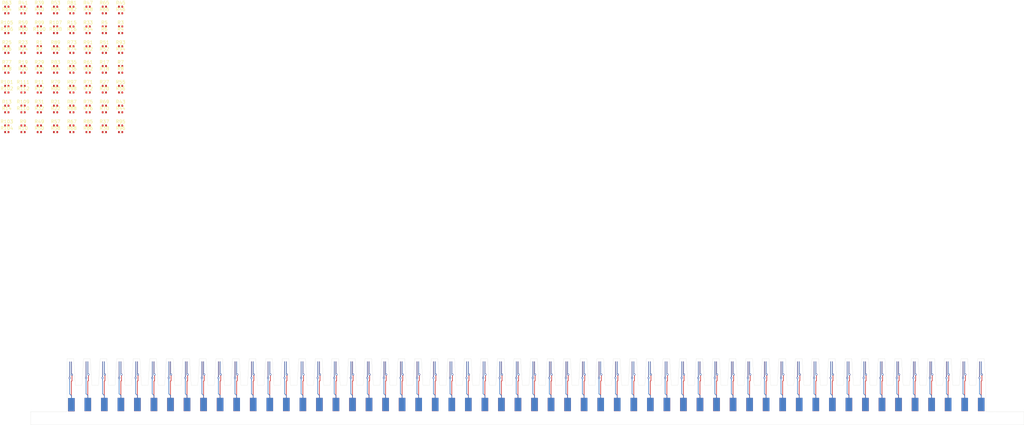
<source format=kicad_pcb>
(kicad_pcb (version 20241229) (generator "pcbnew") (generator_version "9.0")
  (layers (0 "F.Cu" signal) (2 "B.Cu" signal) (13 "F.Paste" user) (15 "B.Paste" user) (5 "F.SilkS" user "F.Silkscreen") (7 "B.SilkS" user "B.Silkscreen") (1 "F.Mask" user) (3 "B.Mask" user) (25 "Edge.Cuts" user))
  (net 0 "")
  (net 1 "Net-(R1-Pad1)")
  (net 2 "Net-(R1-Pad2)")
  (net 3 "Net-(R3-Pad1)")
  (net 4 "Net-(R3-Pad2)")
  (net 5 "Net-(R5-Pad1)")
  (net 6 "Net-(R5-Pad2)")
  (net 7 "Net-(R7-Pad1)")
  (net 8 "Net-(R7-Pad2)")
  (net 9 "Net-(R10-Pad1)")
  (net 10 "Net-(R10-Pad2)")
  (net 11 "Net-(R11-Pad1)")
  (net 12 "Net-(R11-Pad2)")
  (net 13 "Net-(R13-Pad2)")
  (net 14 "Net-(R13-Pad1)")
  (net 15 "Net-(R15-Pad2)")
  (net 16 "Net-(R15-Pad1)")
  (net 17 "Net-(R17-Pad2)")
  (net 18 "Net-(R17-Pad1)")
  (net 19 "Net-(R19-Pad2)")
  (net 20 "Net-(R19-Pad1)")
  (net 21 "Net-(R21-Pad2)")
  (net 22 "Net-(R21-Pad1)")
  (net 23 "Net-(R23-Pad1)")
  (net 24 "Net-(R23-Pad2)")
  (net 25 "Net-(R25-Pad2)")
  (net 26 "Net-(R25-Pad1)")
  (net 27 "Net-(R27-Pad2)")
  (net 28 "Net-(R27-Pad1)")
  (net 29 "Net-(R29-Pad2)")
  (net 30 "Net-(R29-Pad1)")
  (net 31 "Net-(R31-Pad2)")
  (net 32 "Net-(R31-Pad1)")
  (net 33 "Net-(R33-Pad1)")
  (net 34 "Net-(R33-Pad2)")
  (net 35 "Net-(R35-Pad2)")
  (net 36 "Net-(R35-Pad1)")
  (net 37 "Net-(R37-Pad1)")
  (net 38 "Net-(R37-Pad2)")
  (net 39 "Net-(R39-Pad2)")
  (net 40 "Net-(R39-Pad1)")
  (net 41 "Net-(R41-Pad2)")
  (net 42 "Net-(R41-Pad1)")
  (net 43 "Net-(R43-Pad2)")
  (net 44 "Net-(R43-Pad1)")
  (net 45 "Net-(R45-Pad2)")
  (net 46 "Net-(R45-Pad1)")
  (net 47 "Net-(R47-Pad1)")
  (net 48 "Net-(R47-Pad2)")
  (net 49 "Net-(R49-Pad1)")
  (net 50 "Net-(R49-Pad2)")
  (net 51 "Net-(R51-Pad1)")
  (net 52 "Net-(R51-Pad2)")
  (net 53 "Net-(R53-Pad2)")
  (net 54 "Net-(R53-Pad1)")
  (net 55 "Net-(R55-Pad1)")
  (net 56 "Net-(R55-Pad2)")
  (net 57 "Net-(R57-Pad2)")
  (net 58 "Net-(R57-Pad1)")
  (net 59 "Net-(R59-Pad2)")
  (net 60 "Net-(R59-Pad1)")
  (net 61 "Net-(R61-Pad1)")
  (net 62 "Net-(R61-Pad2)")
  (net 63 "Net-(R63-Pad2)")
  (net 64 "Net-(R63-Pad1)")
  (net 65 "Net-(R65-Pad2)")
  (net 66 "Net-(R65-Pad1)")
  (net 67 "Net-(R67-Pad2)")
  (net 68 "Net-(R67-Pad1)")
  (net 69 "Net-(R69-Pad1)")
  (net 70 "Net-(R69-Pad2)")
  (net 71 "Net-(R71-Pad1)")
  (net 72 "Net-(R71-Pad2)")
  (net 73 "Net-(R73-Pad2)")
  (net 74 "Net-(R73-Pad1)")
  (net 75 "Net-(R75-Pad2)")
  (net 76 "Net-(R75-Pad1)")
  (net 77 "Net-(R77-Pad2)")
  (net 78 "Net-(R77-Pad1)")
  (net 79 "Net-(R79-Pad1)")
  (net 80 "Net-(R79-Pad2)")
  (net 81 "Net-(R81-Pad2)")
  (net 82 "Net-(R81-Pad1)")
  (net 83 "Net-(R83-Pad2)")
  (net 84 "Net-(R83-Pad1)")
  (net 85 "Net-(R85-Pad1)")
  (net 86 "Net-(R85-Pad2)")
  (net 87 "Net-(R87-Pad2)")
  (net 88 "Net-(R87-Pad1)")
  (net 89 "Net-(R89-Pad1)")
  (net 90 "Net-(R89-Pad2)")
  (net 91 "Net-(R91-Pad2)")
  (net 92 "Net-(R91-Pad1)")
  (net 93 "Net-(R93-Pad1)")
  (net 94 "Net-(R93-Pad2)")
  (net 95 "Net-(R95-Pad1)")
  (net 96 "Net-(R95-Pad2)")
  (net 97 "Net-(R97-Pad2)")
  (net 98 "Net-(R97-Pad1)")
  (net 99 "Net-(R100-Pad2)")
  (net 100 "Net-(R100-Pad1)")
  (net 101 "Net-(R101-Pad1)")
  (net 102 "Net-(R101-Pad2)")
  (net 103 "Net-(R103-Pad2)")
  (net 104 "Net-(R103-Pad1)")
  (net 105 "Net-(R105-Pad1)")
  (net 106 "Net-(R105-Pad2)")
  (net 107 "Net-(R107-Pad1)")
  (net 108 "Net-(R107-Pad2)")
  (net 109 "Net-(R109-Pad1)")
  (net 110 "Net-(R109-Pad2)")
  (net 111 "Net-(R111-Pad1)")
  (net 112 "Net-(R111-Pad2)")
  (footprint "Library:Untitled" (layer "F.Cu") (at 282.103091 82.432837)
    (property "Reference" "U97" (hide yes))
    (property "Value" "~")
  )
  (footprint "Library:Untitled" (layer "F.Cu") (at 257.118545 82.432837)
    (property "Reference" "U7" (hide yes))
    (property "Value" "~")
  )
  (footprint "Library:Untitled" (layer "F.Cu") (at 47.248364 82.432837)
    (property "Reference" "U25" (hide yes))
    (property "Value" "~")
  )
  (footprint "Resistor_SMD:R_0402_1005Metric" (layer "F.Cu") (at -7.186182 -1.41)
    (property "Reference" "R103")
    (property "Value" "R")
  )
  (footprint "Library:Untitled" (layer "F.Cu") (at 247.124727 82.432837)
    (property "Reference" "U71" (hide yes))
    (property "Value" "~")
  )
  (footprint "Resistor_SMD:R_0402_1005Metric" (layer "F.Cu") (at 22.273818 -13.37)
    (property "Reference" "R27")
    (property "Value" "R")
  )
  (footprint "Resistor_SMD:R_0402_1005Metric" (layer "F.Cu") (at 7.543818 -17.36)
    (property "Reference" "R84")
    (property "Value" "R")
  )
  (footprint "Resistor_SMD:R_0402_1005Metric" (layer "F.Cu") (at 27.183818 -5.4)
    (property "Reference" "R44")
    (property "Value" "R")
  )
  (footprint "Resistor_SMD:R_0402_1005Metric" (layer "F.Cu") (at 12.453818 -5.4)
    (property "Reference" "R88")
    (property "Value" "R")
  )
  (footprint "Library:Untitled" (layer "F.Cu") (at 187.161818 82.432837)
    (property "Reference" "U9" (hide yes))
    (property "Value" "~")
  )
  (footprint "Resistor_SMD:R_0402_1005Metric" (layer "F.Cu") (at 27.183818 -31.31)
    (property "Reference" "R3")
    (property "Value" "R")
  )
  (footprint "Library:Untitled" (layer "F.Cu") (at 287.1 82.432837)
    (property "Reference" "U43" (hide yes))
    (property "Value" "~")
  )
  (footprint "Resistor_SMD:R_0402_1005Metric" (layer "F.Cu") (at -2.276182 -23.34)
    (property "Reference" "R24")
    (property "Value" "R")
  )
  (footprint "Resistor_SMD:R_0402_1005Metric" (layer "F.Cu") (at 27.183818 -17.36)
    (property "Reference" "R8")
    (property "Value" "R")
  )
  (footprint "Library:Untitled" (layer "F.Cu") (at 32.257636 82.432837)
    (property "Reference" "U105" (hide yes))
    (property "Value" "~")
  )
  (footprint "Resistor_SMD:R_0402_1005Metric" (layer "F.Cu") (at -2.276182 -5.4)
    (property "Reference" "R110")
    (property "Value" "R")
  )
  (footprint "Resistor_SMD:R_0402_1005Metric" (layer "F.Cu") (at 2.633818 -23.34)
    (property "Reference" "R2")
    (property "Value" "R")
  )
  (footprint "Resistor_SMD:R_0402_1005Metric" (layer "F.Cu") (at 2.633818 -31.31)
    (property "Reference" "R99")
    (property "Value" "R")
  )
  (footprint "Resistor_SMD:R_0402_1005Metric" (layer "F.Cu") (at 27.183818 -1.41)
    (property "Reference" "R95")
    (property "Value" "R")
  )
  (footprint "Library:Untitled" (layer "F.Cu") (at 237.130909 82.432837)
    (property "Reference" "U67" (hide yes))
    (property "Value" "~")
  )
  (footprint "Resistor_SMD:R_0402_1005Metric" (layer "F.Cu") (at -7.186182 -13.37)
    (property "Reference" "R101")
    (property "Value" "R")
  )
  (footprint "Resistor_SMD:R_0402_1005Metric" (layer "F.Cu") (at 12.453818 -13.37)
    (property "Reference" "R97")
    (property "Value" "R")
  )
  (footprint "Resistor_SMD:R_0402_1005Metric" (layer "F.Cu") (at 2.633818 -13.37)
    (property "Reference" "R11")
    (property "Value" "R")
  )
  (footprint "Library:Untitled" (layer "F.Cu") (at 42.251455 82.432837)
    (property "Reference" "U65" (hide yes))
    (property "Value" "~")
  )
  (footprint "Resistor_SMD:R_0402_1005Metric" (layer "F.Cu") (at 22.273818 -5.4)
    (property "Reference" "R70")
    (property "Value" "R")
  )
  (footprint "Resistor_SMD:R_0402_1005Metric" (layer "F.Cu") (at 22.273818 -1.41)
    (property "Reference" "R37")
    (property "Value" "R")
  )
  (footprint "Resistor_SMD:R_0402_1005Metric" (layer "F.Cu") (at 2.633818 -1.41)
    (property "Reference" "R49")
    (property "Value" "R")
  )
  (footprint "Resistor_SMD:R_0402_1005Metric" (layer "F.Cu") (at 7.543818 -31.31)
    (property "Reference" "R107")
    (property "Value" "R")
  )
  (footprint "Resistor_SMD:R_0402_1005Metric" (layer "F.Cu") (at -7.186182 -35.3)
    (property "Reference" "R64")
    (property "Value" "R")
  )
  (footprint "Resistor_SMD:R_0402_1005Metric" (layer "F.Cu") (at -2.276182 -13.37)
    (property "Reference" "R111")
    (property "Value" "R")
  )
  (footprint "Resistor_SMD:R_0402_1005Metric" (layer "F.Cu") (at -2.276182 -1.41)
    (property "Reference" "R9")
    (property "Value" "R")
  )
  (footprint "Resistor_SMD:R_0402_1005Metric" (layer "F.Cu") (at 27.183818 -35.3)
    (property "Reference" "R46")
    (property "Value" "R")
  )
  (footprint "Resistor_SMD:R_0402_1005Metric" (layer "F.Cu") (at 17.363818 -37.29)
    (property "Reference" "R47")
    (property "Value" "R")
  )
  (footprint "Library:Untitled" (layer "F.Cu") (at 122.202 82.432837)
    (property "Reference" "U21" (hide yes))
    (property "Value" "~")
  )
  (footprint "Resistor_SMD:R_0402_1005Metric" (layer "F.Cu") (at 22.273818 -17.36)
    (property "Reference" "R18")
    (property "Value" "R")
  )
  (footprint "Resistor_SMD:R_0402_1005Metric" (layer "F.Cu") (at 12.453818 -7.39)
    (property "Reference" "R87")
    (property "Value" "R")
  )
  (footprint "Resistor_SMD:R_0402_1005Metric" (layer "F.Cu") (at 2.633818 -19.35)
    (property "Reference" "R29")
    (property "Value" "R")
  )
  (footprint "Resistor_SMD:R_0402_1005Metric" (layer "F.Cu") (at 22.273818 -7.39)
    (property "Reference" "R69")
    (property "Value" "R")
  )
  (footprint "Resistor_SMD:R_0402_1005Metric" (layer "F.Cu") (at -7.186182 -17.36)
    (property "Reference" "R78")
    (property "Value" "R")
  )
  (footprint "Resistor_SMD:R_0402_1005Metric" (layer "F.Cu") (at -2.276182 -31.31)
    (property "Reference" "R59")
    (property "Value" "R")
  )
  (footprint "Resistor_SMD:R_0402_1005Metric" (layer "F.Cu") (at 7.543818 0.58)
    (property "Reference" "R58")
    (property "Value" "R")
  )
  (footprint "Library:Untitled" (layer "F.Cu") (at 37.254545 82.432837)
    (property "Reference" "U53" (hide yes))
    (property "Value" "~")
  )
  (footprint "Library:Untitled" (layer "F.Cu") (at 92.220545 82.432837)
    (property "Reference" "U73" (hide yes))
    (property "Value" "~")
  )
  (footprint "Library:Untitled" (layer "F.Cu") (at 57.242182 82.432837)
    (property "Reference" "U77" (hide yes))
    (property "Value" "~")
  )
  (footprint "Resistor_SMD:R_0402_1005Metric" (layer "F.Cu") (at 7.543818 -25.33)
    (property "Reference" "R89")
    (property "Value" "R")
  )
  (footprint "Resistor_SMD:R_0402_1005Metric" (layer "F.Cu") (at 17.363818 -25.33)
    (property "Reference" "R91")
    (property "Value" "R")
  )
  (footprint "Resistor_SMD:R_0402_1005Metric" (layer "F.Cu") (at 12.453818 -17.36)
    (property "Reference" "R36")
    (property "Value" "R")
  )
  (footprint "Resistor_SMD:R_0402_1005Metric" (layer "F.Cu") (at 7.543818 -19.35)
    (property "Reference" "R83")
    (property "Value" "R")
  )
  (footprint "Resistor_SMD:R_0402_1005Metric" (layer "F.Cu") (at 7.543818 -11.38)
    (property "Reference" "R80")
    (property "Value" "R")
  )
  (footprint "Library:Untitled" (layer "F.Cu") (at 192.158727 82.432837)
    (property "Reference" "U35" (hide yes))
    (property "Value" "~")
  )
  (footprint "Library:Untitled" (layer "F.Cu") (at 72.232909 82.432837)
    (property "Reference" "U15" (hide yes))
    (property "Value" "~")
  )
  (footprint "Resistor_SMD:R_0402_1005Metric" (layer "F.Cu") (at 22.273818 -31.31)
    (property "Reference" "R5")
    (property "Value" "R")
  )
  (footprint "Resistor_SMD:R_0402_1005Metric" (layer "F.Cu") (at 27.183818 -13.37)
    (property "Reference" "R55")
    (property "Value" "R")
  )
  (footprint "Library:Untitled" (layer "F.Cu") (at 212.146364 82.432837)
    (property "Reference" "U57" (hide yes))
    (property "Value" "~")
  )
  (footprint "Library:Untitled" (layer "F.Cu") (at 267.112364 82.432837)
    (property "Reference" "U11" (hide yes))
    (property "Value" "~")
  )
  (footprint "Resistor_SMD:R_0402_1005Metric" (layer "F.Cu") (at 12.453818 -31.31)
    (property "Reference" "R15")
    (property "Value" "R")
  )
  (footprint "Library:Untitled" (layer "F.Cu") (at 162.177273 82.432837)
    (property "Reference" "U3" (hide yes))
    (property "Value" "~")
  )
  (footprint "Resistor_SMD:R_0402_1005Metric" (layer "F.Cu") (at 17.363818 -29.32)
    (property "Reference" "R34")
    (property "Value" "R")
  )
  (footprint "Library:Untitled" (layer "F.Cu") (at 277.106182 82.432837)
    (property "Reference" "U93" (hide yes))
    (property "Value" "~")
  )
  (footprint "Resistor_SMD:R_0402_1005Metric" (layer "F.Cu") (at 12.453818 -19.35)
    (property "Reference" "R35")
    (property "Value" "R")
  )
  (footprint "Resistor_SMD:R_0402_1005Metric" (layer "F.Cu") (at 2.633818 -37.29)
    (property "Reference" "R39")
    (property "Value" "R")
  )
  (footprint "Resistor_SMD:R_0402_1005Metric" (layer "F.Cu") (at 7.543818 -1.41)
    (property "Reference" "R57")
    (property "Value" "R")
  )
  (footprint "Resistor_SMD:R_0402_1005Metric" (layer "F.Cu") (at 27.183818 -25.33)
    (property "Reference" "R93")
    (property "Value" "R")
  )
  (footprint "Resistor_SMD:R_0402_1005Metric" (layer "F.Cu") (at 17.363818 -5.4)
    (property "Reference" "R76")
    (property "Value" "R")
  )
  (footprint "Resistor_SMD:R_0402_1005Metric" (layer "F.Cu") (at 22.273818 -23.34)
    (property "Reference" "R52")
    (property "Value" "R")
  )
  (footprint "Resistor_SMD:R_0402_1005Metric" (layer "F.Cu") (at -7.186182 -19.35)
    (property "Reference" "R77")
    (property "Value" "R")
  )
  (footprint "Resistor_SMD:R_0402_1005Metric" (layer "F.Cu") (at 7.543818 -13.37)
    (property "Reference" "R79")
    (property "Value" "R")
  )
  (footprint "Resistor_SMD:R_0402_1005Metric" (layer "F.Cu") (at 7.543818 -7.39)
    (property "Reference" "R21")
    (property "Value" "R")
  )
  (footprint "Library:Untitled" (layer "F.Cu") (at 177.168 82.432837)
    (property "Reference" "U89" (hide yes))
    (property "Value" "~")
  )
  (footprint "Resistor_SMD:R_0402_1005Metric" (layer "F.Cu") (at 27.183818 -11.38)
    (property "Reference" "R56")
    (property "Value" "R")
  )
  (footprint "Resistor_SMD:R_0402_1005Metric" (layer "F.Cu") (at 22.273818 -35.3)
    (property "Reference" "R66")
    (property "Value" "R")
  )
  (footprint "Resistor_SMD:R_0402_1005Metric" (layer "F.Cu") (at 17.363818 -1.41)
    (property "Reference" "R85")
    (property "Value" "R")
  )
  (footprint "Library:Untitled" (layer "F.Cu") (at 77.229818 82.432837)
    (property "Reference" "U59" (hide yes))
    (property "Value" "~")
  )
  (footprint "Resistor_SMD:R_0402_1005Metric" (layer "F.Cu") (at 22.273818 -37.29)
    (property "Reference" "R65")
    (property "Value" "R")
  )
  (footprint "Library:Untitled" (layer "F.Cu") (at 127.198909 82.432837)
    (property "Reference" "U17" (hide yes))
    (property "Value" "~")
  )
  (footprint "Library:Untitled" (layer "F.Cu") (at 107.211273 82.432837)
    (property "Reference" "U27" (hide yes))
    (property "Value" "~")
  )
  (footprint "Resistor_SMD:R_0402_1005Metric" (layer "F.Cu") (at 12.453818 -35.3)
    (property "Reference" "R82")
    (property "Value" "R")
  )
  (footprint "Resistor_SMD:R_0402_1005Metric" (layer "F.Cu") (at 12.453818 -23.34)
    (property "Reference" "R74")
    (property "Value" "R")
  )
  (footprint "Resistor_SMD:R_0402_1005Metric" (layer "F.Cu") (at 12.453818 -25.33)
    (property "Reference" "R73")
    (property "Value" "R")
  )
  (footprint "Resistor_SMD:R_0402_1005Metric" (layer "F.Cu") (at -7.186182 -5.4)
    (property "Reference" "R14")
    (property "Value" "R")
  )
  (footprint "Resistor_SMD:R_0402_1005Metric" (layer "F.Cu") (at 27.183818 -23.34)
    (property "Reference" "R94")
    (property "Value" "R")
  )
  (footprint "Resistor_SMD:R_0402_1005Metric" (layer "F.Cu") (at 2.633818 -25.33)
    (property "Reference" "R1")
    (property "Value" "R")
  )
  (footprint "Library:Untitled" (layer "F.Cu") (at 152.183455 82.432837)
    (property "Reference" "U95" (hide yes))
    (property "Value" "~")
  )
  (footprint "Resistor_SMD:R_0402_1005Metric" (layer "F.Cu") (at 22.273818 -25.33)
    (property "Reference" "R51")
    (property "Value" "R")
  )
  (footprint "Library:Untitled" (layer "F.Cu") (at 252.121636 82.432837)
    (property "Reference" "U51" (hide yes))
    (property "Value" "~")
  )
  (footprint "Resistor_SMD:R_0402_1005Metric" (layer "F.Cu") (at 7.543818 -37.29)
    (property "Reference" "R53")
    (property "Value" "R")
  )
  (footprint "Resistor_SMD:R_0402_1005Metric" (layer "F.Cu") (at 27.183818 -19.35)
    (property "Reference" "R7")
    (property "Value" "R")
  )
  (footprint "Library:Untitled" (layer "F.Cu") (at 52.245273 82.432837)
    (property "Reference" "U81" (hide yes))
    (property "Value" "~")
  )
  (footprint "Resistor_SMD:R_0402_1005Metric" (layer "F.Cu") (at 17.363818 -17.36)
    (property "Reference" "R62")
    (property "Value" "R")
  )
  (footprint "Resistor_SMD:R_0402_1005Metric" (layer "F.Cu") (at 2.633818 -17.36)
    (property "Reference" "R30")
    (property "Value" "R")
  )
  (footprint "Library:Untitled" (layer "F.Cu") (at 87.223636 82.432837)
    (property "Reference" "U49" (hide yes))
    (property "Value" "~")
  )
  (footprint "Resistor_SMD:R_0402_1005Metric" (layer "F.Cu") (at -2.276182 -11.38)
    (property "Reference" "R112")
    (property "Value" "R")
  )
  (footprint "Library:Untitled" (layer "F.Cu") (at 82.226727 82.432837)
    (property "Reference" "U107" (hide yes))
    (property "Value" "~")
  )
  (footprint "Resistor_SMD:R_0402_1005Metric" (layer "F.Cu") (at 2.633818 -29.32)
    (property "Reference" "R100")
    (property "Value" "R")
  )
  (footprint "Library:Untitled" (layer "F.Cu") (at 62.239091 82.432837)
    (property "Reference" "U47" (hide yes))
    (property "Value" "~")
  )
  (footprint "Library:Untitled" (layer "F.Cu") (at 97.217455 82.432837)
    (property "Reference" "U61" (hide yes))
    (property "Value" "~")
  )
  (footprint "Resistor_SMD:R_0402_1005Metric" (layer "F.Cu") (at 22.273818 -29.32)
    (property "Reference" "R6")
    (property "Value" "R")
  )
  (footprint "Resistor_SMD:R_0402_1005Metric" (layer "F.Cu") (at -7.186182 -11.38)
    (property "Reference" "R102")
    (property "Value" "R")
  )
  (footprint "Library:Untitled" (layer "F.Cu") (at 147.186545 82.432837)
    (property "Reference" "U75" (hide yes))
    (property "Value" "~")
  )
  (footprint "Resistor_SMD:R_0402_1005Metric" (layer "F.Cu") (at 27.183818 -29.32)
    (property "Reference" "R4")
    (property "Value" "R")
  )
  (footprint "Resistor_SMD:R_0402_1005Metric" (layer "F.Cu") (at -7.186182 -29.32)
    (property "Reference" "R106")
    (property "Value" "R")
  )
  (footprint "Library:Untitled" (layer "F.Cu") (at 227.137091 82.432837)
    (property "Reference" "U109" (hide yes))
    (property "Value" "~")
  )
  (footprint "Library:Untitled" (layer "F.Cu") (at 22.263818 82.432837)
    (property "Reference" "U41" (hide yes))
    (property "Value" "~")
  )
  (footprint "Resistor_SMD:R_0402_1005Metric" (layer "F.Cu") (at 2.633818 -7.39)
    (property "Reference" "R31")
    (property "Value" "R")
  )
  (footprint "Resistor_SMD:R_0402_1005Metric" (layer "F.Cu") (at -2.276182 -7.39)
    (property "Reference" "R109")
    (property "Value" "R")
  )
  (footprint "Library:Untitled" (layer "F.Cu") (at 157.180364 82.432837)
    (property "Reference" "U13" (hide yes))
    (property "Value" "~")
  )
  (footprint "Resistor_SMD:R_0402_1005Metric" (layer "F.Cu") (at 17.363818 -19.35)
    (property "Reference" "R61")
    (property "Value" "R")
  )
  (footprint "Library:Untitled" (layer "F.Cu") (at 117.205091 82.432837)
    (property "Reference" "U91" (hide yes))
    (property "Value" "~")
  )
  (footprint "Resistor_SMD:R_0402_1005Metric" (layer "F.Cu") (at 2.633818 -11.38)
    (property "Reference" "R12")
    (property "Value" "R")
  )
  (footprint "Resistor_SMD:R_0402_1005Metric" (layer "F.Cu") (at 17.363818 -13.37)
    (property "Reference" "R71")
    (property "Value" "R")
  )
  (footprint "Library:Untitled" (layer "F.Cu") (at 242.127818 82.432837)
    (property "Reference" "U33" (hide yes))
    (property "Value" "~")
  )
  (footprint "Resistor_SMD:R_0402_1005Metric" (layer "F.Cu") (at 27.183818 0.58)
    (property "Reference" "R96")
    (property "Value" "R")
  )
  (footprint "Resistor_SMD:R_0402_1005Metric" (layer "F.Cu") (at 22.273818 -19.35)
    (property "Reference" "R17")
    (property "Value" "R")
  )
  (footprint "Resistor_SMD:R_0402_1005Metric" (layer "F.Cu") (at 17.363818 -11.38)
    (property "Reference" "R72")
    (property "Value" "R")
  )
  (footprint "Library:Untitled" (layer "F.Cu") (at 232.134 82.432837)
    (property "Reference" "U103" (hide yes))
    (property "Value" "~")
  )
  (footprint "Resistor_SMD:R_0402_1005Metric" (layer "F.Cu") (at 17.363818 0.58)
    (property "Reference" "R86")
    (property "Value" "R")
  )
  (footprint "Library:Untitled" (layer "F.Cu") (at 182.164909 82.432837)
    (property "Reference" "U19" (hide yes))
    (property "Value" "~")
  )
  (footprint "Resistor_SMD:R_0402_1005Metric" (layer "F.Cu") (at 17.363818 -7.39)
    (property "Reference" "R75")
    (property "Value" "R")
  )
  (footprint "Resistor_SMD:R_0402_1005Metric" (layer "F.Cu") (at 17.363818 -23.34)
    (property "Reference" "R92")
    (property "Value" "R")
  )
  (footprint "Resistor_SMD:R_0402_1005Metric" (layer "F.Cu") (at -2.276182 -19.35)
    (property "Reference" "R19")
    (property "Value" "R")
  )
  (footprint "Library:Untitled" (layer "F.Cu") (at 167.174182 82.432837)
    (property "Reference" "U99" (hide yes))
    (property "Value" "~")
  )
  (footprint "Resistor_SMD:R_0402_1005Metric" (layer "F.Cu") (at 12.453818 -37.29)
    (property "Reference" "R81")
    (property "Value" "R")
  )
  (footprint "Resistor_SMD:R_0402_1005Metric" (layer "F.Cu") (at 22.273818 0.58)
    (property "Reference" "R38")
    (property "Value" "R")
  )
  (footprint "Resistor_SMD:R_0402_1005Metric" (layer "F.Cu") (at -2.276182 -37.29)
    (property "Reference" "R41")
    (property "Value" "R")
  )
  (footprint "Library:Untitled" (layer "F.Cu") (at 132.195818 82.432837)
    (property "Reference" "U55" (hide yes))
    (property "Value" "~")
  )
  (footprint "Resistor_SMD:R_0402_1005Metric" (layer "F.Cu") (at 12.453818 -11.38)
    (property "Reference" "R98")
    (property "Value" "R")
  )
  (footprint "Resistor_SMD:R_0402_1005Metric" (layer "F.Cu") (at 2.633818 -35.3)
    (property "Reference" "R40")
    (property "Value" "R")
  )
  (footprint "Resistor_SMD:R_0402_1005Metric" (layer "F.Cu") (at 7.543818 -23.34)
    (property "Reference" "R90")
    (property "Value" "R")
  )
  (footprint "Resistor_SMD:R_0402_1005Metric" (layer "F.Cu") (at 12.453818 -1.41)
    (property "Reference" "R67")
    (property "Value" "R")
  )
  (footprint "Library:Untitled" (layer "F.Cu") (at 12.32 82.482837)
    (property "Reference" "U63" (hide yes))
    (property "Value" "~")
  )
  (footprint "Resistor_SMD:R_0402_1005Metric" (layer "F.Cu") (at 7.543818 -35.3)
    (property "Reference" "R54")
    (property "Value" "R")
  )
  (footprint "Library:Untitled" (layer "F.Cu") (at 17.275 82.432837)
    (property "Reference" "U39" (hide yes))
    (property "Value" "~")
  )
  (footprint "Resistor_SMD:R_0402_1005Metric" (layer "F.Cu") (at -7.186182 -25.33)
    (property "Reference" "R25")
    (property "Value" "R")
  )
  (footprint "Library:Untitled" (layer "F.Cu") (at 172.171091 82.432837)
    (property "Reference" "U23" (hide yes))
    (property "Value" "~")
  )
  (footprint "Resistor_SMD:R_0402_1005Metric" (layer "F.Cu") (at -2.276182 -35.3)
    (property "Reference" "R42")
    (property "Value" "R")
  )
  (footprint "Resistor_SMD:R_0402_1005Metric" (layer "F.Cu") (at 22.273818 -11.38)
    (property "Reference" "R28")
    (property "Value" "R")
  )
  (footprint "Library:Untitled" (layer "F.Cu") (at 27.260727 82.432837)
    (property "Reference" "U45" (hide yes))
    (property "Value" "~")
  )
  (footprint "Library:Untitled" (layer "F.Cu") (at 272.109273 82.432837)
    (property "Reference" "U5" (hide yes))
    (property "Value" "~")
  )
  (footprint "Resistor_SMD:R_0402_1005Metric" (layer "F.Cu") (at 2.633818 0.58)
    (property "Reference" "R50")
    (property "Value" "R")
  )
  (footprint "Resistor_SMD:R_0402_1005Metric" (layer "F.Cu") (at 27.183818 -37.29)
    (property "Reference" "R45")
    (property "Value" "R")
  )
  (footprint "Library:Untitled" (layer "F.Cu") (at 207.149455 82.432837)
    (property "Reference" "U87" (hide yes))
    (property "Value" "~")
  )
  (footprint "Resistor_SMD:R_0402_1005Metric" (layer "F.Cu") (at -2.276182 -29.32)
    (property "Reference" "R60")
    (property "Value" "R")
  )
  (footprint "Resistor_SMD:R_0402_1005Metric" (layer "F.Cu") (at -7.186182 0.58)
    (property "Reference" "R104")
    (property "Value" "R")
  )
  (footprint "Library:Untitled" (layer "F.Cu") (at 67.236 82.432837)
    (property "Reference" "U101" (hide yes))
    (property "Value" "~")
  )
  (footprint "Resistor_SMD:R_0402_1005Metric" (layer "F.Cu") (at -7.186182 -7.39)
    (property "Reference" "R13")
    (property "Value" "R")
  )
  (footprint "Resistor_SMD:R_0402_1005Metric" (layer "F.Cu") (at 17.363818 -31.31)
    (property "Reference" "R33")
    (property "Value" "R")
  )
  (footprint "Resistor_SMD:R_0402_1005Metric" (layer "F.Cu") (at 27.183818 -7.39)
    (property "Reference" "R43")
    (property "Value" "R")
  )
  (footprint "Resistor_SMD:R_0402_1005Metric" (layer "F.Cu") (at 12.453818 0.58)
    (property "Reference" "R68")
    (property "Value" "R")
  )
  (footprint "Library:Untitled" (layer "F.Cu") (at 217.143273 82.432837)
    (property "Reference" "U31" (hide yes))
    (property "Value" "~")
  )
  (footprint "Resistor_SMD:R_0402_1005Metric" (layer "F.Cu") (at -2.276182 -17.36)
    (property "Reference" "R20")
    (property "Value" "R")
  )
  (footprint "Resistor_SMD:R_0402_1005Metric" (layer "F.Cu") (at 12.453818 -29.32)
    (property "Reference" "R16")
    (property "Value" "R")
  )
  (footprint "Library:Untitled" (layer "F.Cu") (at 262.115455 82.432837)
    (property "Reference" "U69" (hide yes))
    (property "Value" "~")
  )
  (footprint "Library:Untitled" (layer "F.Cu") (at 222.140182 82.432837)
    (property "Reference" "U29" (hide yes))
    (property "Value" "~")
  )
  (footprint "Resistor_SMD:R_0402_1005Metric" (layer "F.Cu") (at -7.186182 -23.34)
    (property "Reference" "R26")
    (property "Value" "R")
  )
  (footprint "Resistor_SMD:R_0402_1005Metric" (layer "F.Cu") (at 2.633818 -5.4)
    (property "Reference" "R32")
    (property "Value" "R")
  )
  (footprint "Resistor_SMD:R_0402_1005Metric" (layer "F.Cu") (at -2.276182 -25.33)
    (property "Reference" "R23")
    (property "Value" "R")
  )
  (footprint "Library:Untitled" (layer "F.Cu") (at 142.189636 82.432837)
    (property "Reference" "U37" (hide yes))
    (property "Value" "~")
  )
  (footprint "Resistor_SMD:R_0402_1005Metric" (layer "F.Cu") (at 17.363818 -35.3)
    (property "Reference" "R48")
    (property "Value" "R")
  )
  (footprint "Library:Untitled" (layer "F.Cu") (at 102.214364 82.432837)
    (property "Reference" "U83" (hide yes))
    (property "Value" "~")
  )
  (footprint "Resistor_SMD:R_0402_1005Metric" (layer "F.Cu") (at -2.276182 0.58)
    (property "Reference" "R10")
    (property "Value" "R")
  )
  (footprint "Resistor_SMD:R_0402_1005Metric" (layer "F.Cu") (at -7.186182 -31.31)
    (property "Reference" "R105")
    (property "Value" "R")
  )
  (footprint "Library:Untitled" (layer "F.Cu") (at 137.192727 82.432837)
    (property "Reference" "U85" (hide yes))
    (property "Value" "~")
  )
  (footprint "Library:Untitled" (layer "F.Cu") (at 112.208182 82.432837)
    (property "Reference" "U79" (hide yes))
    (property "Value" "~")
  )
  (footprint "Resistor_SMD:R_0402_1005Metric" (layer "F.Cu") (at -7.186182 -37.29)
    (property "Reference" "R63")
    (property "Value" "R")
  )
  (footprint "Library:Untitled" (layer "F.Cu") (at 197.155636 82.432837)
    (property "Reference" "U1" (hide yes))
    (property "Value" "~")
  )
  (footprint "Library:Untitled" (layer "F.Cu") (at 202.152545 82.432837)
    (property "Reference" "U111" (hide yes))
    (property "Value" "~")
  )
  (footprint "Resistor_SMD:R_0402_1005Metric" (layer "F.Cu") (at 7.543818 -29.32)
    (property "Reference" "R108")
    (property "Value" "R")
  )
  (footprint "Resistor_SMD:R_0402_1005Metric" (layer "F.Cu") (at 7.543818 -5.4)
    (property "Reference" "R22")
    (property "Value" "R")
  )
  (footprint "Library:Untitled" (layer "B.Cu") (at 92.210545 82.41 180)
    (property "Reference" "U74" (hide yes))
    (property "Value" "~")
  )
  (footprint "Library:Untitled" (layer "B.Cu") (at 102.204364 82.41 180)
    (property "Reference" "U84" (hide yes))
    (property "Value" "~")
  )
  (footprint "Library:Untitled" (layer "B.Cu") (at 57.232182 82.41 180)
    (property "Reference" "U78" (hide yes))
    (property "Value" "~")
  )
  (footprint "Library:Untitled" (layer "B.Cu") (at 157.170364 82.41 180)
    (property "Reference" "U14" (hide yes))
    (property "Value" "~")
  )
  (footprint "Library:Untitled" (layer "B.Cu") (at 47.238364 82.41 180)
    (property "Reference" "U26" (hide yes))
    (property "Value" "~")
  )
  (footprint "Library:Untitled" (layer "B.Cu") (at 72.222909 82.41 180)
    (property "Reference" "U16" (hide yes))
    (property "Value" "~")
  )
  (footprint "Library:Untitled" (layer "B.Cu") (at 42.241455 82.41 180)
    (property "Reference" "U66" (hide yes))
    (property "Value" "~")
  )
  (footprint "Library:Untitled" (layer "B.Cu") (at 232.124 82.41 180)
    (property "Reference" "U104" (hide yes))
    (property "Value" "~")
  )
  (footprint "Library:Untitled" (layer "B.Cu") (at 17.265 82.41 180)
    (property "Reference" "U40" (hide yes))
    (property "Value" "~")
  )
  (footprint "Library:Untitled" (layer "B.Cu") (at 67.226 82.41 180)
    (property "Reference" "U102" (hide yes))
    (property "Value" "~")
  )
  (footprint "Library:Untitled" (layer "B.Cu") (at 217.133273 82.41 180)
    (property "Reference" "U32" (hide yes))
    (property "Value" "~")
  )
  (footprint "Library:Untitled" (layer "B.Cu") (at 127.188909 82.41 180)
    (property "Reference" "U18" (hide yes))
    (property "Value" "~")
  )
  (footprint "Library:Untitled" (layer "B.Cu") (at 252.111636 82.41 180)
    (property "Reference" "U52" (hide yes))
    (property "Value" "~")
  )
  (footprint "Library:Untitled" (layer "B.Cu") (at 22.253818 82.41 180)
    (property "Reference" "U42" (hide yes))
    (property "Value" "~")
  )
  (footprint "Library:Untitled" (layer "B.Cu") (at 212.136364 82.41 180)
    (property "Reference" "U58" (hide yes))
    (property "Value" "~")
  )
  (footprint "Library:Untitled" (layer "B.Cu") (at 37.244545 82.41 180)
    (property "Reference" "U54" (hide yes))
    (property "Value" "~")
  )
  (footprint "Library:Untitled" (layer "B.Cu") (at 222.130182 82.41 180)
    (property "Reference" "U30" (hide yes))
    (property "Value" "~")
  )
  (footprint "Library:Untitled" (layer "B.Cu") (at 27.250727 82.41 180)
    (property "Reference" "U46" (hide yes))
    (property "Value" "~")
  )
  (footprint "Library:Untitled" (layer "B.Cu") (at 192.148727 82.41 180)
    (property "Reference" "U36" (hide yes))
    (property "Value" "~")
  )
  (footprint "Library:Untitled" (layer "B.Cu") (at 247.114727 82.41 180)
    (property "Reference" "U72" (hide yes))
    (property "Value" "~")
  )
  (footprint "Library:Untitled" (layer "B.Cu") (at 172.161091 82.41 180)
    (property "Reference" "U24" (hide yes))
    (property "Value" "~")
  )
  (footprint "Library:Untitled" (layer "B.Cu") (at 262.105455 82.41 180)
    (property "Reference" "U70" (hide yes))
    (property "Value" "~")
  )
  (footprint "Library:Untitled" (layer "B.Cu") (at 242.117818 82.41 180)
    (property "Reference" "U34" (hide yes))
    (property "Value" "~")
  )
  (footprint "Library:Untitled" (layer "B.Cu") (at 122.192 82.41 180)
    (property "Reference" "U22" (hide yes))
    (property "Value" "~")
  )
  (footprint "Library:Untitled" (layer "B.Cu") (at 137.182727 82.41 180)
    (property "Reference" "U86" (hide yes))
    (property "Value" "~")
  )
  (footprint "Library:Untitled" (layer "B.Cu") (at 202.142545 82.41 180)
    (property "Reference" "U112" (hide yes))
    (property "Value" "~")
  )
  (footprint "Library:Untitled" (layer "B.Cu") (at 117.195091 82.41 180)
    (property "Reference" "U92" (hide yes))
    (property "Value" "~")
  )
  (footprint "Library:Untitled" (layer "B.Cu") (at 62.229091 82.41 180)
    (property "Reference" "U48" (hide yes))
    (property "Value" "~")
  )
  (footprint "Library:Untitled" (layer "B.Cu") (at 237.120909 82.41 180)
    (property "Reference" "U68" (hide yes))
    (property "Value" "~")
  )
  (footprint "Library:Untitled" (layer "B.Cu") (at 277.096182 82.41 180)
    (property "Reference" "U94" (hide yes))
    (property "Value" "~")
  )
  (footprint "Library:Untitled" (layer "B.Cu") (at 147.176545 82.41 180)
    (property "Reference" "U76" (hide yes))
    (property "Value" "~")
  )
  (footprint "Library:Untitled" (layer "B.Cu") (at 177.158 82.41 180)
    (property "Reference" "U90" (hide yes))
    (property "Value" "~")
  )
  (footprint "Library:Untitled" (layer "B.Cu") (at 32.247636 82.41 180)
    (property "Reference" "U106" (hide yes))
    (property "Value" "~")
  )
  (footprint "Library:Untitled" (layer "B.Cu") (at 87.213636 82.41 180)
    (property "Reference" "U50" (hide yes))
    (property "Value" "~")
  )
  (footprint "Library:Untitled" (layer "B.Cu") (at 107.201273 82.41 180)
    (property "Reference" "U28" (hide yes))
    (property "Value" "~")
  )
  (footprint "Library:Untitled" (layer "B.Cu") (at 112.198182 82.41 180)
    (property "Reference" "U80" (hide yes))
    (property "Value" "~")
  )
  (footprint "Library:Untitled" (layer "B.Cu") (at 207.139455 82.41 180)
    (property "Reference" "U88" (hide yes))
    (property "Value" "~")
  )
  (footprint "Library:Untitled" (layer "B.Cu") (at 287.09 82.41 180)
    (property "Reference" "U44" (hide yes))
    (property "Value" "~")
  )
  (footprint "Library:Untitled" (layer "B.Cu") (at 182.154909 82.41 180)
    (property "Reference" "U20" (hide yes))
    (property "Value" "~")
  )
  (footprint "Library:Untitled" (layer "B.Cu") (at 167.164182 82.41 180)
    (property "Reference" "U100" (hide yes))
    (property "Value" "~")
  )
  (footprint "Library:Untitled" (layer "B.Cu") (at 97.207455 82.41 180)
    (property "Reference" "U62" (hide yes))
    (property "Value" "~")
  )
  (footprint "Library:Untitled" (layer "B.Cu") (at 77.219818 82.41 180)
    (property "Reference" "U60" (hide yes))
    (property "Value" "~")
  )
  (footprint "Library:Untitled" (layer "B.Cu") (at 187.151818 82.41 180)
    (property "Reference" "U10" (hide yes))
    (property "Value" "~")
  )
  (footprint "Library:Untitled" (layer "B.Cu") (at 272.099273 82.41 180)
    (property "Reference" "U6" (hide yes))
    (property "Value" "~")
  )
  (footprint "Library:Untitled" (layer "B.Cu") (at 197.145636 82.41 180)
    (property "Reference" "U2" (hide yes))
    (property "Value" "~")
  )
  (footprint "Library:Untitled" (layer "B.Cu") (at 52.235273 82.41 180)
    (property "Reference" "U82" (hide yes))
    (property "Value" "~")
  )
  (footprint "Library:Untitled" (layer "B.Cu") (at 282.093091 82.41 180)
    (property "Reference" "U98" (hide yes))
    (property "Value" "~")
  )
  (footprint "Library:Untitled" (layer "B.Cu") (at 152.173455 82.41 180)
    (property "Reference" "U96" (hide yes))
    (property "Value" "~")
  )
  (footprint "Library:Untitled" (layer "B.Cu") (at 142.179636 82.41 180)
    (property "Reference" "U38" (hide yes))
    (property "Value" "~")
  )
  (footprint "Library:Untitled" (layer "B.Cu") (at 82.216727 82.41 180)
    (property "Reference" "U108" (hide yes))
    (property "Value" "~")
  )
  (footprint "Library:Untitled" (layer "B.Cu") (at 162.167273 82.41 180)
    (property "Reference" "U4" (hide yes))
    (property "Value" "~")
  )
  (footprint "Library:Untitled" (layer "B.Cu") (at 227.127091 82.41 180)
    (property "Reference" "U110" (hide yes))
    (property "Value" "~")
  )
  (footprint "Library:Untitled" (layer "B.Cu") (at 132.185818 82.41 180)
    (property "Reference" "U56" (hide yes))
    (property "Value" "~")
  )
  (footprint "Library:Untitled" (layer "B.Cu") (at 257.108545 82.41 180)
    (property "Reference" "U8" (hide yes))
    (property "Value" "~")
  )
  (footprint "Library:Untitled" (layer "B.Cu") (at 267.102364 82.41 180)
    (property "Reference" "U12" (hide yes))
    (property "Value" "~")
  )
  (footprint "Library:Untitled" (layer "B.Cu") (at 12.31 82.46 180)
    (property "Reference" "U64" (hide yes))
    (property "Value" "~")
  )
  (gr_line (start 43.5 77) (end 45.5 77) (stroke (width 0.05)) (layer "Edge.Cuts"))
  (gr_line (start 78.5 77) (end 80.5 77) (stroke (width 0.05)) (layer "Edge.Cuts"))
  (gr_line (start 148.5 77) (end 150.5 77) (stroke (width 0.05)) (layer "Edge.Cuts"))
  (gr_line (start 18 69) (end 18.5 77) (stroke (width 0.05)) (layer "Edge.Cuts"))
  (gr_line (start 126 69) (end 125.5 77) (stroke (width 0.05)) (layer "Edge.Cuts"))
  (gr_line (start 156 69) (end 158 69) (stroke (width 0.05)) (layer "Edge.Cuts"))
  (gr_line (start 41 69) (end 40.5 77) (stroke (width 0.05)) (layer "Edge.Cuts"))
  (gr_line (start 86 69) (end 85.5 77) (stroke (width 0.05)) (layer "Edge.Cuts"))
  (gr_line (start 191 69) (end 190.5 77) (stroke (width 0.05)) (layer "Edge.Cuts"))
  (gr_line (start 56 69) (end 58 69) (stroke (width 0.05)) (layer "Edge.Cuts"))
  (gr_line (start 191 69) (end 193 69) (stroke (width 0.05)) (layer "Edge.Cuts"))
  (gr_line (start 276 69) (end 275.5 77) (stroke (width 0.05)) (layer "Edge.Cuts"))
  (gr_line (start 263.5 77) (end 265.5 77) (stroke (width 0.05)) (layer "Edge.Cuts"))
  (gr_line (start 288 69) (end 288.5 77) (stroke (width 0.05)) (layer "Edge.Cuts"))
  (gr_line (start 246 69) (end 248 69) (stroke (width 0.05)) (layer "Edge.Cuts"))
  (gr_line (start 68.5 77) (end 70.5 77) (stroke (width 0.05)) (layer "Edge.Cuts"))
  (gr_line (start 196 69) (end 195.5 77) (stroke (width 0.05)) (layer "Edge.Cuts"))
  (gr_line (start 138.5 77) (end 140.5 77) (stroke (width 0.05)) (layer "Edge.Cuts"))
  (gr_line (start 173 69) (end 173.5 77) (stroke (width 0.05)) (layer "Edge.Cuts"))
  (gr_line (start 31 69) (end 33 69) (stroke (width 0.05)) (layer "Edge.Cuts"))
  (gr_line (start 143 69) (end 143.5 77) (stroke (width 0.05)) (layer "Edge.Cuts"))
  (gr_line (start 221 69) (end 220.5 77) (stroke (width 0.05)) (layer "Edge.Cuts"))
  (gr_line (start 188.5 77) (end 190.5 77) (stroke (width 0.05)) (layer "Edge.Cuts"))
  (gr_line (start 113.5 77) (end 115.5 77) (stroke (width 0.05)) (layer "Edge.Cuts"))
  (gr_line (start 83.5 77) (end 85.5 77) (stroke (width 0.05)) (layer "Edge.Cuts"))
  (gr_line (start 168 69) (end 168.5 77) (stroke (width 0.05)) (layer "Edge.Cuts"))
  (gr_line (start 251 69) (end 250.5 77) (stroke (width 0.05)) (layer "Edge.Cuts"))
  (gr_line (start 161 69) (end 160.5 77) (stroke (width 0.05)) (layer "Edge.Cuts"))
  (gr_line (start 58.5 77) (end 60.5 77) (stroke (width 0.05)) (layer "Edge.Cuts"))
  (gr_line (start 91 69) (end 90.5 77) (stroke (width 0.05)) (layer "Edge.Cuts"))
  (gr_line (start 153 69) (end 153.5 77) (stroke (width 0.05)) (layer "Edge.Cuts"))
  (gr_line (start 253.5 77) (end 255.5 77) (stroke (width 0.05)) (layer "Edge.Cuts"))
  (gr_line (start 46 69) (end 48 69) (stroke (width 0.05)) (layer "Edge.Cuts"))
  (gr_line (start 12.995 69) (end 13.5 77) (stroke (width 0.05)) (layer "Edge.Cuts"))
  (gr_line (start 38 69) (end 38.5 77) (stroke (width 0.05)) (layer "Edge.Cuts"))
  (gr_line (start 211 69) (end 213 69) (stroke (width 0.05)) (layer "Edge.Cuts"))
  (gr_line (start 36 69) (end 38 69) (stroke (width 0.05)) (layer "Edge.Cuts"))
  (gr_line (start 18.5 77) (end 20.5 77) (stroke (width 0.05)) (layer "Edge.Cuts"))
  (gr_line (start 153.5 77) (end 155.5 77) (stroke (width 0.05)) (layer "Edge.Cuts"))
  (gr_line (start 43 69) (end 43.5 77) (stroke (width 0.05)) (layer "Edge.Cuts"))
  (gr_line (start 226 69) (end 225.5 77) (stroke (width 0.05)) (layer "Edge.Cuts"))
  (gr_line (start 23 69) (end 23.5 77) (stroke (width 0.05)) (layer "Edge.Cuts"))
  (gr_line (start 133.5 77) (end 135.5 77) (stroke (width 0.05)) (layer "Edge.Cuts"))
  (gr_line (start 288.5 77) (end 288.5 85) (stroke (width 0.05)) (layer "Edge.Cuts"))
  (gr_line (start 278 69) (end 278.5 77) (stroke (width 0.05)) (layer "Edge.Cuts"))
  (gr_line (start 51 69) (end 50.5 77) (stroke (width 0.05)) (layer "Edge.Cuts"))
  (gr_line (start 223.5 77) (end 225.5 77) (stroke (width 0.05)) (layer "Edge.Cuts"))
  (gr_line (start 58 69) (end 58.5 77) (stroke (width 0.05)) (layer "Edge.Cuts"))
  (gr_line (start 171 69) (end 170.5 77) (stroke (width 0.05)) (layer "Edge.Cuts"))
  (gr_line (start 203.5 77) (end 205.5 77) (stroke (width 0.05)) (layer "Edge.Cuts"))
  (gr_line (start 231 69) (end 233 69) (stroke (width 0.05)) (layer "Edge.Cuts"))
  (gr_line (start 16 69) (end 15.5 77) (stroke (width 0.05)) (layer "Edge.Cuts"))
  (gr_line (start 131 69) (end 133 69) (stroke (width 0.05)) (layer "Edge.Cuts"))
  (gr_line (start 66 69) (end 68 69) (stroke (width 0.05)) (layer "Edge.Cuts"))
  (gr_line (start 286 69) (end 288 69) (stroke (width 0.05)) (layer "Edge.Cuts"))
  (gr_line (start 158 69) (end 158.5 77) (stroke (width 0.05)) (layer "Edge.Cuts"))
  (gr_line (start 126 69) (end 128 69) (stroke (width 0.05)) (layer "Edge.Cuts"))
  (gr_line (start 216 69) (end 218 69) (stroke (width 0.05)) (layer "Edge.Cuts"))
  (gr_line (start 206 69) (end 205.5 77) (stroke (width 0.05)) (layer "Edge.Cuts"))
  (gr_line (start 108 69) (end 108.5 77) (stroke (width 0.05)) (layer "Edge.Cuts"))
  (gr_line (start 83 69) (end 83.5 77) (stroke (width 0.05)) (layer "Edge.Cuts"))
  (gr_line (start 218 69) (end 218.5 77) (stroke (width 0.05)) (layer "Edge.Cuts"))
  (gr_line (start 288.5 85) (end 291 85) (stroke (width 0.05)) (layer "Edge.Cuts"))
  (gr_line (start 111 69) (end 110.5 77) (stroke (width 0.05)) (layer "Edge.Cuts"))
  (gr_line (start 281 69) (end 280.5 77) (stroke (width 0.05)) (layer "Edge.Cuts"))
  (gr_line (start 118.5 77) (end 120.5 77) (stroke (width 0.05)) (layer "Edge.Cuts"))
  (gr_line (start 21 69) (end 20.5 77) (stroke (width 0.05)) (layer "Edge.Cuts"))
  (gr_line (start 31 69) (end 30.5 77) (stroke (width 0.05)) (layer "Edge.Cuts"))
  (gr_line (start 173.5 77) (end 175.5 77) (stroke (width 0.05)) (layer "Edge.Cuts"))
  (gr_line (start 93 69) (end 93.5 77) (stroke (width 0.05)) (layer "Edge.Cuts"))
  (gr_line (start 183 69) (end 183.5 77) (stroke (width 0.05)) (layer "Edge.Cuts"))
  (gr_line (start 271 69) (end 270.5 77) (stroke (width 0.05)) (layer "Edge.Cuts"))
  (gr_line (start 183.5 77) (end 185.5 77) (stroke (width 0.05)) (layer "Edge.Cuts"))
  (gr_line (start 268.5 77) (end 270.5 77) (stroke (width 0.05)) (layer "Edge.Cuts"))
  (gr_line (start 181 69) (end 180.5 77) (stroke (width 0.05)) (layer "Edge.Cuts"))
  (gr_line (start 133 69) (end 133.5 77) (stroke (width 0.05)) (layer "Edge.Cuts"))
  (gr_line (start 118 69) (end 118.5 77) (stroke (width 0.05)) (layer "Edge.Cuts"))
  (gr_line (start 48.5 77) (end 50.5 77) (stroke (width 0.05)) (layer "Edge.Cuts"))
  (gr_line (start 161 69) (end 163 69) (stroke (width 0.05)) (layer "Edge.Cuts"))
  (gr_line (start 88.5 77) (end 90.5 77) (stroke (width 0.05)) (layer "Edge.Cuts"))
  (gr_line (start 116 69) (end 118 69) (stroke (width 0.05)) (layer "Edge.Cuts"))
  (gr_line (start 93.5 77) (end 95.5 77) (stroke (width 0.05)) (layer "Edge.Cuts"))
  (gr_line (start 236 69) (end 235.5 77) (stroke (width 0.05)) (layer "Edge.Cuts"))
  (gr_line (start 171 69) (end 173 69) (stroke (width 0.05)) (layer "Edge.Cuts"))
  (gr_line (start 163.5 77) (end 165.5 77) (stroke (width 0.05)) (layer "Edge.Cuts"))
  (gr_line (start 26 69) (end 28 69) (stroke (width 0.05)) (layer "Edge.Cuts"))
  (gr_line (start 28 69) (end 28.5 77) (stroke (width 0.05)) (layer "Edge.Cuts"))
  (gr_line (start 181 69) (end 183 69) (stroke (width 0.05)) (layer "Edge.Cuts"))
  (gr_line (start 98 69) (end 98.5 77) (stroke (width 0.05)) (layer "Edge.Cuts"))
  (gr_line (start 283.5 77) (end 285.5 77) (stroke (width 0.05)) (layer "Edge.Cuts"))
  (gr_line (start 228.5 77) (end 230.5 77) (stroke (width 0.05)) (layer "Edge.Cuts"))
  (gr_line (start 111 69) (end 113 69) (stroke (width 0.05)) (layer "Edge.Cuts"))
  (gr_line (start 26 69) (end 25.5 77) (stroke (width 0.05)) (layer "Edge.Cuts"))
  (gr_line (start 0 89) (end 300 89) (stroke (width 0.05)) (layer "Edge.Cuts"))
  (gr_line (start 291 85) (end 300 85) (stroke (width 0.05)) (layer "Edge.Cuts"))
  (gr_line (start 178.5 77) (end 180.5 77) (stroke (width 0.05)) (layer "Edge.Cuts"))
  (gr_line (start 81 69) (end 80.5 77) (stroke (width 0.05)) (layer "Edge.Cuts"))
  (gr_line (start 146 69) (end 145.5 77) (stroke (width 0.05)) (layer "Edge.Cuts"))
  (gr_line (start 156 69) (end 155.5 77) (stroke (width 0.05)) (layer "Edge.Cuts"))
  (gr_line (start 176 69) (end 175.5 77) (stroke (width 0.05)) (layer "Edge.Cuts"))
  (gr_line (start 63 69) (end 63.5 77) (stroke (width 0.05)) (layer "Edge.Cuts"))
  (gr_line (start 33 69) (end 33.5 77) (stroke (width 0.05)) (layer "Edge.Cuts"))
  (gr_line (start 236 69) (end 238 69) (stroke (width 0.05)) (layer "Edge.Cuts"))
  (gr_line (start 196 69) (end 198 69) (stroke (width 0.05)) (layer "Edge.Cuts"))
  (gr_line (start 71 69) (end 70.5 77) (stroke (width 0.05)) (layer "Edge.Cuts"))
  (gr_line (start 261 69) (end 263 69) (stroke (width 0.05)) (layer "Edge.Cuts"))
  (gr_line (start 123.5 77) (end 125.5 77) (stroke (width 0.05)) (layer "Edge.Cuts"))
  (gr_line (start 51 69) (end 53 69) (stroke (width 0.05)) (layer "Edge.Cuts"))
  (gr_line (start 66 69) (end 65.5 77) (stroke (width 0.05)) (layer "Edge.Cuts"))
  (gr_line (start 278.5 77) (end 280.5 77) (stroke (width 0.05)) (layer "Edge.Cuts"))
  (gr_line (start 33.5 77) (end 35.5 77) (stroke (width 0.05)) (layer "Edge.Cuts"))
  (gr_line (start 233.5 77) (end 235.5 77) (stroke (width 0.05)) (layer "Edge.Cuts"))
  (gr_line (start 163 69) (end 163.5 77) (stroke (width 0.05)) (layer "Edge.Cuts"))
  (gr_line (start 248 69) (end 248.5 77) (stroke (width 0.05)) (layer "Edge.Cuts"))
  (gr_line (start 78 69) (end 78.5 77) (stroke (width 0.05)) (layer "Edge.Cuts"))
  (gr_line (start 56 69) (end 55.5 77) (stroke (width 0.05)) (layer "Edge.Cuts"))
  (gr_line (start 178 69) (end 178.5 77) (stroke (width 0.05)) (layer "Edge.Cuts"))
  (gr_line (start 96 69) (end 95.5 77) (stroke (width 0.05)) (layer "Edge.Cuts"))
  (gr_line (start 108.5 77) (end 110.5 77) (stroke (width 0.05)) (layer "Edge.Cuts"))
  (gr_line (start 136 69) (end 138 69) (stroke (width 0.05)) (layer "Edge.Cuts"))
  (gr_line (start 61 69) (end 63 69) (stroke (width 0.05)) (layer "Edge.Cuts"))
  (gr_line (start 233 69) (end 233.5 77) (stroke (width 0.05)) (layer "Edge.Cuts"))
  (gr_line (start 186 69) (end 185.5 77) (stroke (width 0.05)) (layer "Edge.Cuts"))
  (gr_line (start 241 69) (end 240.5 77) (stroke (width 0.05)) (layer "Edge.Cuts"))
  (gr_line (start 76 69) (end 78 69) (stroke (width 0.05)) (layer "Edge.Cuts"))
  (gr_line (start 148 69) (end 148.5 77) (stroke (width 0.05)) (layer "Edge.Cuts"))
  (gr_line (start 73.5 77) (end 75.5 77) (stroke (width 0.05)) (layer "Edge.Cuts"))
  (gr_line (start 193 69) (end 193.5 77) (stroke (width 0.05)) (layer "Edge.Cuts"))
  (gr_line (start 138 69) (end 138.5 77) (stroke (width 0.05)) (layer "Edge.Cuts"))
  (gr_line (start 121 69) (end 123 69) (stroke (width 0.05)) (layer "Edge.Cuts"))
  (gr_line (start 11 77) (end 11 69) (stroke (width 0.05)) (layer "Edge.Cuts"))
  (gr_line (start 101 69) (end 103 69) (stroke (width 0.05)) (layer "Edge.Cuts"))
  (gr_line (start 226 69) (end 228 69) (stroke (width 0.05)) (layer "Edge.Cuts"))
  (gr_line (start 186 69) (end 188 69) (stroke (width 0.05)) (layer "Edge.Cuts"))
  (gr_line (start 53.5 77) (end 55.5 77) (stroke (width 0.05)) (layer "Edge.Cuts"))
  (gr_line (start 96 69) (end 98 69) (stroke (width 0.05)) (layer "Edge.Cuts"))
  (gr_line (start 268 69) (end 268.5 77) (stroke (width 0.05)) (layer "Edge.Cuts"))
  (gr_line (start 176 69) (end 178 69) (stroke (width 0.05)) (layer "Edge.Cuts"))
  (gr_line (start 91 69) (end 93 69) (stroke (width 0.05)) (layer "Edge.Cuts"))
  (gr_line (start 271 69) (end 273 69) (stroke (width 0.05)) (layer "Edge.Cuts"))
  (gr_line (start 241 69) (end 243 69) (stroke (width 0.05)) (layer "Edge.Cuts"))
  (gr_line (start 266 69) (end 268 69) (stroke (width 0.05)) (layer "Edge.Cuts"))
  (gr_line (start 238.5 77) (end 240.5 77) (stroke (width 0.05)) (layer "Edge.Cuts"))
  (gr_line (start 46 69) (end 45.5 77) (stroke (width 0.05)) (layer "Edge.Cuts"))
  (gr_line (start 166 69) (end 165.5 77) (stroke (width 0.05)) (layer "Edge.Cuts"))
  (gr_line (start 238 69) (end 238.5 77) (stroke (width 0.05)) (layer "Edge.Cuts"))
  (gr_line (start 208 69) (end 208.5 77) (stroke (width 0.05)) (layer "Edge.Cuts"))
  (gr_line (start 113 69) (end 113.5 77) (stroke (width 0.05)) (layer "Edge.Cuts"))
  (gr_line (start 266 69) (end 265.5 77) (stroke (width 0.05)) (layer "Edge.Cuts"))
  (gr_line (start 168.5 77) (end 170.5 77) (stroke (width 0.05)) (layer "Edge.Cuts"))
  (gr_line (start 106 69) (end 105.5 77) (stroke (width 0.05)) (layer "Edge.Cuts"))
  (gr_line (start 146 69) (end 148 69) (stroke (width 0.05)) (layer "Edge.Cuts"))
  (gr_line (start 106 69) (end 108 69) (stroke (width 0.05)) (layer "Edge.Cuts"))
  (gr_line (start 23.5 77) (end 25.5 77) (stroke (width 0.05)) (layer "Edge.Cuts"))
  (gr_line (start 206 69) (end 208 69) (stroke (width 0.05)) (layer "Edge.Cuts"))
  (gr_line (start 38.5 77) (end 40.5 77) (stroke (width 0.05)) (layer "Edge.Cuts"))
  (gr_line (start 261 69) (end 260.5 77) (stroke (width 0.05)) (layer "Edge.Cuts"))
  (gr_line (start 0 85) (end 0 89) (stroke (width 0.05)) (layer "Edge.Cuts"))
  (gr_line (start 143.5 77) (end 145.5 77) (stroke (width 0.05)) (layer "Edge.Cuts"))
  (gr_line (start 258.5 77) (end 260.5 77) (stroke (width 0.05)) (layer "Edge.Cuts"))
  (gr_line (start 300 89) (end 300 85) (stroke (width 0.05)) (layer "Edge.Cuts"))
  (gr_line (start 13.5 77) (end 15.5 77) (stroke (width 0.05)) (layer "Edge.Cuts"))
  (gr_line (start 103 69) (end 103.5 77) (stroke (width 0.05)) (layer "Edge.Cuts"))
  (gr_line (start 123 69) (end 123.5 77) (stroke (width 0.05)) (layer "Edge.Cuts"))
  (gr_line (start 101 69) (end 100.5 77) (stroke (width 0.05)) (layer "Edge.Cuts"))
  (gr_line (start 103.5 77) (end 105.5 77) (stroke (width 0.05)) (layer "Edge.Cuts"))
  (gr_line (start 63.5 77) (end 65.5 77) (stroke (width 0.05)) (layer "Edge.Cuts"))
  (gr_line (start 11 77) (end 11 85) (stroke (width 0.05)) (layer "Edge.Cuts"))
  (gr_line (start 203 69) (end 203.5 77) (stroke (width 0.05)) (layer "Edge.Cuts"))
  (gr_line (start 256 69) (end 255.5 77) (stroke (width 0.05)) (layer "Edge.Cuts"))
  (gr_line (start 128.5 77) (end 130.5 77) (stroke (width 0.05)) (layer "Edge.Cuts"))
  (gr_line (start 251 69) (end 253 69) (stroke (width 0.05)) (layer "Edge.Cuts"))
  (gr_line (start 41 69) (end 43 69) (stroke (width 0.05)) (layer "Edge.Cuts"))
  (gr_line (start 213 69) (end 213.5 77) (stroke (width 0.05)) (layer "Edge.Cuts"))
  (gr_line (start 141 69) (end 143 69) (stroke (width 0.05)) (layer "Edge.Cuts"))
  (gr_line (start 68 69) (end 68.5 77) (stroke (width 0.05)) (layer "Edge.Cuts"))
  (gr_line (start 98.5 77) (end 100.5 77) (stroke (width 0.05)) (layer "Edge.Cuts"))
  (gr_line (start 223 69) (end 223.5 77) (stroke (width 0.05)) (layer "Edge.Cuts"))
  (gr_line (start 243 69) (end 243.5 77) (stroke (width 0.05)) (layer "Edge.Cuts"))
  (gr_line (start 286 69) (end 285.5 77) (stroke (width 0.05)) (layer "Edge.Cuts"))
  (gr_line (start 136 69) (end 135.5 77) (stroke (width 0.05)) (layer "Edge.Cuts"))
  (gr_line (start 263 69) (end 263.5 77) (stroke (width 0.05)) (layer "Edge.Cuts"))
  (gr_line (start 188 69) (end 188.5 77) (stroke (width 0.05)) (layer "Edge.Cuts"))
  (gr_line (start 273.5 77) (end 275.5 77) (stroke (width 0.05)) (layer "Edge.Cuts"))
  (gr_line (start 11 85) (end 0 85) (stroke (width 0.05)) (layer "Edge.Cuts"))
  (gr_line (start 211 69) (end 210.5 77) (stroke (width 0.05)) (layer "Edge.Cuts"))
  (gr_line (start 48 69) (end 48.5 77) (stroke (width 0.05)) (layer "Edge.Cuts"))
  (gr_line (start 166 69) (end 168 69) (stroke (width 0.05)) (layer "Edge.Cuts"))
  (gr_line (start 151 69) (end 150.5 77) (stroke (width 0.05)) (layer "Edge.Cuts"))
  (gr_line (start 36 69) (end 35.5 77) (stroke (width 0.05)) (layer "Edge.Cuts"))
  (gr_line (start 28.5 77) (end 30.5 77) (stroke (width 0.05)) (layer "Edge.Cuts"))
  (gr_line (start 248.5 77) (end 250.5 77) (stroke (width 0.05)) (layer "Edge.Cuts"))
  (gr_line (start 128 69) (end 128.5 77) (stroke (width 0.05)) (layer "Edge.Cuts"))
  (gr_line (start 116 69) (end 115.5 77) (stroke (width 0.05)) (layer "Edge.Cuts"))
  (gr_line (start 71 69) (end 73 69) (stroke (width 0.05)) (layer "Edge.Cuts"))
  (gr_line (start 121 69) (end 120.5 77) (stroke (width 0.05)) (layer "Edge.Cuts"))
  (gr_line (start 273 69) (end 273.5 77) (stroke (width 0.05)) (layer "Edge.Cuts"))
  (gr_line (start 16 69) (end 18 69) (stroke (width 0.05)) (layer "Edge.Cuts"))
  (gr_line (start 198.5 77) (end 200.5 77) (stroke (width 0.05)) (layer "Edge.Cuts"))
  (gr_line (start 208.5 77) (end 210.5 77) (stroke (width 0.05)) (layer "Edge.Cuts"))
  (gr_line (start 86 69) (end 88 69) (stroke (width 0.05)) (layer "Edge.Cuts"))
  (gr_line (start 12.995 69) (end 11 69) (stroke (width 0.05)) (layer "Edge.Cuts"))
  (gr_line (start 198 69) (end 198.5 77) (stroke (width 0.05)) (layer "Edge.Cuts"))
  (gr_line (start 213.5 77) (end 215.5 77) (stroke (width 0.05)) (layer "Edge.Cuts"))
  (gr_line (start 281 69) (end 283 69) (stroke (width 0.05)) (layer "Edge.Cuts"))
  (gr_line (start 256 69) (end 258 69) (stroke (width 0.05)) (layer "Edge.Cuts"))
  (gr_line (start 228 69) (end 228.5 77) (stroke (width 0.05)) (layer "Edge.Cuts"))
  (gr_line (start 131 69) (end 130.5 77) (stroke (width 0.05)) (layer "Edge.Cuts"))
  (gr_line (start 81 69) (end 83 69) (stroke (width 0.05)) (layer "Edge.Cuts"))
  (gr_line (start 253 69) (end 253.5 77) (stroke (width 0.05)) (layer "Edge.Cuts"))
  (gr_line (start 61 69) (end 60.5 77) (stroke (width 0.05)) (layer "Edge.Cuts"))
  (gr_line (start 151 69) (end 153 69) (stroke (width 0.05)) (layer "Edge.Cuts"))
  (gr_line (start 246 69) (end 245.5 77) (stroke (width 0.05)) (layer "Edge.Cuts"))
  (gr_line (start 88 69) (end 88.5 77) (stroke (width 0.05)) (layer "Edge.Cuts"))
  (gr_line (start 76 69) (end 75.5 77) (stroke (width 0.05)) (layer "Edge.Cuts"))
  (gr_line (start 193.5 77) (end 195.5 77) (stroke (width 0.05)) (layer "Edge.Cuts"))
  (gr_line (start 201 69) (end 200.5 77) (stroke (width 0.05)) (layer "Edge.Cuts"))
  (gr_line (start 201 69) (end 203 69) (stroke (width 0.05)) (layer "Edge.Cuts"))
  (gr_line (start 258 69) (end 258.5 77) (stroke (width 0.05)) (layer "Edge.Cuts"))
  (gr_line (start 221 69) (end 223 69) (stroke (width 0.05)) (layer "Edge.Cuts"))
  (gr_line (start 216 69) (end 215.5 77) (stroke (width 0.05)) (layer "Edge.Cuts"))
  (gr_line (start 231 69) (end 230.5 77) (stroke (width 0.05)) (layer "Edge.Cuts"))
  (gr_line (start 283 69) (end 283.5 77) (stroke (width 0.05)) (layer "Edge.Cuts"))
  (gr_line (start 158.5 77) (end 160.5 77) (stroke (width 0.05)) (layer "Edge.Cuts"))
  (gr_line (start 21 69) (end 23 69) (stroke (width 0.05)) (layer "Edge.Cuts"))
  (gr_line (start 141 69) (end 140.5 77) (stroke (width 0.05)) (layer "Edge.Cuts"))
  (gr_line (start 276 69) (end 278 69) (stroke (width 0.05)) (layer "Edge.Cuts"))
  (gr_line (start 53 69) (end 53.5 77) (stroke (width 0.05)) (layer "Edge.Cuts"))
  (gr_line (start 243.5 77) (end 245.5 77) (stroke (width 0.05)) (layer "Edge.Cuts"))
  (gr_line (start 218.5 77) (end 220.5 77) (stroke (width 0.05)) (layer "Edge.Cuts"))
  (gr_line (start 73 69) (end 73.5 77) (stroke (width 0.05)) (layer "Edge.Cuts"))
  (segment (start 196.650636 74.795) (end 196.635636 74.81) (width 0.2) (layer "F.Cu") (net 1))
  (segment (start 196.650636 69.92) (end 196.650636 74.795) (width 0.2) (layer "F.Cu") (net 1))
  (via (at 196.635636 74.81) (size 0.6) (drill 0.3) (layers "F.Cu" "B.Cu") (net 1))
  (segment (start 196.635636 79.61) (end 197.155636 80.13) (width 0.2) (layer "B.Cu") (net 1))
  (segment (start 196.655636 69.92) (end 196.655636 74.79) (width 0.2) (layer "B.Cu") (net 1))
  (segment (start 197.305636 80.9162) (end 197.155636 81.0662) (width 0.1524) (layer "B.Cu") (net 1))
  (segment (start 196.655636 74.79) (end 196.635636 74.81) (width 0.2) (layer "B.Cu") (net 1))
  (segment (start 197.155636 82.84) (end 196.655636 82.34) (width 0.2) (layer "B.Cu") (net 1))
  (segment (start 196.813727 80.9162) (end 197.155636 81.258109) (width 0.1524) (layer "B.Cu") (net 1))
  (segment (start 197.155636 80.13) (end 197.155636 82.84) (width 0.2) (layer "B.Cu") (net 1))
  (segment (start 196.635636 74.81) (end 196.635636 79.61) (width 0.2) (layer "B.Cu") (net 1))
  (segment (start 197.332758 75.637122) (end 197.145636 75.824244) (width 0.2) (layer "F.Cu") (net 2))
  (segment (start 197.145636 81.114074) (end 197.320673 80.939037) (width 0.1524) (layer "F.Cu") (net 2))
  (segment (start 197.150636 73.626808) (end 197.332758 73.80893) (width 0.2) (layer "F.Cu") (net 2))
  (segment (start 197.150636 69.92) (end 197.150636 73.626808) (width 0.2) (layer "F.Cu") (net 2))
  (segment (start 197.332758 73.80893) (end 197.332758 75.637122) (width 0.2) (layer "F.Cu") (net 2))
  (segment (start 197.145636 81.8) (end 196.284673 80.939037) (width 0.1524) (layer "F.Cu") (net 2))
  (segment (start 197.145636 81.113074) (end 197.319673 80.939037) (width 0.1524) (layer "F.Cu") (net 2))
  (segment (start 197.145636 75.824244) (end 197.145636 82.862837) (width 0.2) (layer "F.Cu") (net 2))
  (via (at 197.332758 73.80893) (size 0.6) (drill 0.3) (layers "F.Cu" "B.Cu") (net 2))
  (segment (start 197.155636 69.92) (end 197.155636 73.631808) (width 0.2) (layer "B.Cu") (net 2))
  (segment (start 197.155636 73.631808) (end 197.332758 73.80893) (width 0.2) (layer "B.Cu") (net 2))
  (segment (start 161.672273 74.795) (end 161.657273 74.81) (width 0.2) (layer "F.Cu") (net 3))
  (segment (start 161.672273 69.92) (end 161.672273 74.795) (width 0.2) (layer "F.Cu") (net 3))
  (via (at 161.657273 74.81) (size 0.6) (drill 0.3) (layers "F.Cu" "B.Cu") (net 3))
  (segment (start 161.677273 74.79) (end 161.657273 74.81) (width 0.2) (layer "B.Cu") (net 3))
  (segment (start 162.327273 80.9162) (end 162.177273 81.0662) (width 0.1524) (layer "B.Cu") (net 3))
  (segment (start 161.835364 80.9162) (end 162.177273 81.258109) (width 0.1524) (layer "B.Cu") (net 3))
  (segment (start 161.657273 74.81) (end 161.657273 79.61) (width 0.2) (layer "B.Cu") (net 3))
  (segment (start 162.177273 80.13) (end 162.177273 82.84) (width 0.2) (layer "B.Cu") (net 3))
  (segment (start 161.677273 69.92) (end 161.677273 74.79) (width 0.2) (layer "B.Cu") (net 3))
  (segment (start 162.177273 82.84) (end 161.677273 82.34) (width 0.2) (layer "B.Cu") (net 3))
  (segment (start 161.657273 79.61) (end 162.177273 80.13) (width 0.2) (layer "B.Cu") (net 3))
  (segment (start 162.167273 81.114074) (end 162.34231 80.939037) (width 0.1524) (layer "F.Cu") (net 4))
  (segment (start 162.172273 73.626808) (end 162.354395 73.80893) (width 0.2) (layer "F.Cu") (net 4))
  (segment (start 162.354395 73.80893) (end 162.354395 75.637122) (width 0.2) (layer "F.Cu") (net 4))
  (segment (start 162.354395 75.637122) (end 162.167273 75.824244) (width 0.2) (layer "F.Cu") (net 4))
  (segment (start 162.167273 75.824244) (end 162.167273 82.862837) (width 0.2) (layer "F.Cu") (net 4))
  (segment (start 162.167273 81.113074) (end 162.34131 80.939037) (width 0.1524) (layer "F.Cu") (net 4))
  (segment (start 162.172273 69.92) (end 162.172273 73.626808) (width 0.2) (layer "F.Cu") (net 4))
  (segment (start 162.167273 81.8) (end 161.30631 80.939037) (width 0.1524) (layer "F.Cu") (net 4))
  (via (at 162.354395 73.80893) (size 0.6) (drill 0.3) (layers "F.Cu" "B.Cu") (net 4))
  (segment (start 162.177273 73.631808) (end 162.354395 73.80893) (width 0.2) (layer "B.Cu") (net 4))
  (segment (start 162.177273 69.92) (end 162.177273 73.631808) (width 0.2) (layer "B.Cu") (net 4))
  (segment (start 271.604273 69.92) (end 271.604273 74.795) (width 0.2) (layer "F.Cu") (net 5))
  (segment (start 271.604273 74.795) (end 271.589273 74.81) (width 0.2) (layer "F.Cu") (net 5))
  (via (at 271.589273 74.81) (size 0.6) (drill 0.3) (layers "F.Cu" "B.Cu") (net 5))
  (segment (start 271.589273 74.81) (end 271.589273 79.61) (width 0.2) (layer "B.Cu") (net 5))
  (segment (start 271.767364 80.9162) (end 272.109273 81.258109) (width 0.1524) (layer "B.Cu") (net 5))
  (segment (start 272.109273 82.84) (end 271.609273 82.34) (width 0.2) (layer "B.Cu") (net 5))
  (segment (start 271.589273 79.61) (end 272.109273 80.13) (width 0.2) (layer "B.Cu") (net 5))
  (segment (start 272.109273 80.13) (end 272.109273 82.84) (width 0.2) (layer "B.Cu") (net 5))
  (segment (start 272.259273 80.9162) (end 272.109273 81.0662) (width 0.1524) (layer "B.Cu") (net 5))
  (segment (start 271.609273 69.92) (end 271.609273 74.79) (width 0.2) (layer "B.Cu") (net 5))
  (segment (start 271.609273 74.79) (end 271.589273 74.81) (width 0.2) (layer "B.Cu") (net 5))
  (segment (start 272.104273 69.92) (end 272.104273 73.626808) (width 0.2) (layer "F.Cu") (net 6))
  (segment (start 272.104273 73.626808) (end 272.286395 73.80893) (width 0.2) (layer "F.Cu") (net 6))
  (segment (start 272.099273 81.8) (end 271.23831 80.939037) (width 0.1524) (layer "F.Cu") (net 6))
  (segment (start 272.099273 81.113074) (end 272.27331 80.939037) (width 0.1524) (layer "F.Cu") (net 6))
  (segment (start 272.099273 81.114074) (end 272.27431 80.939037) (width 0.1524) (layer "F.Cu") (net 6))
  (segment (start 272.286395 75.637122) (end 272.099273 75.824244) (width 0.2) (layer "F.Cu") (net 6))
  (segment (start 272.099273 75.824244) (end 272.099273 82.862837) (width 0.2) (layer "F.Cu") (net 6))
  (segment (start 272.286395 73.80893) (end 272.286395 75.637122) (width 0.2) (layer "F.Cu") (net 6))
  (via (at 272.286395 73.80893) (size 0.6) (drill 0.3) (layers "F.Cu" "B.Cu") (net 6))
  (segment (start 272.109273 73.631808) (end 272.286395 73.80893) (width 0.2) (layer "B.Cu") (net 6))
  (segment (start 272.109273 69.92) (end 272.109273 73.631808) (width 0.2) (layer "B.Cu") (net 6))
  (segment (start 256.613545 69.92) (end 256.613545 74.795) (width 0.2) (layer "F.Cu") (net 7))
  (segment (start 256.613545 74.795) (end 256.598545 74.81) (width 0.2) (layer "F.Cu") (net 7))
  (via (at 256.598545 74.81) (size 0.6) (drill 0.3) (layers "F.Cu" "B.Cu") (net 7))
  (segment (start 256.776636 80.9162) (end 257.118545 81.258109) (width 0.1524) (layer "B.Cu") (net 7))
  (segment (start 257.118545 80.13) (end 257.118545 82.84) (width 0.2) (layer "B.Cu") (net 7))
  (segment (start 257.118545 82.84) (end 256.618545 82.34) (width 0.2) (layer "B.Cu") (net 7))
  (segment (start 256.598545 79.61) (end 257.118545 80.13) (width 0.2) (layer "B.Cu") (net 7))
  (segment (start 256.598545 74.81) (end 256.598545 79.61) (width 0.2) (layer "B.Cu") (net 7))
  (segment (start 257.268545 80.9162) (end 257.118545 81.0662) (width 0.1524) (layer "B.Cu") (net 7))
  (segment (start 256.618545 74.79) (end 256.598545 74.81) (width 0.2) (layer "B.Cu") (net 7))
  (segment (start 256.618545 69.92) (end 256.618545 74.79) (width 0.2) (layer "B.Cu") (net 7))
  (segment (start 257.295667 73.80893) (end 257.295667 75.637122) (width 0.2) (layer "F.Cu") (net 8))
  (segment (start 257.113545 73.626808) (end 257.295667 73.80893) (width 0.2) (layer "F.Cu") (net 8))
  (segment (start 257.295667 75.637122) (end 257.108545 75.824244) (width 0.2) (layer "F.Cu") (net 8))
  (segment (start 257.108545 81.113074) (end 257.282582 80.939037) (width 0.1524) (layer "F.Cu") (net 8))
  (segment (start 257.108545 81.114074) (end 257.283582 80.939037) (width 0.1524) (layer "F.Cu") (net 8))
  (segment (start 257.113545 69.92) (end 257.113545 73.626808) (width 0.2) (layer "F.Cu") (net 8))
  (segment (start 257.108545 81.8) (end 256.247582 80.939037) (width 0.1524) (layer "F.Cu") (net 8))
  (segment (start 257.108545 75.824244) (end 257.108545 82.862837) (width 0.2) (layer "F.Cu") (net 8))
  (via (at 257.295667 73.80893) (size 0.6) (drill 0.3) (layers "F.Cu" "B.Cu") (net 8))
  (segment (start 257.118545 73.631808) (end 257.295667 73.80893) (width 0.2) (layer "B.Cu") (net 8))
  (segment (start 257.118545 69.92) (end 257.118545 73.631808) (width 0.2) (layer "B.Cu") (net 8))
  (segment (start 186.656818 69.92) (end 186.656818 74.795) (width 0.2) (layer "F.Cu") (net 9))
  (segment (start 186.656818 74.795) (end 186.641818 74.81) (width 0.2) (layer "F.Cu") (net 9))
  (via (at 186.641818 74.81) (size 0.6) (drill 0.3) (layers "F.Cu" "B.Cu") (net 9))
  (segment (start 187.161818 80.13) (end 187.161818 82.84) (width 0.2) (layer "B.Cu") (net 9))
  (segment (start 186.819909 80.9162) (end 187.161818 81.258109) (width 0.1524) (layer "B.Cu") (net 9))
  (segment (start 186.661818 69.92) (end 186.661818 74.79) (width 0.2) (layer "B.Cu") (net 9))
  (segment (start 186.641818 79.61) (end 187.161818 80.13) (width 0.2) (layer "B.Cu") (net 9))
  (segment (start 186.641818 74.81) (end 186.641818 79.61) (width 0.2) (layer "B.Cu") (net 9))
  (segment (start 187.161818 82.84) (end 186.661818 82.34) (width 0.2) (layer "B.Cu") (net 9))
  (segment (start 186.661818 74.79) (end 186.641818 74.81) (width 0.2) (layer "B.Cu") (net 9))
  (segment (start 187.311818 80.9162) (end 187.161818 81.0662) (width 0.1524) (layer "B.Cu") (net 9))
  (segment (start 187.156818 69.92) (end 187.156818 73.626808) (width 0.2) (layer "F.Cu") (net 10))
  (segment (start 187.33894 75.637122) (end 187.151818 75.824244) (width 0.2) (layer "F.Cu") (net 10))
  (segment (start 187.151818 81.114074) (end 187.326855 80.939037) (width 0.1524) (layer "F.Cu") (net 10))
  (segment (start 187.156818 73.626808) (end 187.33894 73.80893) (width 0.2) (layer "F.Cu") (net 10))
  (segment (start 187.151818 81.8) (end 186.290855 80.939037) (width 0.1524) (layer "F.Cu") (net 10))
  (segment (start 187.151818 81.113074) (end 187.325855 80.939037) (width 0.1524) (layer "F.Cu") (net 10))
  (segment (start 187.33894 73.80893) (end 187.33894 75.637122) (width 0.2) (layer "F.Cu") (net 10))
  (segment (start 187.151818 75.824244) (end 187.151818 82.862837) (width 0.2) (layer "F.Cu") (net 10))
  (via (at 187.33894 73.80893) (size 0.6) (drill 0.3) (layers "F.Cu" "B.Cu") (net 10))
  (segment (start 187.161818 73.631808) (end 187.33894 73.80893) (width 0.2) (layer "B.Cu") (net 10))
  (segment (start 187.161818 69.92) (end 187.161818 73.631808) (width 0.2) (layer "B.Cu") (net 10))
  (segment (start 266.607364 74.795) (end 266.592364 74.81) (width 0.2) (layer "F.Cu") (net 11))
  (segment (start 266.607364 69.92) (end 266.607364 74.795) (width 0.2) (layer "F.Cu") (net 11))
  (via (at 266.592364 74.81) (size 0.6) (drill 0.3) (layers "F.Cu" "B.Cu") (net 11))
  (segment (start 267.262364 80.9162) (end 267.112364 81.0662) (width 0.1524) (layer "B.Cu") (net 11))
  (segment (start 266.612364 74.79) (end 266.592364 74.81) (width 0.2) (layer "B.Cu") (net 11))
  (segment (start 266.770455 80.9162) (end 267.112364 81.258109) (width 0.1524) (layer "B.Cu") (net 11))
  (segment (start 266.592364 74.81) (end 266.592364 79.61) (width 0.2) (layer "B.Cu") (net 11))
  (segment (start 266.612364 69.92) (end 266.612364 74.79) (width 0.2) (layer "B.Cu") (net 11))
  (segment (start 267.112364 82.84) (end 266.612364 82.34) (width 0.2) (layer "B.Cu") (net 11))
  (segment (start 266.592364 79.61) (end 267.112364 80.13) (width 0.2) (layer "B.Cu") (net 11))
  (segment (start 267.112364 80.13) (end 267.112364 82.84) (width 0.2) (layer "B.Cu") (net 11))
  (segment (start 267.107364 73.626808) (end 267.289486 73.80893) (width 0.2) (layer "F.Cu") (net 12))
  (segment (start 267.102364 81.113074) (end 267.276401 80.939037) (width 0.1524) (layer "F.Cu") (net 12))
  (segment (start 267.102364 81.8) (end 266.241401 80.939037) (width 0.1524) (layer "F.Cu") (net 12))
  (segment (start 267.289486 73.80893) (end 267.289486 75.637122) (width 0.2) (layer "F.Cu") (net 12))
  (segment (start 267.289486 75.637122) (end 267.102364 75.824244) (width 0.2) (layer "F.Cu") (net 12))
  (segment (start 267.102364 75.824244) (end 267.102364 82.862837) (width 0.2) (layer "F.Cu") (net 12))
  (segment (start 267.107364 69.92) (end 267.107364 73.626808) (width 0.2) (layer "F.Cu") (net 12))
  (segment (start 267.102364 81.114074) (end 267.277401 80.939037) (width 0.1524) (layer "F.Cu") (net 12))
  (via (at 267.289486 73.80893) (size 0.6) (drill 0.3) (layers "F.Cu" "B.Cu") (net 12))
  (segment (start 267.112364 69.92) (end 267.112364 73.631808) (width 0.2) (layer "B.Cu") (net 12))
  (segment (start 267.112364 73.631808) (end 267.289486 73.80893) (width 0.2) (layer "B.Cu") (net 12))
  (segment (start 157.175364 69.92) (end 157.175364 73.626808) (width 0.2) (layer "F.Cu") (net 13))
  (segment (start 157.357486 73.80893) (end 157.357486 75.637122) (width 0.2) (layer "F.Cu") (net 13))
  (segment (start 157.175364 73.626808) (end 157.357486 73.80893) (width 0.2) (layer "F.Cu") (net 13))
  (segment (start 157.170364 75.824244) (end 157.170364 82.862837) (width 0.2) (layer "F.Cu") (net 13))
  (segment (start 157.357486 75.637122) (end 157.170364 75.824244) (width 0.2) (layer "F.Cu") (net 13))
  (segment (start 157.170364 81.114074) (end 157.345401 80.939037) (width 0.1524) (layer "F.Cu") (net 13))
  (segment (start 157.170364 81.8) (end 156.309401 80.939037) (width 0.1524) (layer "F.Cu") (net 13))
  (segment (start 157.170364 81.113074) (end 157.344401 80.939037) (width 0.1524) (layer "F.Cu") (net 13))
  (via (at 157.357486 73.80893) (size 0.6) (drill 0.3) (layers "F.Cu" "B.Cu") (net 13))
  (segment (start 157.180364 69.92) (end 157.180364 73.631808) (width 0.2) (layer "B.Cu") (net 13))
  (segment (start 157.180364 73.631808) (end 157.357486 73.80893) (width 0.2) (layer "B.Cu") (net 13))
  (segment (start 156.675364 69.92) (end 156.675364 74.795) (width 0.2) (layer "F.Cu") (net 14))
  (segment (start 156.675364 74.795) (end 156.660364 74.81) (width 0.2) (layer "F.Cu") (net 14))
  (via (at 156.660364 74.81) (size 0.6) (drill 0.3) (layers "F.Cu" "B.Cu") (net 14))
  (segment (start 156.660364 79.61) (end 157.180364 80.13) (width 0.2) (layer "B.Cu") (net 14))
  (segment (start 156.680364 69.92) (end 156.680364 74.79) (width 0.2) (layer "B.Cu") (net 14))
  (segment (start 156.680364 74.79) (end 156.660364 74.81) (width 0.2) (layer "B.Cu") (net 14))
  (segment (start 156.660364 74.81) (end 156.660364 79.61) (width 0.2) (layer "B.Cu") (net 14))
  (segment (start 157.180364 82.84) (end 156.680364 82.34) (width 0.2) (layer "B.Cu") (net 14))
  (segment (start 156.838455 80.9162) (end 157.180364 81.258109) (width 0.1524) (layer "B.Cu") (net 14))
  (segment (start 157.330364 80.9162) (end 157.180364 81.0662) (width 0.1524) (layer "B.Cu") (net 14))
  (segment (start 157.180364 80.13) (end 157.180364 82.84) (width 0.2) (layer "B.Cu") (net 14))
  (segment (start 72.227909 69.92) (end 72.227909 73.626808) (width 0.2) (layer "F.Cu") (net 15))
  (segment (start 72.410031 73.80893) (end 72.410031 75.637122) (width 0.2) (layer "F.Cu") (net 15))
  (segment (start 72.410031 75.637122) (end 72.222909 75.824244) (width 0.2) (layer "F.Cu") (net 15))
  (segment (start 72.222909 75.824244) (end 72.222909 82.862837) (width 0.2) (layer "F.Cu") (net 15))
  (segment (start 72.227909 73.626808) (end 72.410031 73.80893) (width 0.2) (layer "F.Cu") (net 15))
  (segment (start 72.222909 81.114074) (end 72.397946 80.939037) (width 0.1524) (layer "F.Cu") (net 15))
  (segment (start 72.222909 81.113074) (end 72.396946 80.939037) (width 0.1524) (layer "F.Cu") (net 15))
  (segment (start 72.222909 81.8) (end 71.361946 80.939037) (width 0.1524) (layer "F.Cu") (net 15))
  (via (at 72.410031 73.80893) (size 0.6) (drill 0.3) (layers "F.Cu" "B.Cu") (net 15))
  (segment (start 72.232909 69.92) (end 72.232909 73.631808) (width 0.2) (layer "B.Cu") (net 15))
  (segment (start 72.232909 73.631808) (end 72.410031 73.80893) (width 0.2) (layer "B.Cu") (net 15))
  (segment (start 71.727909 74.795) (end 71.712909 74.81) (width 0.2) (layer "F.Cu") (net 16))
  (segment (start 71.727909 69.92) (end 71.727909 74.795) (width 0.2) (layer "F.Cu") (net 16))
  (via (at 71.712909 74.81) (size 0.6) (drill 0.3) (layers "F.Cu" "B.Cu") (net 16))
  (segment (start 71.732909 74.79) (end 71.712909 74.81) (width 0.2) (layer "B.Cu") (net 16))
  (segment (start 71.712909 74.81) (end 71.712909 79.61) (width 0.2) (layer "B.Cu") (net 16))
  (segment (start 71.712909 79.61) (end 72.232909 80.13) (width 0.2) (layer "B.Cu") (net 16))
  (segment (start 72.232909 82.84) (end 71.732909 82.34) (width 0.2) (layer "B.Cu") (net 16))
  (segment (start 71.732909 69.92) (end 71.732909 74.79) (width 0.2) (layer "B.Cu") (net 16))
  (segment (start 72.382909 80.9162) (end 72.232909 81.0662) (width 0.1524) (layer "B.Cu") (net 16))
  (segment (start 72.232909 80.13) (end 72.232909 82.84) (width 0.2) (layer "B.Cu") (net 16))
  (segment (start 71.891 80.9162) (end 72.232909 81.258109) (width 0.1524) (layer "B.Cu") (net 16))
  (segment (start 127.376031 73.80893) (end 127.376031 75.637122) (width 0.2) (layer "F.Cu") (net 17))
  (segment (start 127.188909 81.114074) (end 127.363946 80.939037) (width 0.1524) (layer "F.Cu") (net 17))
  (segment (start 127.188909 81.8) (end 126.327946 80.939037) (width 0.1524) (layer "F.Cu") (net 17))
  (segment (start 127.193909 73.626808) (end 127.376031 73.80893) (width 0.2) (layer "F.Cu") (net 17))
  (segment (start 127.188909 81.113074) (end 127.362946 80.939037) (width 0.1524) (layer "F.Cu") (net 17))
  (segment (start 127.188909 75.824244) (end 127.188909 82.862837) (width 0.2) (layer "F.Cu") (net 17))
  (segment (start 127.193909 69.92) (end 127.193909 73.626808) (width 0.2) (layer "F.Cu") (net 17))
  (segment (start 127.376031 75.637122) (end 127.188909 75.824244) (width 0.2) (layer "F.Cu") (net 17))
  (via (at 127.376031 73.80893) (size 0.6) (drill 0.3) (layers "F.Cu" "B.Cu") (net 17))
  (segment (start 127.198909 69.92) (end 127.198909 73.631808) (width 0.2) (layer "B.Cu") (net 17))
  (segment (start 127.198909 73.631808) (end 127.376031 73.80893) (width 0.2) (layer "B.Cu") (net 17))
  (segment (start 126.693909 69.92) (end 126.693909 74.795) (width 0.2) (layer "F.Cu") (net 18))
  (segment (start 126.693909 74.795) (end 126.678909 74.81) (width 0.2) (layer "F.Cu") (net 18))
  (via (at 126.678909 74.81) (size 0.6) (drill 0.3) (layers "F.Cu" "B.Cu") (net 18))
  (segment (start 127.198909 82.84) (end 126.698909 82.34) (width 0.2) (layer "B.Cu") (net 18))
  (segment (start 126.857 80.9162) (end 127.198909 81.258109) (width 0.1524) (layer "B.Cu") (net 18))
  (segment (start 126.678909 79.61) (end 127.198909 80.13) (width 0.2) (layer "B.Cu") (net 18))
  (segment (start 127.348909 80.9162) (end 127.198909 81.0662) (width 0.1524) (layer "B.Cu") (net 18))
  (segment (start 126.678909 74.81) (end 126.678909 79.61) (width 0.2) (layer "B.Cu") (net 18))
  (segment (start 126.698909 69.92) (end 126.698909 74.79) (width 0.2) (layer "B.Cu") (net 18))
  (segment (start 126.698909 74.79) (end 126.678909 74.81) (width 0.2) (layer "B.Cu") (net 18))
  (segment (start 127.198909 80.13) (end 127.198909 82.84) (width 0.2) (layer "B.Cu") (net 18))
  (segment (start 182.342031 73.80893) (end 182.342031 75.637122) (width 0.2) (layer "F.Cu") (net 19))
  (segment (start 182.342031 75.637122) (end 182.154909 75.824244) (width 0.2) (layer "F.Cu") (net 19))
  (segment (start 182.154909 81.113074) (end 182.328946 80.939037) (width 0.1524) (layer "F.Cu") (net 19))
  (segment (start 182.154909 81.114074) (end 182.329946 80.939037) (width 0.1524) (layer "F.Cu") (net 19))
  (segment (start 182.159909 73.626808) (end 182.342031 73.80893) (width 0.2) (layer "F.Cu") (net 19))
  (segment (start 182.154909 81.8) (end 181.293946 80.939037) (width 0.1524) (layer "F.Cu") (net 19))
  (segment (start 182.159909 69.92) (end 182.159909 73.626808) (width 0.2) (layer "F.Cu") (net 19))
  (segment (start 182.154909 75.824244) (end 182.154909 82.862837) (width 0.2) (layer "F.Cu") (net 19))
  (via (at 182.342031 73.80893) (size 0.6) (drill 0.3) (layers "F.Cu" "B.Cu") (net 19))
  (segment (start 182.164909 73.631808) (end 182.342031 73.80893) (width 0.2) (layer "B.Cu") (net 19))
  (segment (start 182.164909 69.92) (end 182.164909 73.631808) (width 0.2) (layer "B.Cu") (net 19))
  (segment (start 181.659909 69.92) (end 181.659909 74.795) (width 0.2) (layer "F.Cu") (net 20))
  (segment (start 181.659909 74.795) (end 181.644909 74.81) (width 0.2) (layer "F.Cu") (net 20))
  (via (at 181.644909 74.81) (size 0.6) (drill 0.3) (layers "F.Cu" "B.Cu") (net 20))
  (segment (start 181.664909 69.92) (end 181.664909 74.79) (width 0.2) (layer "B.Cu") (net 20))
  (segment (start 182.314909 80.9162) (end 182.164909 81.0662) (width 0.1524) (layer "B.Cu") (net 20))
  (segment (start 181.644909 79.61) (end 182.164909 80.13) (width 0.2) (layer "B.Cu") (net 20))
  (segment (start 182.164909 82.84) (end 181.664909 82.34) (width 0.2) (layer "B.Cu") (net 20))
  (segment (start 181.664909 74.79) (end 181.644909 74.81) (width 0.2) (layer "B.Cu") (net 20))
  (segment (start 182.164909 80.13) (end 182.164909 82.84) (width 0.2) (layer "B.Cu") (net 20))
  (segment (start 181.644909 74.81) (end 181.644909 79.61) (width 0.2) (layer "B.Cu") (net 20))
  (segment (start 181.823 80.9162) (end 182.164909 81.258109) (width 0.1524) (layer "B.Cu") (net 20))
  (segment (start 122.197 69.92) (end 122.197 73.626808) (width 0.2) (layer "F.Cu") (net 21))
  (segment (start 122.192 81.114074) (end 122.367037 80.939037) (width 0.1524) (layer "F.Cu") (net 21))
  (segment (start 122.379122 73.80893) (end 122.379122 75.637122) (width 0.2) (layer "F.Cu") (net 21))
  (segment (start 122.197 73.626808) (end 122.379122 73.80893) (width 0.2) (layer "F.Cu") (net 21))
  (segment (start 122.192 81.8) (end 121.331037 80.939037) (width 0.1524) (layer "F.Cu") (net 21))
  (segment (start 122.192 75.824244) (end 122.192 82.862837) (width 0.2) (layer "F.Cu") (net 21))
  (segment (start 122.192 81.113074) (end 122.366037 80.939037) (width 0.1524) (layer "F.Cu") (net 21))
  (segment (start 122.379122 75.637122) (end 122.192 75.824244) (width 0.2) (layer "F.Cu") (net 21))
  (via (at 122.379122 73.80893) (size 0.6) (drill 0.3) (layers "F.Cu" "B.Cu") (net 21))
  (segment (start 122.202 73.631808) (end 122.379122 73.80893) (width 0.2) (layer "B.Cu") (net 21))
  (segment (start 122.202 69.92) (end 122.202 73.631808) (width 0.2) (layer "B.Cu") (net 21))
  (segment (start 121.697 69.92) (end 121.697 74.795) (width 0.2) (layer "F.Cu") (net 22))
  (segment (start 121.697 74.795) (end 121.682 74.81) (width 0.2) (layer "F.Cu") (net 22))
  (via (at 121.682 74.81) (size 0.6) (drill 0.3) (layers "F.Cu" "B.Cu") (net 22))
  (segment (start 121.702 69.92) (end 121.702 74.79) (width 0.2) (layer "B.Cu") (net 22))
  (segment (start 122.202 82.84) (end 121.702 82.34) (width 0.2) (layer "B.Cu") (net 22))
  (segment (start 121.682 79.61) (end 122.202 80.13) (width 0.2) (layer "B.Cu") (net 22))
  (segment (start 122.352 80.9162) (end 122.202 81.0662) (width 0.1524) (layer "B.Cu") (net 22))
  (segment (start 122.202 80.13) (end 122.202 82.84) (width 0.2) (layer "B.Cu") (net 22))
  (segment (start 121.702 74.79) (end 121.682 74.81) (width 0.2) (layer "B.Cu") (net 22))
  (segment (start 121.682 74.81) (end 121.682 79.61) (width 0.2) (layer "B.Cu") (net 22))
  (segment (start 121.860091 80.9162) (end 122.202 81.258109) (width 0.1524) (layer "B.Cu") (net 22))
  (segment (start 171.666091 74.795) (end 171.651091 74.81) (width 0.2) (layer "F.Cu") (net 23))
  (segment (start 171.666091 69.92) (end 171.666091 74.795) (width 0.2) (layer "F.Cu") (net 23))
  (via (at 171.651091 74.81) (size 0.6) (drill 0.3) (layers "F.Cu" "B.Cu") (net 23))
  (segment (start 171.651091 74.81) (end 171.651091 79.61) (width 0.2) (layer "B.Cu") (net 23))
  (segment (start 171.671091 74.79) (end 171.651091 74.81) (width 0.2) (layer "B.Cu") (net 23))
  (segment (start 172.171091 80.13) (end 172.171091 82.84) (width 0.2) (layer "B.Cu") (net 23))
  (segment (start 171.651091 79.61) (end 172.171091 80.13) (width 0.2) (layer "B.Cu") (net 23))
  (segment (start 171.829182 80.9162) (end 172.171091 81.258109) (width 0.1524) (layer "B.Cu") (net 23))
  (segment (start 171.671091 69.92) (end 171.671091 74.79) (width 0.2) (layer "B.Cu") (net 23))
  (segment (start 172.171091 82.84) (end 171.671091 82.34) (width 0.2) (layer "B.Cu") (net 23))
  (segment (start 172.321091 80.9162) (end 172.171091 81.0662) (width 0.1524) (layer "B.Cu") (net 23))
  (segment (start 172.348213 73.80893) (end 172.348213 75.637122) (width 0.2) (layer "F.Cu") (net 24))
  (segment (start 172.161091 81.114074) (end 172.336128 80.939037) (width 0.1524) (layer "F.Cu") (net 24))
  (segment (start 172.166091 69.92) (end 172.166091 73.626808) (width 0.2) (layer "F.Cu") (net 24))
  (segment (start 172.161091 75.824244) (end 172.161091 82.862837) (width 0.2) (layer "F.Cu") (net 24))
  (segment (start 172.166091 73.626808) (end 172.348213 73.80893) (width 0.2) (layer "F.Cu") (net 24))
  (segment (start 172.161091 81.113074) (end 172.335128 80.939037) (width 0.1524) (layer "F.Cu") (net 24))
  (segment (start 172.348213 75.637122) (end 172.161091 75.824244) (width 0.2) (layer "F.Cu") (net 24))
  (segment (start 172.161091 81.8) (end 171.300128 80.939037) (width 0.1524) (layer "F.Cu") (net 24))
  (via (at 172.348213 73.80893) (size 0.6) (drill 0.3) (layers "F.Cu" "B.Cu") (net 24))
  (segment (start 172.171091 69.92) (end 172.171091 73.631808) (width 0.2) (layer "B.Cu") (net 24))
  (segment (start 172.171091 73.631808) (end 172.348213 73.80893) (width 0.2) (layer "B.Cu") (net 24))
  (segment (start 47.238364 81.114074) (end 47.413401 80.939037) (width 0.1524) (layer "F.Cu") (net 25))
  (segment (start 47.238364 81.113074) (end 47.412401 80.939037) (width 0.1524) (layer "F.Cu") (net 25))
  (segment (start 47.243364 69.92) (end 47.243364 73.626808) (width 0.2) (layer "F.Cu") (net 25))
  (segment (start 47.243364 73.626808) (end 47.425486 73.80893) (width 0.2) (layer "F.Cu") (net 25))
  (segment (start 47.425486 75.637122) (end 47.238364 75.824244) (width 0.2) (layer "F.Cu") (net 25))
  (segment (start 47.238364 75.824244) (end 47.238364 82.862837) (width 0.2) (layer "F.Cu") (net 25))
  (segment (start 47.238364 81.8) (end 46.377401 80.939037) (width 0.1524) (layer "F.Cu") (net 25))
  (segment (start 47.425486 73.80893) (end 47.425486 75.637122) (width 0.2) (layer "F.Cu") (net 25))
  (via (at 47.425486 73.80893) (size 0.6) (drill 0.3) (layers "F.Cu" "B.Cu") (net 25))
  (segment (start 47.248364 69.92) (end 47.248364 73.631808) (width 0.2) (layer "B.Cu") (net 25))
  (segment (start 47.248364 73.631808) (end 47.425486 73.80893) (width 0.2) (layer "B.Cu") (net 25))
  (segment (start 46.743364 69.92) (end 46.743364 74.795) (width 0.2) (layer "F.Cu") (net 26))
  (segment (start 46.743364 74.795) (end 46.728364 74.81) (width 0.2) (layer "F.Cu") (net 26))
  (via (at 46.728364 74.81) (size 0.6) (drill 0.3) (layers "F.Cu" "B.Cu") (net 26))
  (segment (start 46.748364 74.79) (end 46.728364 74.81) (width 0.2) (layer "B.Cu") (net 26))
  (segment (start 46.728364 74.81) (end 46.728364 79.61) (width 0.2) (layer "B.Cu") (net 26))
  (segment (start 46.906455 80.9162) (end 47.248364 81.258109) (width 0.1524) (layer "B.Cu") (net 26))
  (segment (start 46.728364 79.61) (end 47.248364 80.13) (width 0.2) (layer "B.Cu") (net 26))
  (segment (start 46.748364 69.92) (end 46.748364 74.79) (width 0.2) (layer "B.Cu") (net 26))
  (segment (start 47.398364 80.9162) (end 47.248364 81.0662) (width 0.1524) (layer "B.Cu") (net 26))
  (segment (start 47.248364 82.84) (end 46.748364 82.34) (width 0.2) (layer "B.Cu") (net 26))
  (segment (start 47.248364 80.13) (end 47.248364 82.84) (width 0.2) (layer "B.Cu") (net 26))
  (segment (start 107.201273 81.114074) (end 107.37631 80.939037) (width 0.1524) (layer "F.Cu") (net 27))
  (segment (start 107.201273 81.8) (end 106.34031 80.939037) (width 0.1524) (layer "F.Cu") (net 27))
  (segment (start 107.206273 73.626808) (end 107.388395 73.80893) (width 0.2) (layer "F.Cu") (net 27))
  (segment (start 107.201273 75.824244) (end 107.201273 82.862837) (width 0.2) (layer "F.Cu") (net 27))
  (segment (start 107.201273 81.113074) (end 107.37531 80.939037) (width 0.1524) (layer "F.Cu") (net 27))
  (segment (start 107.388395 73.80893) (end 107.388395 75.637122) (width 0.2) (layer "F.Cu") (net 27))
  (segment (start 107.388395 75.637122) (end 107.201273 75.824244) (width 0.2) (layer "F.Cu") (net 27))
  (segment (start 107.206273 69.92) (end 107.206273 73.626808) (width 0.2) (layer "F.Cu") (net 27))
  (via (at 107.388395 73.80893) (size 0.6) (drill 0.3) (layers "F.Cu" "B.Cu") (net 27))
  (segment (start 107.211273 73.631808) (end 107.388395 73.80893) (width 0.2) (layer "B.Cu") (net 27))
  (segment (start 107.211273 69.92) (end 107.211273 73.631808) (width 0.2) (layer "B.Cu") (net 27))
  (segment (start 106.706273 69.92) (end 106.706273 74.795) (width 0.2) (layer "F.Cu") (net 28))
  (segment (start 106.706273 74.795) (end 106.691273 74.81) (width 0.2) (layer "F.Cu") (net 28))
  (via (at 106.691273 74.81) (size 0.6) (drill 0.3) (layers "F.Cu" "B.Cu") (net 28))
  (segment (start 107.211273 82.84) (end 106.711273 82.34) (width 0.2) (layer "B.Cu") (net 28))
  (segment (start 106.711273 69.92) (end 106.711273 74.79) (width 0.2) (layer "B.Cu") (net 28))
  (segment (start 106.691273 74.81) (end 106.691273 79.61) (width 0.2) (layer "B.Cu") (net 28))
  (segment (start 106.869364 80.9162) (end 107.211273 81.258109) (width 0.1524) (layer "B.Cu") (net 28))
  (segment (start 106.691273 79.61) (end 107.211273 80.13) (width 0.2) (layer "B.Cu") (net 28))
  (segment (start 106.711273 74.79) (end 106.691273 74.81) (width 0.2) (layer "B.Cu") (net 28))
  (segment (start 107.361273 80.9162) (end 107.211273 81.0662) (width 0.1524) (layer "B.Cu") (net 28))
  (segment (start 107.211273 80.13) (end 107.211273 82.84) (width 0.2) (layer "B.Cu") (net 28))
  (segment (start 222.135182 73.626808) (end 222.317304 73.80893) (width 0.2) (layer "F.Cu") (net 29))
  (segment (start 222.130182 81.113074) (end 222.304219 80.939037) (width 0.1524) (layer "F.Cu") (net 29))
  (segment (start 222.130182 81.114074) (end 222.305219 80.939037) (width 0.1524) (layer "F.Cu") (net 29))
  (segment (start 222.135182 69.92) (end 222.135182 73.626808) (width 0.2) (layer "F.Cu") (net 29))
  (segment (start 222.317304 75.637122) (end 222.130182 75.824244) (width 0.2) (layer "F.Cu") (net 29))
  (segment (start 222.130182 81.8) (end 221.269219 80.939037) (width 0.1524) (layer "F.Cu") (net 29))
  (segment (start 222.317304 73.80893) (end 222.317304 75.637122) (width 0.2) (layer "F.Cu") (net 29))
  (segment (start 222.130182 75.824244) (end 222.130182 82.862837) (width 0.2) (layer "F.Cu") (net 29))
  (via (at 222.317304 73.80893) (size 0.6) (drill 0.3) (layers "F.Cu" "B.Cu") (net 29))
  (segment (start 222.140182 69.92) (end 222.140182 73.631808) (width 0.2) (layer "B.Cu") (net 29))
  (segment (start 222.140182 73.631808) (end 222.317304 73.80893) (width 0.2) (layer "B.Cu") (net 29))
  (segment (start 221.635182 69.92) (end 221.635182 74.795) (width 0.2) (layer "F.Cu") (net 30))
  (segment (start 221.635182 74.795) (end 221.620182 74.81) (width 0.2) (layer "F.Cu") (net 30))
  (via (at 221.620182 74.81) (size 0.6) (drill 0.3) (layers "F.Cu" "B.Cu") (net 30))
  (segment (start 221.798273 80.9162) (end 222.140182 81.258109) (width 0.1524) (layer "B.Cu") (net 30))
  (segment (start 222.140182 82.84) (end 221.640182 82.34) (width 0.2) (layer "B.Cu") (net 30))
  (segment (start 221.620182 74.81) (end 221.620182 79.61) (width 0.2) (layer "B.Cu") (net 30))
  (segment (start 222.140182 80.13) (end 222.140182 82.84) (width 0.2) (layer "B.Cu") (net 30))
  (segment (start 221.620182 79.61) (end 222.140182 80.13) (width 0.2) (layer "B.Cu") (net 30))
  (segment (start 221.640182 69.92) (end 221.640182 74.79) (width 0.2) (layer "B.Cu") (net 30))
  (segment (start 222.290182 80.9162) (end 222.140182 81.0662) (width 0.1524) (layer "B.Cu") (net 30))
  (segment (start 221.640182 74.79) (end 221.620182 74.81) (width 0.2) (layer "B.Cu") (net 30))
  (segment (start 217.138273 69.92) (end 217.138273 73.626808) (width 0.2) (layer "F.Cu") (net 31))
  (segment (start 217.133273 81.113074) (end 217.30731 80.939037) (width 0.1524) (layer "F.Cu") (net 31))
  (segment (start 217.133273 81.8) (end 216.27231 80.939037) (width 0.1524) (layer "F.Cu") (net 31))
  (segment (start 217.133273 81.114074) (end 217.30831 80.939037) (width 0.1524) (layer "F.Cu") (net 31))
  (segment (start 217.133273 75.824244) (end 217.133273 82.862837) (width 0.2) (layer "F.Cu") (net 31))
  (segment (start 217.320395 75.637122) (end 217.133273 75.824244) (width 0.2) (layer "F.Cu") (net 31))
  (segment (start 217.320395 73.80893) (end 217.320395 75.637122) (width 0.2) (layer "F.Cu") (net 31))
  (segment (start 217.138273 73.626808) (end 217.320395 73.80893) (width 0.2) (layer "F.Cu") (net 31))
  (via (at 217.320395 73.80893) (size 0.6) (drill 0.3) (layers "F.Cu" "B.Cu") (net 31))
  (segment (start 217.143273 69.92) (end 217.143273 73.631808) (width 0.2) (layer "B.Cu") (net 31))
  (segment (start 217.143273 73.631808) (end 217.320395 73.80893) (width 0.2) (layer "B.Cu") (net 31))
  (segment (start 216.638273 69.92) (end 216.638273 74.795) (width 0.2) (layer "F.Cu") (net 32))
  (segment (start 216.638273 74.795) (end 216.623273 74.81) (width 0.2) (layer "F.Cu") (net 32))
  (via (at 216.623273 74.81) (size 0.6) (drill 0.3) (layers "F.Cu" "B.Cu") (net 32))
  (segment (start 216.643273 69.92) (end 216.643273 74.79) (width 0.2) (layer "B.Cu") (net 32))
  (segment (start 217.143273 82.84) (end 216.643273 82.34) (width 0.2) (layer "B.Cu") (net 32))
  (segment (start 216.623273 74.81) (end 216.623273 79.61) (width 0.2) (layer "B.Cu") (net 32))
  (segment (start 217.293273 80.9162) (end 217.143273 81.0662) (width 0.1524) (layer "B.Cu") (net 32))
  (segment (start 216.623273 79.61) (end 217.143273 80.13) (width 0.2) (layer "B.Cu") (net 32))
  (segment (start 216.643273 74.79) (end 216.623273 74.81) (width 0.2) (layer "B.Cu") (net 32))
  (segment (start 217.143273 80.13) (end 217.143273 82.84) (width 0.2) (layer "B.Cu") (net 32))
  (segment (start 216.801364 80.9162) (end 217.143273 81.258109) (width 0.1524) (layer "B.Cu") (net 32))
  (segment (start 241.622818 69.92) (end 241.622818 74.795) (width 0.2) (layer "F.Cu") (net 33))
  (segment (start 241.622818 74.795) (end 241.607818 74.81) (width 0.2) (layer "F.Cu") (net 33))
  (via (at 241.607818 74.81) (size 0.6) (drill 0.3) (layers "F.Cu" "B.Cu") (net 33))
  (segment (start 241.607818 79.61) (end 242.127818 80.13) (width 0.2) (layer "B.Cu") (net 33))
  (segment (start 241.785909 80.9162) (end 242.127818 81.258109) (width 0.1524) (layer "B.Cu") (net 33))
  (segment (start 241.607818 74.81) (end 241.607818 79.61) (width 0.2) (layer "B.Cu") (net 33))
  (segment (start 242.127818 82.84) (end 241.627818 82.34) (width 0.2) (layer "B.Cu") (net 33))
  (segment (start 242.127818 80.13) (end 242.127818 82.84) (width 0.2) (layer "B.Cu") (net 33))
  (segment (start 242.277818 80.9162) (end 242.127818 81.0662) (width 0.1524) (layer "B.Cu") (net 33))
  (segment (start 241.627818 74.79) (end 241.607818 74.81) (width 0.2) (layer "B.Cu") (net 33))
  (segment (start 241.627818 69.92) (end 241.627818 74.79) (width 0.2) (layer "B.Cu") (net 33))
  (segment (start 242.30494 73.80893) (end 242.30494 75.637122) (width 0.2) (layer "F.Cu") (net 34))
  (segment (start 242.117818 81.8) (end 241.256855 80.939037) (width 0.1524) (layer "F.Cu") (net 34))
  (segment (start 242.30494 75.637122) (end 242.117818 75.824244) (width 0.2) (layer "F.Cu") (net 34))
  (segment (start 242.117818 75.824244) (end 242.117818 82.862837) (width 0.2) (layer "F.Cu") (net 34))
  (segment (start 242.117818 81.114074) (end 242.292855 80.939037) (width 0.1524) (layer "F.Cu") (net 34))
  (segment (start 242.117818 81.113074) (end 242.291855 80.939037) (width 0.1524) (layer "F.Cu") (net 34))
  (segment (start 242.122818 73.626808) (end 242.30494 73.80893) (width 0.2) (layer "F.Cu") (net 34))
  (segment (start 242.122818 69.92) (end 242.122818 73.626808) (width 0.2) (layer "F.Cu") (net 34))
  (via (at 242.30494 73.80893) (size 0.6) (drill 0.3) (layers "F.Cu" "B.Cu") (net 34))
  (segment (start 242.127818 69.92) (end 242.127818 73.631808) (width 0.2) (layer "B.Cu") (net 34))
  (segment (start 242.127818 73.631808) (end 242.30494 73.80893) (width 0.2) (layer "B.Cu") (net 34))
  (segment (start 192.148727 81.113074) (end 192.322764 80.939037) (width 0.1524) (layer "F.Cu") (net 35))
  (segment (start 192.335849 73.80893) (end 192.335849 75.637122) (width 0.2) (layer "F.Cu") (net 35))
  (segment (start 192.335849 75.637122) (end 192.148727 75.824244) (width 0.2) (layer "F.Cu") (net 35))
  (segment (start 192.148727 81.114074) (end 192.323764 80.939037) (width 0.1524) (layer "F.Cu") (net 35))
  (segment (start 192.153727 69.92) (end 192.153727 73.626808) (width 0.2) (layer "F.Cu") (net 35))
  (segment (start 192.148727 75.824244) (end 192.148727 82.862837) (width 0.2) (layer "F.Cu") (net 35))
  (segment (start 192.148727 81.8) (end 191.287764 80.939037) (width 0.1524) (layer "F.Cu") (net 35))
  (segment (start 192.153727 73.626808) (end 192.335849 73.80893) (width 0.2) (layer "F.Cu") (net 35))
  (via (at 192.335849 73.80893) (size 0.6) (drill 0.3) (layers "F.Cu" "B.Cu") (net 35))
  (segment (start 192.158727 69.92) (end 192.158727 73.631808) (width 0.2) (layer "B.Cu") (net 35))
  (segment (start 192.158727 73.631808) (end 192.335849 73.80893) (width 0.2) (layer "B.Cu") (net 35))
  (segment (start 191.653727 74.795) (end 191.638727 74.81) (width 0.2) (layer "F.Cu") (net 36))
  (segment (start 191.653727 69.92) (end 191.653727 74.795) (width 0.2) (layer "F.Cu") (net 36))
  (via (at 191.638727 74.81) (size 0.6) (drill 0.3) (layers "F.Cu" "B.Cu") (net 36))
  (segment (start 192.158727 80.13) (end 192.158727 82.84) (width 0.2) (layer "B.Cu") (net 36))
  (segment (start 191.658727 74.79) (end 191.638727 74.81) (width 0.2) (layer "B.Cu") (net 36))
  (segment (start 192.308727 80.9162) (end 192.158727 81.0662) (width 0.1524) (layer "B.Cu") (net 36))
  (segment (start 192.158727 82.84) (end 191.658727 82.34) (width 0.2) (layer "B.Cu") (net 36))
  (segment (start 191.658727 69.92) (end 191.658727 74.79) (width 0.2) (layer "B.Cu") (net 36))
  (segment (start 191.638727 74.81) (end 191.638727 79.61) (width 0.2) (layer "B.Cu") (net 36))
  (segment (start 191.638727 79.61) (end 192.158727 80.13) (width 0.2) (layer "B.Cu") (net 36))
  (segment (start 191.816818 80.9162) (end 192.158727 81.258109) (width 0.1524) (layer "B.Cu") (net 36))
  (segment (start 141.684636 69.92) (end 141.684636 74.795) (width 0.2) (layer "F.Cu") (net 37))
  (segment (start 141.684636 74.795) (end 141.669636 74.81) (width 0.2) (layer "F.Cu") (net 37))
  (via (at 141.669636 74.81) (size 0.6) (drill 0.3) (layers "F.Cu" "B.Cu") (net 37))
  (segment (start 141.689636 69.92) (end 141.689636 74.79) (width 0.2) (layer "B.Cu") (net 37))
  (segment (start 141.689636 74.79) (end 141.669636 74.81) (width 0.2) (layer "B.Cu") (net 37))
  (segment (start 141.847727 80.9162) (end 142.189636 81.258109) (width 0.1524) (layer "B.Cu") (net 37))
  (segment (start 142.189636 80.13) (end 142.189636 82.84) (width 0.2) (layer "B.Cu") (net 37))
  (segment (start 142.189636 82.84) (end 141.689636 82.34) (width 0.2) (layer "B.Cu") (net 37))
  (segment (start 142.339636 80.9162) (end 142.189636 81.0662) (width 0.1524) (layer "B.Cu") (net 37))
  (segment (start 141.669636 79.61) (end 142.189636 80.13) (width 0.2) (layer "B.Cu") (net 37))
  (segment (start 141.669636 74.81) (end 141.669636 79.61) (width 0.2) (layer "B.Cu") (net 37))
  (segment (start 142.184636 73.626808) (end 142.366758 73.80893) (width 0.2) (layer "F.Cu") (net 38))
  (segment (start 142.366758 75.637122) (end 142.179636 75.824244) (width 0.2) (layer "F.Cu") (net 38))
  (segment (start 142.179636 75.824244) (end 142.179636 82.862837) (width 0.2) (layer "F.Cu") (net 38))
  (segment (start 142.179636 81.113074) (end 142.353673 80.939037) (width 0.1524) (layer "F.Cu") (net 38))
  (segment (start 142.184636 69.92) (end 142.184636 73.626808) (width 0.2) (layer "F.Cu") (net 38))
  (segment (start 142.366758 73.80893) (end 142.366758 75.637122) (width 0.2) (layer "F.Cu") (net 38))
  (segment (start 142.179636 81.114074) (end 142.354673 80.939037) (width 0.1524) (layer "F.Cu") (net 38))
  (segment (start 142.179636 81.8) (end 141.318673 80.939037) (width 0.1524) (layer "F.Cu") (net 38))
  (via (at 142.366758 73.80893) (size 0.6) (drill 0.3) (layers "F.Cu" "B.Cu") (net 38))
  (segment (start 142.189636 73.631808) (end 142.366758 73.80893) (width 0.2) (layer "B.Cu") (net 38))
  (segment (start 142.189636 69.92) (end 142.189636 73.631808) (width 0.2) (layer "B.Cu") (net 38))
  (segment (start 17.452122 73.80893) (end 17.452122 75.637122) (width 0.2) (layer "F.Cu") (net 39))
  (segment (start 17.27 69.92) (end 17.27 73.626808) (width 0.2) (layer "F.Cu") (net 39))
  (segment (start 17.265 81.113074) (end 17.439037 80.939037) (width 0.1524) (layer "F.Cu") (net 39))
  (segment (start 17.452122 75.637122) (end 17.265 75.824244) (width 0.2) (layer "F.Cu") (net 39))
  (segment (start 17.265 75.824244) (end 17.265 82.862837) (width 0.2) (layer "F.Cu") (net 39))
  (segment (start 17.265 81.8) (end 16.404037 80.939037) (width 0.1524) (layer "F.Cu") (net 39))
  (segment (start 17.265 81.114074) (end 17.440037 80.939037) (width 0.1524) (layer "F.Cu") (net 39))
  (segment (start 17.27 73.626808) (end 17.452122 73.80893) (width 0.2) (layer "F.Cu") (net 39))
  (via (at 17.452122 73.80893) (size 0.6) (drill 0.3) (layers "F.Cu" "B.Cu") (net 39))
  (segment (start 17.275 73.631808) (end 17.452122 73.80893) (width 0.2) (layer "B.Cu") (net 39))
  (segment (start 17.275 69.92) (end 17.275 73.631808) (width 0.2) (layer "B.Cu") (net 39))
  (segment (start 16.77 69.92) (end 16.77 74.795) (width 0.2) (layer "F.Cu") (net 40))
  (segment (start 16.77 74.795) (end 16.755 74.81) (width 0.2) (layer "F.Cu") (net 40))
  (via (at 16.755 74.81) (size 0.6) (drill 0.3) (layers "F.Cu" "B.Cu") (net 40))
  (segment (start 17.275 80.13) (end 17.275 82.84) (width 0.2) (layer "B.Cu") (net 40))
  (segment (start 17.275 82.84) (end 16.775 82.34) (width 0.2) (layer "B.Cu") (net 40))
  (segment (start 16.775 74.79) (end 16.755 74.81) (width 0.2) (layer "B.Cu") (net 40))
  (segment (start 16.933091 80.9162) (end 17.275 81.258109) (width 0.1524) (layer "B.Cu") (net 40))
  (segment (start 16.755 74.81) (end 16.755 79.61) (width 0.2) (layer "B.Cu") (net 40))
  (segment (start 16.775 69.92) (end 16.775 74.79) (width 0.2) (layer "B.Cu") (net 40))
  (segment (start 17.425 80.9162) (end 17.275 81.0662) (width 0.1524) (layer "B.Cu") (net 40))
  (segment (start 16.755 79.61) (end 17.275 80.13) (width 0.2) (layer "B.Cu") (net 40))
  (segment (start 22.253818 81.114074) (end 22.428855 80.939037) (width 0.1524) (layer "F.Cu") (net 41))
  (segment (start 22.253818 75.824244) (end 22.253818 82.862837) (width 0.2) (layer "F.Cu") (net 41))
  (segment (start 22.253818 81.113074) (end 22.427855 80.939037) (width 0.1524) (layer "F.Cu") (net 41))
  (segment (start 22.44094 73.80893) (end 22.44094 75.637122) (width 0.2) (layer "F.Cu") (net 41))
  (segment (start 22.258818 69.92) (end 22.258818 73.626808) (width 0.2) (layer "F.Cu") (net 41))
  (segment (start 22.44094 75.637122) (end 22.253818 75.824244) (width 0.2) (layer "F.Cu") (net 41))
  (segment (start 22.258818 73.626808) (end 22.44094 73.80893) (width 0.2) (layer "F.Cu") (net 41))
  (segment (start 22.253818 81.8) (end 21.392855 80.939037) (width 0.1524) (layer "F.Cu") (net 41))
  (via (at 22.44094 73.80893) (size 0.6) (drill 0.3) (layers "F.Cu" "B.Cu") (net 41))
  (segment (start 22.263818 69.92) (end 22.263818 73.631808) (width 0.2) (layer "B.Cu") (net 41))
  (segment (start 22.263818 73.631808) (end 22.44094 73.80893) (width 0.2) (layer "B.Cu") (net 41))
  (segment (start 21.758818 69.92) (end 21.758818 74.795) (width 0.2) (layer "F.Cu") (net 42))
  (segment (start 21.758818 74.795) (end 21.743818 74.81) (width 0.2) (layer "F.Cu") (net 42))
  (via (at 21.743818 74.81) (size 0.6) (drill 0.3) (layers "F.Cu" "B.Cu") (net 42))
  (segment (start 22.263818 80.13) (end 22.263818 82.84) (width 0.2) (layer "B.Cu") (net 42))
  (segment (start 21.763818 74.79) (end 21.743818 74.81) (width 0.2) (layer "B.Cu") (net 42))
  (segment (start 22.263818 82.84) (end 21.763818 82.34) (width 0.2) (layer "B.Cu") (net 42))
  (segment (start 21.763818 69.92) (end 21.763818 74.79) (width 0.2) (layer "B.Cu") (net 42))
  (segment (start 21.743818 74.81) (end 21.743818 79.61) (width 0.2) (layer "B.Cu") (net 42))
  (segment (start 21.743818 79.61) (end 22.263818 80.13) (width 0.2) (layer "B.Cu") (net 42))
  (segment (start 21.921909 80.9162) (end 22.263818 81.258109) (width 0.1524) (layer "B.Cu") (net 42))
  (segment (start 22.413818 80.9162) (end 22.263818 81.0662) (width 0.1524) (layer "B.Cu") (net 42))
  (segment (start 287.277122 75.637122) (end 287.09 75.824244) (width 0.2) (layer "F.Cu") (net 43))
  (segment (start 287.095 69.92) (end 287.095 73.626808) (width 0.2) (layer "F.Cu") (net 43))
  (segment (start 287.09 81.114074) (end 287.265037 80.939037) (width 0.1524) (layer "F.Cu") (net 43))
  (segment (start 287.277122 73.80893) (end 287.277122 75.637122) (width 0.2) (layer "F.Cu") (net 43))
  (segment (start 287.095 73.626808) (end 287.277122 73.80893) (width 0.2) (layer "F.Cu") (net 43))
  (segment (start 287.09 81.8) (end 286.229037 80.939037) (width 0.1524) (layer "F.Cu") (net 43))
  (segment (start 287.09 81.113074) (end 287.264037 80.939037) (width 0.1524) (layer "F.Cu") (net 43))
  (segment (start 287.09 75.824244) (end 287.09 82.862837) (width 0.2) (layer "F.Cu") (net 43))
  (via (at 287.277122 73.80893) (size 0.6) (drill 0.3) (layers "F.Cu" "B.Cu") (net 43))
  (segment (start 287.1 69.92) (end 287.1 73.631808) (width 0.2) (layer "B.Cu") (net 43))
  (segment (start 287.1 73.631808) (end 287.277122 73.80893) (width 0.2) (layer "B.Cu") (net 43))
  (segment (start 286.595 74.795) (end 286.58 74.81) (width 0.2) (layer "F.Cu") (net 44))
  (segment (start 286.595 69.92) (end 286.595 74.795) (width 0.2) (layer "F.Cu") (net 44))
  (via (at 286.58 74.81) (size 0.6) (drill 0.3) (layers "F.Cu" "B.Cu") (net 44))
  (segment (start 286.58 79.61) (end 287.1 80.13) (width 0.2) (layer "B.Cu") (net 44))
  (segment (start 286.6 69.92) (end 286.6 74.79) (width 0.2) (layer "B.Cu") (net 44))
  (segment (start 287.1 82.84) (end 286.6 82.34) (width 0.2) (layer "B.Cu") (net 44))
  (segment (start 286.6 74.79) (end 286.58 74.81) (width 0.2) (layer "B.Cu") (net 44))
  (segment (start 287.25 80.9162) (end 287.1 81.0662) (width 0.1524) (layer "B.Cu") (net 44))
  (segment (start 287.1 80.13) (end 287.1 82.84) (width 0.2) (layer "B.Cu") (net 44))
  (segment (start 286.58 74.81) (end 286.58 79.61) (width 0.2) (layer "B.Cu") (net 44))
  (segment (start 286.758091 80.9162) (end 287.1 81.258109) (width 0.1524) (layer "B.Cu") (net 44))
  (segment (start 27.250727 81.114074) (end 27.425764 80.939037) (width 0.1524) (layer "F.Cu") (net 45))
  (segment (start 27.250727 75.824244) (end 27.250727 82.862837) (width 0.2) (layer "F.Cu") (net 45))
  (segment (start 27.255727 69.92) (end 27.255727 73.626808) (width 0.2) (layer "F.Cu") (net 45))
  (segment (start 27.255727 73.626808) (end 27.437849 73.80893) (width 0.2) (layer "F.Cu") (net 45))
  (segment (start 27.250727 81.8) (end 26.389764 80.939037) (width 0.1524) (layer "F.Cu") (net 45))
  (segment (start 27.250727 81.113074) (end 27.424764 80.939037) (width 0.1524) (layer "F.Cu") (net 45))
  (segment (start 27.437849 73.80893) (end 27.437849 75.637122) (width 0.2) (layer "F.Cu") (net 45))
  (segment (start 27.437849 75.637122) (end 27.250727 75.824244) (width 0.2) (layer "F.Cu") (net 45))
  (via (at 27.437849 73.80893) (size 0.6) (drill 0.3) (layers "F.Cu" "B.Cu") (net 45))
  (segment (start 27.260727 73.631808) (end 27.437849 73.80893) (width 0.2) (layer "B.Cu") (net 45))
  (segment (start 27.260727 69.92) (end 27.260727 73.631808) (width 0.2) (layer "B.Cu") (net 45))
  (segment (start 26.755727 69.92) (end 26.755727 74.795) (width 0.2) (layer "F.Cu") (net 46))
  (segment (start 26.755727 74.795) (end 26.740727 74.81) (width 0.2) (layer "F.Cu") (net 46))
  (via (at 26.740727 74.81) (size 0.6) (drill 0.3) (layers "F.Cu" "B.Cu") (net 46))
  (segment (start 26.740727 74.81) (end 26.740727 79.61) (width 0.2) (layer "B.Cu") (net 46))
  (segment (start 26.918818 80.9162) (end 27.260727 81.258109) (width 0.1524) (layer "B.Cu") (net 46))
  (segment (start 27.260727 82.84) (end 26.760727 82.34) (width 0.2) (layer "B.Cu") (net 46))
  (segment (start 26.740727 79.61) (end 27.260727 80.13) (width 0.2) (layer "B.Cu") (net 46))
  (segment (start 27.410727 80.9162) (end 27.260727 81.0662) (width 0.1524) (layer "B.Cu") (net 46))
  (segment (start 26.760727 69.92) (end 26.760727 74.79) (width 0.2) (layer "B.Cu") (net 46))
  (segment (start 27.260727 80.13) (end 27.260727 82.84) (width 0.2) (layer "B.Cu") (net 46))
  (segment (start 26.760727 74.79) (end 26.740727 74.81) (width 0.2) (layer "B.Cu") (net 46))
  (segment (start 61.734091 74.795) (end 61.719091 74.81) (width 0.2) (layer "F.Cu") (net 47))
  (segment (start 61.734091 69.92) (end 61.734091 74.795) (width 0.2) (layer "F.Cu") (net 47))
  (via (at 61.719091 74.81) (size 0.6) (drill 0.3) (layers "F.Cu" "B.Cu") (net 47))
  (segment (start 61.719091 79.61) (end 62.239091 80.13) (width 0.2) (layer "B.Cu") (net 47))
  (segment (start 62.239091 82.84) (end 61.739091 82.34) (width 0.2) (layer "B.Cu") (net 47))
  (segment (start 61.739091 74.79) (end 61.719091 74.81) (width 0.2) (layer "B.Cu") (net 47))
  (segment (start 61.719091 74.81) (end 61.719091 79.61) (width 0.2) (layer "B.Cu") (net 47))
  (segment (start 61.897182 80.9162) (end 62.239091 81.258109) (width 0.1524) (layer "B.Cu") (net 47))
  (segment (start 62.239091 80.13) (end 62.239091 82.84) (width 0.2) (layer "B.Cu") (net 47))
  (segment (start 61.739091 69.92) (end 61.739091 74.79) (width 0.2) (layer "B.Cu") (net 47))
  (segment (start 62.389091 80.9162) (end 62.239091 81.0662) (width 0.1524) (layer "B.Cu") (net 47))
  (segment (start 62.229091 81.8) (end 61.368128 80.939037) (width 0.1524) (layer "F.Cu") (net 48))
  (segment (start 62.416213 75.637122) (end 62.229091 75.824244) (width 0.2) (layer "F.Cu") (net 48))
  (segment (start 62.229091 75.824244) (end 62.229091 82.862837) (width 0.2) (layer "F.Cu") (net 48))
  (segment (start 62.234091 69.92) (end 62.234091 73.626808) (width 0.2) (layer "F.Cu") (net 48))
  (segment (start 62.229091 81.113074) (end 62.403128 80.939037) (width 0.1524) (layer "F.Cu") (net 48))
  (segment (start 62.416213 73.80893) (end 62.416213 75.637122) (width 0.2) (layer "F.Cu") (net 48))
  (segment (start 62.234091 73.626808) (end 62.416213 73.80893) (width 0.2) (layer "F.Cu") (net 48))
  (segment (start 62.229091 81.114074) (end 62.404128 80.939037) (width 0.1524) (layer "F.Cu") (net 48))
  (via (at 62.416213 73.80893) (size 0.6) (drill 0.3) (layers "F.Cu" "B.Cu") (net 48))
  (segment (start 62.239091 73.631808) (end 62.416213 73.80893) (width 0.2) (layer "B.Cu") (net 48))
  (segment (start 62.239091 69.92) (end 62.239091 73.631808) (width 0.2) (layer "B.Cu") (net 48))
  (segment (start 86.718636 69.92) (end 86.718636 74.795) (width 0.2) (layer "F.Cu") (net 49))
  (segment (start 86.718636 74.795) (end 86.703636 74.81) (width 0.2) (layer "F.Cu") (net 49))
  (via (at 86.703636 74.81) (size 0.6) (drill 0.3) (layers "F.Cu" "B.Cu") (net 49))
  (segment (start 86.703636 79.61) (end 87.223636 80.13) (width 0.2) (layer "B.Cu") (net 49))
  (segment (start 86.723636 74.79) (end 86.703636 74.81) (width 0.2) (layer "B.Cu") (net 49))
  (segment (start 86.703636 74.81) (end 86.703636 79.61) (width 0.2) (layer "B.Cu") (net 49))
  (segment (start 87.223636 82.84) (end 86.723636 82.34) (width 0.2) (layer "B.Cu") (net 49))
  (segment (start 86.881727 80.9162) (end 87.223636 81.258109) (width 0.1524) (layer "B.Cu") (net 49))
  (segment (start 87.373636 80.9162) (end 87.223636 81.0662) (width 0.1524) (layer "B.Cu") (net 49))
  (segment (start 87.223636 80.13) (end 87.223636 82.84) (width 0.2) (layer "B.Cu") (net 49))
  (segment (start 86.723636 69.92) (end 86.723636 74.79) (width 0.2) (layer "B.Cu") (net 49))
  (segment (start 87.218636 73.626808) (end 87.400758 73.80893) (width 0.2) (layer "F.Cu") (net 50))
  (segment (start 87.400758 75.637122) (end 87.213636 75.824244) (width 0.2) (layer "F.Cu") (net 50))
  (segment (start 87.213636 81.114074) (end 87.388673 80.939037) (width 0.1524) (layer "F.Cu") (net 50))
  (segment (start 87.213636 81.8) (end 86.352673 80.939037) (width 0.1524) (layer "F.Cu") (net 50))
  (segment (start 87.213636 81.113074) (end 87.387673 80.939037) (width 0.1524) (layer "F.Cu") (net 50))
  (segment (start 87.400758 73.80893) (end 87.400758 75.637122) (width 0.2) (layer "F.Cu") (net 50))
  (segment (start 87.213636 75.824244) (end 87.213636 82.862837) (width 0.2) (layer "F.Cu") (net 50))
  (segment (start 87.218636 69.92) (end 87.218636 73.626808) (width 0.2) (layer "F.Cu") (net 50))
  (via (at 87.400758 73.80893) (size 0.6) (drill 0.3) (layers "F.Cu" "B.Cu") (net 50))
  (segment (start 87.223636 69.92) (end 87.223636 73.631808) (width 0.2) (layer "B.Cu") (net 50))
  (segment (start 87.223636 73.631808) (end 87.400758 73.80893) (width 0.2) (layer "B.Cu") (net 50))
  (segment (start 251.616636 74.795) (end 251.601636 74.81) (width 0.2) (layer "F.Cu") (net 51))
  (segment (start 251.616636 69.92) (end 251.616636 74.795) (width 0.2) (layer "F.Cu") (net 51))
  (via (at 251.601636 74.81) (size 0.6) (drill 0.3) (layers "F.Cu" "B.Cu") (net 51))
  (segment (start 252.121636 82.84) (end 251.621636 82.34) (width 0.2) (layer "B.Cu") (net 51))
  (segment (start 252.121636 80.13) (end 252.121636 82.84) (width 0.2) (layer "B.Cu") (net 51))
  (segment (start 251.601636 79.61) (end 252.121636 80.13) (width 0.2) (layer "B.Cu") (net 51))
  (segment (start 251.621636 69.92) (end 251.621636 74.79) (width 0.2) (layer "B.Cu") (net 51))
  (segment (start 251.601636 74.81) (end 251.601636 79.61) (width 0.2) (layer "B.Cu") (net 51))
  (segment (start 252.271636 80.9162) (end 252.121636 81.0662) (width 0.1524) (layer "B.Cu") (net 51))
  (segment (start 251.779727 80.9162) (end 252.121636 81.258109) (width 0.1524) (layer "B.Cu") (net 51))
  (segment (start 251.621636 74.79) (end 251.601636 74.81) (width 0.2) (layer "B.Cu") (net 51))
  (segment (start 252.111636 81.8) (end 251.250673 80.939037) (width 0.1524) (layer "F.Cu") (net 52))
  (segment (start 252.116636 69.92) (end 252.116636 73.626808) (width 0.2) (layer "F.Cu") (net 52))
  (segment (start 252.111636 75.824244) (end 252.111636 82.862837) (width 0.2) (layer "F.Cu") (net 52))
  (segment (start 252.298758 73.80893) (end 252.298758 75.637122) (width 0.2) (layer "F.Cu") (net 52))
  (segment (start 252.111636 81.113074) (end 252.285673 80.939037) (width 0.1524) (layer "F.Cu") (net 52))
  (segment (start 252.116636 73.626808) (end 252.298758 73.80893) (width 0.2) (layer "F.Cu") (net 52))
  (segment (start 252.111636 81.114074) (end 252.286673 80.939037) (width 0.1524) (layer "F.Cu") (net 52))
  (segment (start 252.298758 75.637122) (end 252.111636 75.824244) (width 0.2) (layer "F.Cu") (net 52))
  (via (at 252.298758 73.80893) (size 0.6) (drill 0.3) (layers "F.Cu" "B.Cu") (net 52))
  (segment (start 252.121636 73.631808) (end 252.298758 73.80893) (width 0.2) (layer "B.Cu") (net 52))
  (segment (start 252.121636 69.92) (end 252.121636 73.631808) (width 0.2) (layer "B.Cu") (net 52))
  (segment (start 37.431667 75.637122) (end 37.244545 75.824244) (width 0.2) (layer "F.Cu") (net 53))
  (segment (start 37.244545 75.824244) (end 37.244545 82.862837) (width 0.2) (layer "F.Cu") (net 53))
  (segment (start 37.431667 73.80893) (end 37.431667 75.637122) (width 0.2) (layer "F.Cu") (net 53))
  (segment (start 37.244545 81.114074) (end 37.419582 80.939037) (width 0.1524) (layer "F.Cu") (net 53))
  (segment (start 37.249545 69.92) (end 37.249545 73.626808) (width 0.2) (layer "F.Cu") (net 53))
  (segment (start 37.244545 81.8) (end 36.383582 80.939037) (width 0.1524) (layer "F.Cu") (net 53))
  (segment (start 37.244545 81.113074) (end 37.418582 80.939037) (width 0.1524) (layer "F.Cu") (net 53))
  (segment (start 37.249545 73.626808) (end 37.431667 73.80893) (width 0.2) (layer "F.Cu") (net 53))
  (via (at 37.431667 73.80893) (size 0.6) (drill 0.3) (layers "F.Cu" "B.Cu") (net 53))
  (segment (start 37.254545 73.631808) (end 37.431667 73.80893) (width 0.2) (layer "B.Cu") (net 53))
  (segment (start 37.254545 69.92) (end 37.254545 73.631808) (width 0.2) (layer "B.Cu") (net 53))
  (segment (start 36.749545 69.92) (end 36.749545 74.795) (width 0.2) (layer "F.Cu") (net 54))
  (segment (start 36.749545 74.795) (end 36.734545 74.81) (width 0.2) (layer "F.Cu") (net 54))
  (via (at 36.734545 74.81) (size 0.6) (drill 0.3) (layers "F.Cu" "B.Cu") (net 54))
  (segment (start 37.254545 80.13) (end 37.254545 82.84) (width 0.2) (layer "B.Cu") (net 54))
  (segment (start 36.754545 69.92) (end 36.754545 74.79) (width 0.2) (layer "B.Cu") (net 54))
  (segment (start 37.254545 82.84) (end 36.754545 82.34) (width 0.2) (layer "B.Cu") (net 54))
  (segment (start 36.734545 74.81) (end 36.734545 79.61) (width 0.2) (layer "B.Cu") (net 54))
  (segment (start 36.734545 79.61) (end 37.254545 80.13) (width 0.2) (layer "B.Cu") (net 54))
  (segment (start 37.404545 80.9162) (end 37.254545 81.0662) (width 0.1524) (layer "B.Cu") (net 54))
  (segment (start 36.912636 80.9162) (end 37.254545 81.258109) (width 0.1524) (layer "B.Cu") (net 54))
  (segment (start 36.754545 74.79) (end 36.734545 74.81) (width 0.2) (layer "B.Cu") (net 54))
  (segment (start 131.690818 69.92) (end 131.690818 74.795) (width 0.2) (layer "F.Cu") (net 55))
  (segment (start 131.690818 74.795) (end 131.675818 74.81) (width 0.2) (layer "F.Cu") (net 55))
  (via (at 131.675818 74.81) (size 0.6) (drill 0.3) (layers "F.Cu" "B.Cu") (net 55))
  (segment (start 132.345818 80.9162) (end 132.195818 81.0662) (width 0.1524) (layer "B.Cu") (net 55))
  (segment (start 131.675818 74.81) (end 131.675818 79.61) (width 0.2) (layer "B.Cu") (net 55))
  (segment (start 131.853909 80.9162) (end 132.195818 81.258109) (width 0.1524) (layer "B.Cu") (net 55))
  (segment (start 131.695818 74.79) (end 131.675818 74.81) (width 0.2) (layer "B.Cu") (net 55))
  (segment (start 132.195818 82.84) (end 131.695818 82.34) (width 0.2) (layer "B.Cu") (net 55))
  (segment (start 131.695818 69.92) (end 131.695818 74.79) (width 0.2) (layer "B.Cu") (net 55))
  (segment (start 131.675818 79.61) (end 132.195818 80.13) (width 0.2) (layer "B.Cu") (net 55))
  (segment (start 132.195818 80.13) (end 132.195818 82.84) (width 0.2) (layer "B.Cu") (net 55))
  (segment (start 132.185818 81.8) (end 131.324855 80.939037) (width 0.1524) (layer "F.Cu") (net 56))
  (segment (start 132.185818 81.113074) (end 132.359855 80.939037) (width 0.1524) (layer "F.Cu") (net 56))
  (segment (start 132.185818 81.114074) (end 132.360855 80.939037) (width 0.1524) (layer "F.Cu") (net 56))
  (segment (start 132.190818 73.626808) (end 132.37294 73.80893) (width 0.2) (layer "F.Cu") (net 56))
  (segment (start 132.37294 73.80893) (end 132.37294 75.637122) (width 0.2) (layer "F.Cu") (net 56))
  (segment (start 132.37294 75.637122) (end 132.185818 75.824244) (width 0.2) (layer "F.Cu") (net 56))
  (segment (start 132.190818 69.92) (end 132.190818 73.626808) (width 0.2) (layer "F.Cu") (net 56))
  (segment (start 132.185818 75.824244) (end 132.185818 82.862837) (width 0.2) (layer "F.Cu") (net 56))
  (via (at 132.37294 73.80893) (size 0.6) (drill 0.3) (layers "F.Cu" "B.Cu") (net 56))
  (segment (start 132.195818 73.631808) (end 132.37294 73.80893) (width 0.2) (layer "B.Cu") (net 56))
  (segment (start 132.195818 69.92) (end 132.195818 73.631808) (width 0.2) (layer "B.Cu") (net 56))
  (segment (start 212.141364 69.92) (end 212.141364 73.626808) (width 0.2) (layer "F.Cu") (net 57))
  (segment (start 212.323486 73.80893) (end 212.323486 75.637122) (width 0.2) (layer "F.Cu") (net 57))
  (segment (start 212.136364 81.113074) (end 212.310401 80.939037) (width 0.1524) (layer "F.Cu") (net 57))
  (segment (start 212.136364 81.114074) (end 212.311401 80.939037) (width 0.1524) (layer "F.Cu") (net 57))
  (segment (start 212.323486 75.637122) (end 212.136364 75.824244) (width 0.2) (layer "F.Cu") (net 57))
  (segment (start 212.136364 81.8) (end 211.275401 80.939037) (width 0.1524) (layer "F.Cu") (net 57))
  (segment (start 212.141364 73.626808) (end 212.323486 73.80893) (width 0.2) (layer "F.Cu") (net 57))
  (segment (start 212.136364 75.824244) (end 212.136364 82.862837) (width 0.2) (layer "F.Cu") (net 57))
  (via (at 212.323486 73.80893) (size 0.6) (drill 0.3) (layers "F.Cu" "B.Cu") (net 57))
  (segment (start 212.146364 73.631808) (end 212.323486 73.80893) (width 0.2) (layer "B.Cu") (net 57))
  (segment (start 212.146364 69.92) (end 212.146364 73.631808) (width 0.2) (layer "B.Cu") (net 57))
  (segment (start 211.641364 74.795) (end 211.626364 74.81) (width 0.2) (layer "F.Cu") (net 58))
  (segment (start 211.641364 69.92) (end 211.641364 74.795) (width 0.2) (layer "F.Cu") (net 58))
  (via (at 211.626364 74.81) (size 0.6) (drill 0.3) (layers "F.Cu" "B.Cu") (net 58))
  (segment (start 211.626364 74.81) (end 211.626364 79.61) (width 0.2) (layer "B.Cu") (net 58))
  (segment (start 211.626364 79.61) (end 212.146364 80.13) (width 0.2) (layer "B.Cu") (net 58))
  (segment (start 212.296364 80.9162) (end 212.146364 81.0662) (width 0.1524) (layer "B.Cu") (net 58))
  (segment (start 211.646364 69.92) (end 211.646364 74.79) (width 0.2) (layer "B.Cu") (net 58))
  (segment (start 211.646364 74.79) (end 211.626364 74.81) (width 0.2) (layer "B.Cu") (net 58))
  (segment (start 211.804455 80.9162) (end 212.146364 81.258109) (width 0.1524) (layer "B.Cu") (net 58))
  (segment (start 212.146364 82.84) (end 211.646364 82.34) (width 0.2) (layer "B.Cu") (net 58))
  (segment (start 212.146364 80.13) (end 212.146364 82.84) (width 0.2) (layer "B.Cu") (net 58))
  (segment (start 77.224818 73.626808) (end 77.40694 73.80893) (width 0.2) (layer "F.Cu") (net 59))
  (segment (start 77.219818 81.114074) (end 77.394855 80.939037) (width 0.1524) (layer "F.Cu") (net 59))
  (segment (start 77.224818 69.92) (end 77.224818 73.626808) (width 0.2) (layer "F.Cu") (net 59))
  (segment (start 77.219818 75.824244) (end 77.219818 82.862837) (width 0.2) (layer "F.Cu") (net 59))
  (segment (start 77.219818 81.113074) (end 77.393855 80.939037) (width 0.1524) (layer "F.Cu") (net 59))
  (segment (start 77.40694 73.80893) (end 77.40694 75.637122) (width 0.2) (layer "F.Cu") (net 59))
  (segment (start 77.40694 75.637122) (end 77.219818 75.824244) (width 0.2) (layer "F.Cu") (net 59))
  (segment (start 77.219818 81.8) (end 76.358855 80.939037) (width 0.1524) (layer "F.Cu") (net 59))
  (via (at 77.40694 73.80893) (size 0.6) (drill 0.3) (layers "F.Cu" "B.Cu") (net 59))
  (segment (start 77.229818 73.631808) (end 77.40694 73.80893) (width 0.2) (layer "B.Cu") (net 59))
  (segment (start 77.229818 69.92) (end 77.229818 73.631808) (width 0.2) (layer "B.Cu") (net 59))
  (segment (start 76.724818 74.795) (end 76.709818 74.81) (width 0.2) (layer "F.Cu") (net 60))
  (segment (start 76.724818 69.92) (end 76.724818 74.795) (width 0.2) (layer "F.Cu") (net 60))
  (via (at 76.709818 74.81) (size 0.6) (drill 0.3) (layers "F.Cu" "B.Cu") (net 60))
  (segment (start 77.229818 80.13) (end 77.229818 82.84) (width 0.2) (layer "B.Cu") (net 60))
  (segment (start 76.709818 74.81) (end 76.709818 79.61) (width 0.2) (layer "B.Cu") (net 60))
  (segment (start 76.709818 79.61) (end 77.229818 80.13) (width 0.2) (layer "B.Cu") (net 60))
  (segment (start 77.379818 80.9162) (end 77.229818 81.0662) (width 0.1524) (layer "B.Cu") (net 60))
  (segment (start 77.229818 82.84) (end 76.729818 82.34) (width 0.2) (layer "B.Cu") (net 60))
  (segment (start 76.729818 74.79) (end 76.709818 74.81) (width 0.2) (layer "B.Cu") (net 60))
  (segment (start 76.729818 69.92) (end 76.729818 74.79) (width 0.2) (layer "B.Cu") (net 60))
  (segment (start 76.887909 80.9162) (end 77.229818 81.258109) (width 0.1524) (layer "B.Cu") (net 60))
  (segment (start 96.712455 74.795) (end 96.697455 74.81) (width 0.2) (layer "F.Cu") (net 61))
  (segment (start 96.712455 69.92) (end 96.712455 74.795) (width 0.2) (layer "F.Cu") (net 61))
  (via (at 96.697455 74.81) (size 0.6) (drill 0.3) (layers "F.Cu" "B.Cu") (net 61))
  (segment (start 97.217455 80.13) (end 97.217455 82.84) (width 0.2) (layer "B.Cu") (net 61))
  (segment (start 97.217455 82.84) (end 96.717455 82.34) (width 0.2) (layer "B.Cu") (net 61))
  (segment (start 96.717455 69.92) (end 96.717455 74.79) (width 0.2) (layer "B.Cu") (net 61))
  (segment (start 96.697455 74.81) (end 96.697455 79.61) (width 0.2) (layer "B.Cu") (net 61))
  (segment (start 96.717455 74.79) (end 96.697455 74.81) (width 0.2) (layer "B.Cu") (net 61))
  (segment (start 96.875546 80.9162) (end 97.217455 81.258109) (width 0.1524) (layer "B.Cu") (net 61))
  (segment (start 96.697455 79.61) (end 97.217455 80.13) (width 0.2) (layer "B.Cu") (net 61))
  (segment (start 97.367455 80.9162) (end 97.217455 81.0662) (width 0.1524) (layer "B.Cu") (net 61))
  (segment (start 97.207455 81.8) (end 96.346492 80.939037) (width 0.1524) (layer "F.Cu") (net 62))
  (segment (start 97.207455 81.113074) (end 97.381492 80.939037) (width 0.1524) (layer "F.Cu") (net 62))
  (segment (start 97.394577 75.637122) (end 97.207455 75.824244) (width 0.2) (layer "F.Cu") (net 62))
  (segment (start 97.207455 75.824244) (end 97.207455 82.862837) (width 0.2) (layer "F.Cu") (net 62))
  (segment (start 97.212455 69.92) (end 97.212455 73.626808) (width 0.2) (layer "F.Cu") (net 62))
  (segment (start 97.207455 81.114074) (end 97.382492 80.939037) (width 0.1524) (layer "F.Cu") (net 62))
  (segment (start 97.394577 73.80893) (end 97.394577 75.637122) (width 0.2) (layer "F.Cu") (net 62))
  (segment (start 97.212455 73.626808) (end 97.394577 73.80893) (width 0.2) (layer "F.Cu") (net 62))
  (via (at 97.394577 73.80893) (size 0.6) (drill 0.3) (layers "F.Cu" "B.Cu") (net 62))
  (segment (start 97.217455 73.631808) (end 97.394577 73.80893) (width 0.2) (layer "B.Cu") (net 62))
  (segment (start 97.217455 69.92) (end 97.217455 73.631808) (width 0.2) (layer "B.Cu") (net 62))
  (segment (start 12.315 69.97) (end 12.315 73.676808) (width 0.2) (layer "F.Cu") (net 63))
  (segment (start 12.31 81.163074) (end 12.484037 80.989037) (width 0.1524) (layer "F.Cu") (net 63))
  (segment (start 12.31 81.85) (end 11.449037 80.989037) (width 0.1524) (layer "F.Cu") (net 63))
  (segment (start 12.497122 75.687122) (end 12.31 75.874244) (width 0.2) (layer "F.Cu") (net 63))
  (segment (start 12.31 75.874244) (end 12.31 82.912837) (width 0.2) (layer "F.Cu") (net 63))
  (segment (start 12.315 73.676808) (end 12.497122 73.85893) (width 0.2) (layer "F.Cu") (net 63))
  (segment (start 12.31 81.164074) (end 12.485037 80.989037) (width 0.1524) (layer "F.Cu") (net 63))
  (segment (start 12.497122 73.85893) (end 12.497122 75.687122) (width 0.2) (layer "F.Cu") (net 63))
  (via (at 12.497122 73.85893) (size 0.6) (drill 0.3) (layers "F.Cu" "B.Cu") (net 63))
  (segment (start 12.32 73.681808) (end 12.497122 73.85893) (width 0.2) (layer "B.Cu") (net 63))
  (segment (start 12.32 69.97) (end 12.32 73.681808) (width 0.2) (layer "B.Cu") (net 63))
  (segment (start 11.815 69.97) (end 11.815 74.845) (width 0.2) (layer "F.Cu") (net 64))
  (segment (start 11.815 74.845) (end 11.8 74.86) (width 0.2) (layer "F.Cu") (net 64))
  (via (at 11.8 74.86) (size 0.6) (drill 0.3) (layers "F.Cu" "B.Cu") (net 64))
  (segment (start 12.32 82.89) (end 11.82 82.39) (width 0.2) (layer "B.Cu") (net 64))
  (segment (start 11.8 74.86) (end 11.8 79.66) (width 0.2) (layer "B.Cu") (net 64))
  (segment (start 11.82 74.84) (end 11.8 74.86) (width 0.2) (layer "B.Cu") (net 64))
  (segment (start 12.32 80.18) (end 12.32 82.89) (width 0.2) (layer "B.Cu") (net 64))
  (segment (start 11.978091 80.9662) (end 12.32 81.308109) (width 0.1524) (layer "B.Cu") (net 64))
  (segment (start 11.82 69.97) (end 11.82 74.84) (width 0.2) (layer "B.Cu") (net 64))
  (segment (start 12.47 80.9662) (end 12.32 81.1162) (width 0.1524) (layer "B.Cu") (net 64))
  (segment (start 11.8 79.66) (end 12.32 80.18) (width 0.2) (layer "B.Cu") (net 64))
  (segment (start 42.246455 69.92) (end 42.246455 73.626808) (width 0.2) (layer "F.Cu") (net 65))
  (segment (start 42.428577 75.637122) (end 42.241455 75.824244) (width 0.2) (layer "F.Cu") (net 65))
  (segment (start 42.246455 73.626808) (end 42.428577 73.80893) (width 0.2) (layer "F.Cu") (net 65))
  (segment (start 42.428577 73.80893) (end 42.428577 75.637122) (width 0.2) (layer "F.Cu") (net 65))
  (segment (start 42.241455 75.824244) (end 42.241455 82.862837) (width 0.2) (layer "F.Cu") (net 65))
  (segment (start 42.241455 81.114074) (end 42.416492 80.939037) (width 0.1524) (layer "F.Cu") (net 65))
  (segment (start 42.241455 81.8) (end 41.380492 80.939037) (width 0.1524) (layer "F.Cu") (net 65))
  (segment (start 42.241455 81.113074) (end 42.415492 80.939037) (width 0.1524) (layer "F.Cu") (net 65))
  (via (at 42.428577 73.80893) (size 0.6) (drill 0.3) (layers "F.Cu" "B.Cu") (net 65))
  (segment (start 42.251455 69.92) (end 42.251455 73.631808) (width 0.2) (layer "B.Cu") (net 65))
  (segment (start 42.251455 73.631808) (end 42.428577 73.80893) (width 0.2) (layer "B.Cu") (net 65))
  (segment (start 41.746455 69.92) (end 41.746455 74.795) (width 0.2) (layer "F.Cu") (net 66))
  (segment (start 41.746455 74.795) (end 41.731455 74.81) (width 0.2) (layer "F.Cu") (net 66))
  (via (at 41.731455 74.81) (size 0.6) (drill 0.3) (layers "F.Cu" "B.Cu") (net 66))
  (segment (start 41.751455 74.79) (end 41.731455 74.81) (width 0.2) (layer "B.Cu") (net 66))
  (segment (start 42.251455 80.13) (end 42.251455 82.84) (width 0.2) (layer "B.Cu") (net 66))
  (segment (start 42.251455 82.84) (end 41.751455 82.34) (width 0.2) (layer "B.Cu") (net 66))
  (segment (start 41.909546 80.9162) (end 42.251455 81.258109) (width 0.1524) (layer "B.Cu") (net 66))
  (segment (start 42.401455 80.9162) (end 42.251455 81.0662) (width 0.1524) (layer "B.Cu") (net 66))
  (segment (start 41.731455 74.81) (end 41.731455 79.61) (width 0.2) (layer "B.Cu") (net 66))
  (segment (start 41.731455 79.61) (end 42.251455 80.13) (width 0.2) (layer "B.Cu") (net 66))
  (segment (start 41.751455 69.92) (end 41.751455 74.79) (width 0.2) (layer "B.Cu") (net 66))
  (segment (start 237.308031 73.80893) (end 237.308031 75.637122) (width 0.2) (layer "F.Cu") (net 67))
  (segment (start 237.120909 75.824244) (end 237.120909 82.862837) (width 0.2) (layer "F.Cu") (net 67))
  (segment (start 237.308031 75.637122) (end 237.120909 75.824244) (width 0.2) (layer "F.Cu") (net 67))
  (segment (start 237.120909 81.113074) (end 237.294946 80.939037) (width 0.1524) (layer "F.Cu") (net 67))
  (segment (start 237.120909 81.8) (end 236.259946 80.939037) (width 0.1524) (layer "F.Cu") (net 67))
  (segment (start 237.120909 81.114074) (end 237.295946 80.939037) (width 0.1524) (layer "F.Cu") (net 67))
  (segment (start 237.125909 73.626808) (end 237.308031 73.80893) (width 0.2) (layer "F.Cu") (net 67))
  (segment (start 237.125909 69.92) (end 237.125909 73.626808) (width 0.2) (layer "F.Cu") (net 67))
  (via (at 237.308031 73.80893) (size 0.6) (drill 0.3) (layers "F.Cu" "B.Cu") (net 67))
  (segment (start 237.130909 73.631808) (end 237.308031 73.80893) (width 0.2) (layer "B.Cu") (net 67))
  (segment (start 237.130909 69.92) (end 237.130909 73.631808) (width 0.2) (layer "B.Cu") (net 67))
  (segment (start 236.625909 74.795) (end 236.610909 74.81) (width 0.2) (layer "F.Cu") (net 68))
  (segment (start 236.625909 69.92) (end 236.625909 74.795) (width 0.2) (layer "F.Cu") (net 68))
  (via (at 236.610909 74.81) (size 0.6) (drill 0.3) (layers "F.Cu" "B.Cu") (net 68))
  (segment (start 236.610909 74.81) (end 236.610909 79.61) (width 0.2) (layer "B.Cu") (net 68))
  (segment (start 237.130909 82.84) (end 236.630909 82.34) (width 0.2) (layer "B.Cu") (net 68))
  (segment (start 236.630909 74.79) (end 236.610909 74.81) (width 0.2) (layer "B.Cu") (net 68))
  (segment (start 237.280909 80.9162) (end 237.130909 81.0662) (width 0.1524) (layer "B.Cu") (net 68))
  (segment (start 236.630909 69.92) (end 236.630909 74.79) (width 0.2) (layer "B.Cu") (net 68))
  (segment (start 236.610909 79.61) (end 237.130909 80.13) (width 0.2) (layer "B.Cu") (net 68))
  (segment (start 237.130909 80.13) (end 237.130909 82.84) (width 0.2) (layer "B.Cu") (net 68))
  (segment (start 236.789 80.9162) (end 237.130909 81.258109) (width 0.1524) (layer "B.Cu") (net 68))
  (segment (start 261.610455 74.795) (end 261.595455 74.81) (width 0.2) (layer "F.Cu") (net 69))
  (segment (start 261.610455 69.92) (end 261.610455 74.795) (width 0.2) (layer "F.Cu") (net 69))
  (via (at 261.595455 74.81) (size 0.6) (drill 0.3) (layers "F.Cu" "B.Cu") (net 69))
  (segment (start 261.773546 80.9162) (end 262.115455 81.258109) (width 0.1524) (layer "B.Cu") (net 69))
  (segment (start 262.265455 80.9162) (end 262.115455 81.0662) (width 0.1524) (layer "B.Cu") (net 69))
  (segment (start 261.615455 69.92) (end 261.615455 74.79) (width 0.2) (layer "B.Cu") (net 69))
  (segment (start 261.595455 74.81) (end 261.595455 79.61) (width 0.2) (layer "B.Cu") (net 69))
  (segment (start 262.115455 82.84) (end 261.615455 82.34) (width 0.2) (layer "B.Cu") (net 69))
  (segment (start 261.615455 74.79) (end 261.595455 74.81) (width 0.2) (layer "B.Cu") (net 69))
  (segment (start 261.595455 79.61) (end 262.115455 80.13) (width 0.2) (layer "B.Cu") (net 69))
  (segment (start 262.115455 80.13) (end 262.115455 82.84) (width 0.2) (layer "B.Cu") (net 69))
  (segment (start 262.105455 81.113074) (end 262.279492 80.939037) (width 0.1524) (layer "F.Cu") (net 70))
  (segment (start 262.292577 75.637122) (end 262.105455 75.824244) (width 0.2) (layer "F.Cu") (net 70))
  (segment (start 262.110455 69.92) (end 262.110455 73.626808) (width 0.2) (layer "F.Cu") (net 70))
  (segment (start 262.110455 73.626808) (end 262.292577 73.80893) (width 0.2) (layer "F.Cu") (net 70))
  (segment (start 262.292577 73.80893) (end 262.292577 75.637122) (width 0.2) (layer "F.Cu") (net 70))
  (segment (start 262.105455 81.114074) (end 262.280492 80.939037) (width 0.1524) (layer "F.Cu") (net 70))
  (segment (start 262.105455 81.8) (end 261.244492 80.939037) (width 0.1524) (layer "F.Cu") (net 70))
  (segment (start 262.105455 75.824244) (end 262.105455 82.862837) (width 0.2) (layer "F.Cu") (net 70))
  (via (at 262.292577 73.80893) (size 0.6) (drill 0.3) (layers "F.Cu" "B.Cu") (net 70))
  (segment (start 262.115455 73.631808) (end 262.292577 73.80893) (width 0.2) (layer "B.Cu") (net 70))
  (segment (start 262.115455 69.92) (end 262.115455 73.631808) (width 0.2) (layer "B.Cu") (net 70))
  (segment (start 246.619727 69.92) (end 246.619727 74.795) (width 0.2) (layer "F.Cu") (net 71))
  (segment (start 246.619727 74.795) (end 246.604727 74.81) (width 0.2) (layer "F.Cu") (net 71))
  (via (at 246.604727 74.81) (size 0.6) (drill 0.3) (layers "F.Cu" "B.Cu") (net 71))
  (segment (start 246.604727 79.61) (end 247.124727 80.13) (width 0.2) (layer "B.Cu") (net 71))
  (segment (start 247.274727 80.9162) (end 247.124727 81.0662) (width 0.1524) (layer "B.Cu") (net 71))
  (segment (start 246.624727 69.92) (end 246.624727 74.79) (width 0.2) (layer "B.Cu") (net 71))
  (segment (start 247.124727 82.84) (end 246.624727 82.34) (width 0.2) (layer "B.Cu") (net 71))
  (segment (start 247.124727 80.13) (end 247.124727 82.84) (width 0.2) (layer "B.Cu") (net 71))
  (segment (start 246.604727 74.81) (end 246.604727 79.61) (width 0.2) (layer "B.Cu") (net 71))
  (segment (start 246.624727 74.79) (end 246.604727 74.81) (width 0.2) (layer "B.Cu") (net 71))
  (segment (start 246.782818 80.9162) (end 247.124727 81.258109) (width 0.1524) (layer "B.Cu") (net 71))
  (segment (start 247.119727 69.92) (end 247.119727 73.626808) (width 0.2) (layer "F.Cu") (net 72))
  (segment (start 247.114727 75.824244) (end 247.114727 82.862837) (width 0.2) (layer "F.Cu") (net 72))
  (segment (start 247.114727 81.8) (end 246.253764 80.939037) (width 0.1524) (layer "F.Cu") (net 72))
  (segment (start 247.301849 73.80893) (end 247.301849 75.637122) (width 0.2) (layer "F.Cu") (net 72))
  (segment (start 247.119727 73.626808) (end 247.301849 73.80893) (width 0.2) (layer "F.Cu") (net 72))
  (segment (start 247.114727 81.114074) (end 247.289764 80.939037) (width 0.1524) (layer "F.Cu") (net 72))
  (segment (start 247.301849 75.637122) (end 247.114727 75.824244) (width 0.2) (layer "F.Cu") (net 72))
  (segment (start 247.114727 81.113074) (end 247.288764 80.939037) (width 0.1524) (layer "F.Cu") (net 72))
  (via (at 247.301849 73.80893) (size 0.6) (drill 0.3) (layers "F.Cu" "B.Cu") (net 72))
  (segment (start 247.124727 69.92) (end 247.124727 73.631808) (width 0.2) (layer "B.Cu") (net 72))
  (segment (start 247.124727 73.631808) (end 247.301849 73.80893) (width 0.2) (layer "B.Cu") (net 72))
  (segment (start 92.210545 81.114074) (end 92.385582 80.939037) (width 0.1524) (layer "F.Cu") (net 73))
  (segment (start 92.215545 69.92) (end 92.215545 73.626808) (width 0.2) (layer "F.Cu") (net 73))
  (segment (start 92.397667 75.637122) (end 92.210545 75.824244) (width 0.2) (layer "F.Cu") (net 73))
  (segment (start 92.210545 81.8) (end 91.349582 80.939037) (width 0.1524) (layer "F.Cu") (net 73))
  (segment (start 92.215545 73.626808) (end 92.397667 73.80893) (width 0.2) (layer "F.Cu") (net 73))
  (segment (start 92.210545 75.824244) (end 92.210545 82.862837) (width 0.2) (layer "F.Cu") (net 73))
  (segment (start 92.397667 73.80893) (end 92.397667 75.637122) (width 0.2) (layer "F.Cu") (net 73))
  (segment (start 92.210545 81.113074) (end 92.384582 80.939037) (width 0.1524) (layer "F.Cu") (net 73))
  (via (at 92.397667 73.80893) (size 0.6) (drill 0.3) (layers "F.Cu" "B.Cu") (net 73))
  (segment (start 92.220545 73.631808) (end 92.397667 73.80893) (width 0.2) (layer "B.Cu") (net 73))
  (segment (start 92.220545 69.92) (end 92.220545 73.631808) (width 0.2) (layer "B.Cu") (net 73))
  (segment (start 91.715545 69.92) (end 91.715545 74.795) (width 0.2) (layer "F.Cu") (net 74))
  (segment (start 91.715545 74.795) (end 91.700545 74.81) (width 0.2) (layer "F.Cu") (net 74))
  (via (at 91.700545 74.81) (size 0.6) (drill 0.3) (layers "F.Cu" "B.Cu") (net 74))
  (segment (start 92.370545 80.9162) (end 92.220545 81.0662) (width 0.1524) (layer "B.Cu") (net 74))
  (segment (start 92.220545 82.84) (end 91.720545 82.34) (width 0.2) (layer "B.Cu") (net 74))
  (segment (start 91.720545 69.92) (end 91.720545 74.79) (width 0.2) (layer "B.Cu") (net 74))
  (segment (start 91.878636 80.9162) (end 92.220545 81.258109) (width 0.1524) (layer "B.Cu") (net 74))
  (segment (start 92.220545 80.13) (end 92.220545 82.84) (width 0.2) (layer "B.Cu") (net 74))
  (segment (start 91.700545 79.61) (end 92.220545 80.13) (width 0.2) (layer "B.Cu") (net 74))
  (segment (start 91.720545 74.79) (end 91.700545 74.81) (width 0.2) (layer "B.Cu") (net 74))
  (segment (start 91.700545 74.81) (end 91.700545 79.61) (width 0.2) (layer "B.Cu") (net 74))
  (segment (start 147.181545 69.92) (end 147.181545 73.626808) (width 0.2) (layer "F.Cu") (net 75))
  (segment (start 147.176545 81.8) (end 146.315582 80.939037) (width 0.1524) (layer "F.Cu") (net 75))
  (segment (start 147.181545 73.626808) (end 147.363667 73.80893) (width 0.2) (layer "F.Cu") (net 75))
  (segment (start 147.363667 75.637122) (end 147.176545 75.824244) (width 0.2) (layer "F.Cu") (net 75))
  (segment (start 147.176545 81.113074) (end 147.350582 80.939037) (width 0.1524) (layer "F.Cu") (net 75))
  (segment (start 147.176545 81.114074) (end 147.351582 80.939037) (width 0.1524) (layer "F.Cu") (net 75))
  (segment (start 147.363667 73.80893) (end 147.363667 75.637122) (width 0.2) (layer "F.Cu") (net 75))
  (segment (start 147.176545 75.824244) (end 147.176545 82.862837) (width 0.2) (layer "F.Cu") (net 75))
  (via (at 147.363667 73.80893) (size 0.6) (drill 0.3) (layers "F.Cu" "B.Cu") (net 75))
  (segment (start 147.186545 73.631808) (end 147.363667 73.80893) (width 0.2) (layer "B.Cu") (net 75))
  (segment (start 147.186545 69.92) (end 147.186545 73.631808) (width 0.2) (layer "B.Cu") (net 75))
  (segment (start 146.681545 69.92) (end 146.681545 74.795) (width 0.2) (layer "F.Cu") (net 76))
  (segment (start 146.681545 74.795) (end 146.666545 74.81) (width 0.2) (layer "F.Cu") (net 76))
  (via (at 146.666545 74.81) (size 0.6) (drill 0.3) (layers "F.Cu" "B.Cu") (net 76))
  (segment (start 146.686545 69.92) (end 146.686545 74.79) (width 0.2) (layer "B.Cu") (net 76))
  (segment (start 146.666545 74.81) (end 146.666545 79.61) (width 0.2) (layer "B.Cu") (net 76))
  (segment (start 146.666545 79.61) (end 147.186545 80.13) (width 0.2) (layer "B.Cu") (net 76))
  (segment (start 147.186545 80.13) (end 147.186545 82.84) (width 0.2) (layer "B.Cu") (net 76))
  (segment (start 147.186545 82.84) (end 146.686545 82.34) (width 0.2) (layer "B.Cu") (net 76))
  (segment (start 147.336545 80.9162) (end 147.186545 81.0662) (width 0.1524) (layer "B.Cu") (net 76))
  (segment (start 146.844636 80.9162) (end 147.186545 81.258109) (width 0.1524) (layer "B.Cu") (net 76))
  (segment (start 146.686545 74.79) (end 146.666545 74.81) (width 0.2) (layer "B.Cu") (net 76))
  (segment (start 57.237182 69.92) (end 57.237182 73.626808) (width 0.2) (layer "F.Cu") (net 77))
  (segment (start 57.237182 73.626808) (end 57.419304 73.80893) (width 0.2) (layer "F.Cu") (net 77))
  (segment (start 57.419304 73.80893) (end 57.419304 75.637122) (width 0.2) (layer "F.Cu") (net 77))
  (segment (start 57.232182 81.8) (end 56.371219 80.939037) (width 0.1524) (layer "F.Cu") (net 77))
  (segment (start 57.419304 75.637122) (end 57.232182 75.824244) (width 0.2) (layer "F.Cu") (net 77))
  (segment (start 57.232182 81.114074) (end 57.407219 80.939037) (width 0.1524) (layer "F.Cu") (net 77))
  (segment (start 57.232182 81.113074) (end 57.406219 80.939037) (width 0.1524) (layer "F.Cu") (net 77))
  (segment (start 57.232182 75.824244) (end 57.232182 82.862837) (width 0.2) (layer "F.Cu") (net 77))
  (via (at 57.419304 73.80893) (size 0.6) (drill 0.3) (layers "F.Cu" "B.Cu") (net 77))
  (segment (start 57.242182 69.92) (end 57.242182 73.631808) (width 0.2) (layer "B.Cu") (net 77))
  (segment (start 57.242182 73.631808) (end 57.419304 73.80893) (width 0.2) (layer "B.Cu") (net 77))
  (segment (start 56.737182 74.795) (end 56.722182 74.81) (width 0.2) (layer "F.Cu") (net 78))
  (segment (start 56.737182 69.92) (end 56.737182 74.795) (width 0.2) (layer "F.Cu") (net 78))
  (via (at 56.722182 74.81) (size 0.6) (drill 0.3) (layers "F.Cu" "B.Cu") (net 78))
  (segment (start 57.392182 80.9162) (end 57.242182 81.0662) (width 0.1524) (layer "B.Cu") (net 78))
  (segment (start 56.722182 79.61) (end 57.242182 80.13) (width 0.2) (layer "B.Cu") (net 78))
  (segment (start 56.742182 69.92) (end 56.742182 74.79) (width 0.2) (layer "B.Cu") (net 78))
  (segment (start 56.722182 74.81) (end 56.722182 79.61) (width 0.2) (layer "B.Cu") (net 78))
  (segment (start 57.242182 80.13) (end 57.242182 82.84) (width 0.2) (layer "B.Cu") (net 78))
  (segment (start 56.900273 80.9162) (end 57.242182 81.258109) (width 0.1524) (layer "B.Cu") (net 78))
  (segment (start 56.742182 74.79) (end 56.722182 74.81) (width 0.2) (layer "B.Cu") (net 78))
  (segment (start 57.242182 82.84) (end 56.742182 82.34) (width 0.2) (layer "B.Cu") (net 78))
  (segment (start 111.703182 69.92) (end 111.703182 74.795) (width 0.2) (layer "F.Cu") (net 79))
  (segment (start 111.703182 74.795) (end 111.688182 74.81) (width 0.2) (layer "F.Cu") (net 79))
  (via (at 111.688182 74.81) (size 0.6) (drill 0.3) (layers "F.Cu" "B.Cu") (net 79))
  (segment (start 111.688182 74.81) (end 111.688182 79.61) (width 0.2) (layer "B.Cu") (net 79))
  (segment (start 112.208182 80.13) (end 112.208182 82.84) (width 0.2) (layer "B.Cu") (net 79))
  (segment (start 111.688182 79.61) (end 112.208182 80.13) (width 0.2) (layer "B.Cu") (net 79))
  (segment (start 112.358182 80.9162) (end 112.208182 81.0662) (width 0.1524) (layer "B.Cu") (net 79))
  (segment (start 111.708182 69.92) (end 111.708182 74.79) (width 0.2) (layer "B.Cu") (net 79))
  (segment (start 112.208182 82.84) (end 111.708182 82.34) (width 0.2) (layer "B.Cu") (net 79))
  (segment (start 111.866273 80.9162) (end 112.208182 81.258109) (width 0.1524) (layer "B.Cu") (net 79))
  (segment (start 111.708182 74.79) (end 111.688182 74.81) (width 0.2) (layer "B.Cu") (net 79))
  (segment (start 112.198182 81.114074) (end 112.373219 80.939037) (width 0.1524) (layer "F.Cu") (net 80))
  (segment (start 112.203182 69.92) (end 112.203182 73.626808) (width 0.2) (layer "F.Cu") (net 80))
  (segment (start 112.385304 73.80893) (end 112.385304 75.637122) (width 0.2) (layer "F.Cu") (net 80))
  (segment (start 112.198182 75.824244) (end 112.198182 82.862837) (width 0.2) (layer "F.Cu") (net 80))
  (segment (start 112.385304 75.637122) (end 112.198182 75.824244) (width 0.2) (layer "F.Cu") (net 80))
  (segment (start 112.198182 81.8) (end 111.337219 80.939037) (width 0.1524) (layer "F.Cu") (net 80))
  (segment (start 112.198182 81.113074) (end 112.372219 80.939037) (width 0.1524) (layer "F.Cu") (net 80))
  (segment (start 112.203182 73.626808) (end 112.385304 73.80893) (width 0.2) (layer "F.Cu") (net 80))
  (via (at 112.385304 73.80893) (size 0.6) (drill 0.3) (layers "F.Cu" "B.Cu") (net 80))
  (segment (start 112.208182 69.92) (end 112.208182 73.631808) (width 0.2) (layer "B.Cu") (net 80))
  (segment (start 112.208182 73.631808) (end 112.385304 73.80893) (width 0.2) (layer "B.Cu") (net 80))
  (segment (start 52.235273 81.113074) (end 52.40931 80.939037) (width 0.1524) (layer "F.Cu") (net 81))
  (segment (start 52.240273 69.92) (end 52.240273 73.626808) (width 0.2) (layer "F.Cu") (net 81))
  (segment (start 52.422395 73.80893) (end 52.422395 75.637122) (width 0.2) (layer "F.Cu") (net 81))
  (segment (start 52.422395 75.637122) (end 52.235273 75.824244) (width 0.2) (layer "F.Cu") (net 81))
  (segment (start 52.235273 81.8) (end 51.37431 80.939037) (width 0.1524) (layer "F.Cu") (net 81))
  (segment (start 52.235273 75.824244) (end 52.235273 82.862837) (width 0.2) (layer "F.Cu") (net 81))
  (segment (start 52.235273 81.114074) (end 52.41031 80.939037) (width 0.1524) (layer "F.Cu") (net 81))
  (segment (start 52.240273 73.626808) (end 52.422395 73.80893) (width 0.2) (layer "F.Cu") (net 81))
  (via (at 52.422395 73.80893) (size 0.6) (drill 0.3) (layers "F.Cu" "B.Cu") (net 81))
  (segment (start 52.245273 73.631808) (end 52.422395 73.80893) (width 0.2) (layer "B.Cu") (net 81))
  (segment (start 52.245273 69.92) (end 52.245273 73.631808) (width 0.2) (layer "B.Cu") (net 81))
  (segment (start 51.740273 69.92) (end 51.740273 74.795) (width 0.2) (layer "F.Cu") (net 82))
  (segment (start 51.740273 74.795) (end 51.725273 74.81) (width 0.2) (layer "F.Cu") (net 82))
  (via (at 51.725273 74.81) (size 0.6) (drill 0.3) (layers "F.Cu" "B.Cu") (net 82))
  (segment (start 52.395273 80.9162) (end 52.245273 81.0662) (width 0.1524) (layer "B.Cu") (net 82))
  (segment (start 52.245273 80.13) (end 52.245273 82.84) (width 0.2) (layer "B.Cu") (net 82))
  (segment (start 51.745273 74.79) (end 51.725273 74.81) (width 0.2) (layer "B.Cu") (net 82))
  (segment (start 51.745273 69.92) (end 51.745273 74.79) (width 0.2) (layer "B.Cu") (net 82))
  (segment (start 51.903364 80.9162) (end 52.245273 81.258109) (width 0.1524) (layer "B.Cu") (net 82))
  (segment (start 52.245273 82.84) (end 51.745273 82.34) (width 0.2) (layer "B.Cu") (net 82))
  (segment (start 51.725273 74.81) (end 51.725273 79.61) (width 0.2) (layer "B.Cu") (net 82))
  (segment (start 51.725273 79.61) (end 52.245273 80.13) (width 0.2) (layer "B.Cu") (net 82))
  (segment (start 102.204364 75.824244) (end 102.204364 82.862837) (width 0.2) (layer "F.Cu") (net 83))
  (segment (start 102.204364 81.113074) (end 102.378401 80.939037) (width 0.1524) (layer "F.Cu") (net 83))
  (segment (start 102.209364 69.92) (end 102.209364 73.626808) (width 0.2) (layer "F.Cu") (net 83))
  (segment (start 102.204364 81.8) (end 101.343401 80.939037) (width 0.1524) (layer "F.Cu") (net 83))
  (segment (start 102.204364 81.114074) (end 102.379401 80.939037) (width 0.1524) (layer "F.Cu") (net 83))
  (segment (start 102.391486 73.80893) (end 102.391486 75.637122) (width 0.2) (layer "F.Cu") (net 83))
  (segment (start 102.209364 73.626808) (end 102.391486 73.80893) (width 0.2) (layer "F.Cu") (net 83))
  (segment (start 102.391486 75.637122) (end 102.204364 75.824244) (width 0.2) (layer "F.Cu") (net 83))
  (via (at 102.391486 73.80893) (size 0.6) (drill 0.3) (layers "F.Cu" "B.Cu") (net 83))
  (segment (start 102.214364 73.631808) (end 102.391486 73.80893) (width 0.2) (layer "B.Cu") (net 83))
  (segment (start 102.214364 69.92) (end 102.214364 73.631808) (width 0.2) (layer "B.Cu") (net 83))
  (segment (start 101.709364 74.795) (end 101.694364 74.81) (width 0.2) (layer "F.Cu") (net 84))
  (segment (start 101.709364 69.92) (end 101.709364 74.795) (width 0.2) (layer "F.Cu") (net 84))
  (via (at 101.694364 74.81) (size 0.6) (drill 0.3) (layers "F.Cu" "B.Cu") (net 84))
  (segment (start 101.694364 74.81) (end 101.694364 79.61) (width 0.2) (layer "B.Cu") (net 84))
  (segment (start 101.872455 80.9162) (end 102.214364 81.258109) (width 0.1524) (layer "B.Cu") (net 84))
  (segment (start 101.714364 69.92) (end 101.714364 74.79) (width 0.2) (layer "B.Cu") (net 84))
  (segment (start 102.364364 80.9162) (end 102.214364 81.0662) (width 0.1524) (layer "B.Cu") (net 84))
  (segment (start 101.694364 79.61) (end 102.214364 80.13) (width 0.2) (layer "B.Cu") (net 84))
  (segment (start 102.214364 82.84) (end 101.714364 82.34) (width 0.2) (layer "B.Cu") (net 84))
  (segment (start 101.714364 74.79) (end 101.694364 74.81) (width 0.2) (layer "B.Cu") (net 84))
  (segment (start 102.214364 80.13) (end 102.214364 82.84) (width 0.2) (layer "B.Cu") (net 84))
  (segment (start 136.687727 69.92) (end 136.687727 74.795) (width 0.2) (layer "F.Cu") (net 85))
  (segment (start 136.687727 74.795) (end 136.672727 74.81) (width 0.2) (layer "F.Cu") (net 85))
  (via (at 136.672727 74.81) (size 0.6) (drill 0.3) (layers "F.Cu" "B.Cu") (net 85))
  (segment (start 136.672727 79.61) (end 137.192727 80.13) (width 0.2) (layer "B.Cu") (net 85))
  (segment (start 136.692727 69.92) (end 136.692727 74.79) (width 0.2) (layer "B.Cu") (net 85))
  (segment (start 137.192727 82.84) (end 136.692727 82.34) (width 0.2) (layer "B.Cu") (net 85))
  (segment (start 136.672727 74.81) (end 136.672727 79.61) (width 0.2) (layer "B.Cu") (net 85))
  (segment (start 136.692727 74.79) (end 136.672727 74.81) (width 0.2) (layer "B.Cu") (net 85))
  (segment (start 137.192727 80.13) (end 137.192727 82.84) (width 0.2) (layer "B.Cu") (net 85))
  (segment (start 137.342727 80.9162) (end 137.192727 81.0662) (width 0.1524) (layer "B.Cu") (net 85))
  (segment (start 136.850818 80.9162) (end 137.192727 81.258109) (width 0.1524) (layer "B.Cu") (net 85))
  (segment (start 137.182727 81.114074) (end 137.357764 80.939037) (width 0.1524) (layer "F.Cu") (net 86))
  (segment (start 137.187727 73.626808) (end 137.369849 73.80893) (width 0.2) (layer "F.Cu") (net 86))
  (segment (start 137.182727 81.8) (end 136.321764 80.939037) (width 0.1524) (layer "F.Cu") (net 86))
  (segment (start 137.182727 75.824244) (end 137.182727 82.862837) (width 0.2) (layer "F.Cu") (net 86))
  (segment (start 137.369849 73.80893) (end 137.369849 75.637122) (width 0.2) (layer "F.Cu") (net 86))
  (segment (start 137.182727 81.113074) (end 137.356764 80.939037) (width 0.1524) (layer "F.Cu") (net 86))
  (segment (start 137.187727 69.92) (end 137.187727 73.626808) (width 0.2) (layer "F.Cu") (net 86))
  (segment (start 137.369849 75.637122) (end 137.182727 75.824244) (width 0.2) (layer "F.Cu") (net 86))
  (via (at 137.369849 73.80893) (size 0.6) (drill 0.3) (layers "F.Cu" "B.Cu") (net 86))
  (segment (start 137.192727 69.92) (end 137.192727 73.631808) (width 0.2) (layer "B.Cu") (net 86))
  (segment (start 137.192727 73.631808) (end 137.369849 73.80893) (width 0.2) (layer "B.Cu") (net 86))
  (segment (start 207.144455 69.92) (end 207.144455 73.626808) (width 0.2) (layer "F.Cu") (net 87))
  (segment (start 207.139455 81.113074) (end 207.313492 80.939037) (width 0.1524) (layer "F.Cu") (net 87))
  (segment (start 207.139455 75.824244) (end 207.139455 82.862837) (width 0.2) (layer "F.Cu") (net 87))
  (segment (start 207.326577 75.637122) (end 207.139455 75.824244) (width 0.2) (layer "F.Cu") (net 87))
  (segment (start 207.139455 81.114074) (end 207.314492 80.939037) (width 0.1524) (layer "F.Cu") (net 87))
  (segment (start 207.139455 81.8) (end 206.278492 80.939037) (width 0.1524) (layer "F.Cu") (net 87))
  (segment (start 207.326577 73.80893) (end 207.326577 75.637122) (width 0.2) (layer "F.Cu") (net 87))
  (segment (start 207.144455 73.626808) (end 207.326577 73.80893) (width 0.2) (layer "F.Cu") (net 87))
  (via (at 207.326577 73.80893) (size 0.6) (drill 0.3) (layers "F.Cu" "B.Cu") (net 87))
  (segment (start 207.149455 73.631808) (end 207.326577 73.80893) (width 0.2) (layer "B.Cu") (net 87))
  (segment (start 207.149455 69.92) (end 207.149455 73.631808) (width 0.2) (layer "B.Cu") (net 87))
  (segment (start 206.644455 69.92) (end 206.644455 74.795) (width 0.2) (layer "F.Cu") (net 88))
  (segment (start 206.644455 74.795) (end 206.629455 74.81) (width 0.2) (layer "F.Cu") (net 88))
  (via (at 206.629455 74.81) (size 0.6) (drill 0.3) (layers "F.Cu" "B.Cu") (net 88))
  (segment (start 206.649455 69.92) (end 206.649455 74.79) (width 0.2) (layer "B.Cu") (net 88))
  (segment (start 207.149455 80.13) (end 207.149455 82.84) (width 0.2) (layer "B.Cu") (net 88))
  (segment (start 207.149455 82.84) (end 206.649455 82.34) (width 0.2) (layer "B.Cu") (net 88))
  (segment (start 206.807546 80.9162) (end 207.149455 81.258109) (width 0.1524) (layer "B.Cu") (net 88))
  (segment (start 207.299455 80.9162) (end 207.149455 81.0662) (width 0.1524) (layer "B.Cu") (net 88))
  (segment (start 206.649455 74.79) (end 206.629455 74.81) (width 0.2) (layer "B.Cu") (net 88))
  (segment (start 206.629455 79.61) (end 207.149455 80.13) (width 0.2) (layer "B.Cu") (net 88))
  (segment (start 206.629455 74.81) (end 206.629455 79.61) (width 0.2) (layer "B.Cu") (net 88))
  (segment (start 176.663 74.795) (end 176.648 74.81) (width 0.2) (layer "F.Cu") (net 89))
  (segment (start 176.663 69.92) (end 176.663 74.795) (width 0.2) (layer "F.Cu") (net 89))
  (via (at 176.648 74.81) (size 0.6) (drill 0.3) (layers "F.Cu" "B.Cu") (net 89))
  (segment (start 177.318 80.9162) (end 177.168 81.0662) (width 0.1524) (layer "B.Cu") (net 89))
  (segment (start 176.668 74.79) (end 176.648 74.81) (width 0.2) (layer "B.Cu") (net 89))
  (segment (start 177.168 82.84) (end 176.668 82.34) (width 0.2) (layer "B.Cu") (net 89))
  (segment (start 176.648 74.81) (end 176.648 79.61) (width 0.2) (layer "B.Cu") (net 89))
  (segment (start 176.668 69.92) (end 176.668 74.79) (width 0.2) (layer "B.Cu") (net 89))
  (segment (start 177.168 80.13) (end 177.168 82.84) (width 0.2) (layer "B.Cu") (net 89))
  (segment (start 176.826091 80.9162) (end 177.168 81.258109) (width 0.1524) (layer "B.Cu") (net 89))
  (segment (start 176.648 79.61) (end 177.168 80.13) (width 0.2) (layer "B.Cu") (net 89))
  (segment (start 177.345122 73.80893) (end 177.345122 75.637122) (width 0.2) (layer "F.Cu") (net 90))
  (segment (start 177.163 69.92) (end 177.163 73.626808) (width 0.2) (layer "F.Cu") (net 90))
  (segment (start 177.158 81.113074) (end 177.332037 80.939037) (width 0.1524) (layer "F.Cu") (net 90))
  (segment (start 177.158 75.824244) (end 177.158 82.862837) (width 0.2) (layer "F.Cu") (net 90))
  (segment (start 177.158 81.114074) (end 177.333037 80.939037) (width 0.1524) (layer "F.Cu") (net 90))
  (segment (start 177.163 73.626808) (end 177.345122 73.80893) (width 0.2) (layer "F.Cu") (net 90))
  (segment (start 177.158 81.8) (end 176.297037 80.939037) (width 0.1524) (layer "F.Cu") (net 90))
  (segment (start 177.345122 75.637122) (end 177.158 75.824244) (width 0.2) (layer "F.Cu") (net 90))
  (via (at 177.345122 73.80893) (size 0.6) (drill 0.3) (layers "F.Cu" "B.Cu") (net 90))
  (segment (start 177.168 73.631808) (end 177.345122 73.80893) (width 0.2) (layer "B.Cu") (net 90))
  (segment (start 177.168 69.92) (end 177.168 73.631808) (width 0.2) (layer "B.Cu") (net 90))
  (segment (start 117.195091 81.113074) (end 117.369128 80.939037) (width 0.1524) (layer "F.Cu") (net 91))
  (segment (start 117.382213 75.637122) (end 117.195091 75.824244) (width 0.2) (layer "F.Cu") (net 91))
  (segment (start 117.200091 69.92) (end 117.200091 73.626808) (width 0.2) (layer "F.Cu") (net 91))
  (segment (start 117.382213 73.80893) (end 117.382213 75.637122) (width 0.2) (layer "F.Cu") (net 91))
  (segment (start 117.195091 81.114074) (end 117.370128 80.939037) (width 0.1524) (layer "F.Cu") (net 91))
  (segment (start 117.195091 81.8) (end 116.334128 80.939037) (width 0.1524) (layer "F.Cu") (net 91))
  (segment (start 117.200091 73.626808) (end 117.382213 73.80893) (width 0.2) (layer "F.Cu") (net 91))
  (segment (start 117.195091 75.824244) (end 117.195091 82.862837) (width 0.2) (layer "F.Cu") (net 91))
  (via (at 117.382213 73.80893) (size 0.6) (drill 0.3) (layers "F.Cu" "B.Cu") (net 91))
  (segment (start 117.205091 73.631808) (end 117.382213 73.80893) (width 0.2) (layer "B.Cu") (net 91))
  (segment (start 117.205091 69.92) (end 117.205091 73.631808) (width 0.2) (layer "B.Cu") (net 91))
  (segment (start 116.700091 74.795) (end 116.685091 74.81) (width 0.2) (layer "F.Cu") (net 92))
  (segment (start 116.700091 69.92) (end 116.700091 74.795) (width 0.2) (layer "F.Cu") (net 92))
  (via (at 116.685091 74.81) (size 0.6) (drill 0.3) (layers "F.Cu" "B.Cu") (net 92))
  (segment (start 116.685091 79.61) (end 117.205091 80.13) (width 0.2) (layer "B.Cu") (net 92))
  (segment (start 117.355091 80.9162) (end 117.205091 81.0662) (width 0.1524) (layer "B.Cu") (net 92))
  (segment (start 117.205091 82.84) (end 116.705091 82.34) (width 0.2) (layer "B.Cu") (net 92))
  (segment (start 116.705091 74.79) (end 116.685091 74.81) (width 0.2) (layer "B.Cu") (net 92))
  (segment (start 116.705091 69.92) (end 116.705091 74.79) (width 0.2) (layer "B.Cu") (net 92))
  (segment (start 116.685091 74.81) (end 116.685091 79.61) (width 0.2) (layer "B.Cu") (net 92))
  (segment (start 117.205091 80.13) (end 117.205091 82.84) (width 0.2) (layer "B.Cu") (net 92))
  (segment (start 116.863182 80.9162) (end 117.205091 81.258109) (width 0.1524) (layer "B.Cu") (net 92))
  (segment (start 276.601182 69.92) (end 276.601182 74.795) (width 0.2) (layer "F.Cu") (net 93))
  (segment (start 276.601182 74.795) (end 276.586182 74.81) (width 0.2) (layer "F.Cu") (net 93))
  (via (at 276.586182 74.81) (size 0.6) (drill 0.3) (layers "F.Cu" "B.Cu") (net 93))
  (segment (start 276.606182 74.79) (end 276.586182 74.81) (width 0.2) (layer "B.Cu") (net 93))
  (segment (start 277.106182 80.13) (end 277.106182 82.84) (width 0.2) (layer "B.Cu") (net 93))
  (segment (start 276.764273 80.9162) (end 277.106182 81.258109) (width 0.1524) (layer "B.Cu") (net 93))
  (segment (start 276.586182 79.61) (end 277.106182 80.13) (width 0.2) (layer "B.Cu") (net 93))
  (segment (start 276.606182 69.92) (end 276.606182 74.79) (width 0.2) (layer "B.Cu") (net 93))
  (segment (start 276.586182 74.81) (end 276.586182 79.61) (width 0.2) (layer "B.Cu") (net 93))
  (segment (start 277.256182 80.9162) (end 277.106182 81.0662) (width 0.1524) (layer "B.Cu") (net 93))
  (segment (start 277.106182 82.84) (end 276.606182 82.34) (width 0.2) (layer "B.Cu") (net 93))
  (segment (start 277.096182 75.824244) (end 277.096182 82.862837) (width 0.2) (layer "F.Cu") (net 94))
  (segment (start 277.283304 73.80893) (end 277.283304 75.637122) (width 0.2) (layer "F.Cu") (net 94))
  (segment (start 277.096182 81.8) (end 276.235219 80.939037) (width 0.1524) (layer "F.Cu") (net 94))
  (segment (start 277.101182 73.626808) (end 277.283304 73.80893) (width 0.2) (layer "F.Cu") (net 94))
  (segment (start 277.096182 81.113074) (end 277.270219 80.939037) (width 0.1524) (layer "F.Cu") (net 94))
  (segment (start 277.096182 81.114074) (end 277.271219 80.939037) (width 0.1524) (layer "F.Cu") (net 94))
  (segment (start 277.283304 75.637122) (end 277.096182 75.824244) (width 0.2) (layer "F.Cu") (net 94))
  (segment (start 277.101182 69.92) (end 277.101182 73.626808) (width 0.2) (layer "F.Cu") (net 94))
  (via (at 277.283304 73.80893) (size 0.6) (drill 0.3) (layers "F.Cu" "B.Cu") (net 94))
  (segment (start 277.106182 73.631808) (end 277.283304 73.80893) (width 0.2) (layer "B.Cu") (net 94))
  (segment (start 277.106182 69.92) (end 277.106182 73.631808) (width 0.2) (layer "B.Cu") (net 94))
  (segment (start 151.678455 74.795) (end 151.663455 74.81) (width 0.2) (layer "F.Cu") (net 95))
  (segment (start 151.678455 69.92) (end 151.678455 74.795) (width 0.2) (layer "F.Cu") (net 95))
  (via (at 151.663455 74.81) (size 0.6) (drill 0.3) (layers "F.Cu" "B.Cu") (net 95))
  (segment (start 151.663455 79.61) (end 152.183455 80.13) (width 0.2) (layer "B.Cu") (net 95))
  (segment (start 151.683455 69.92) (end 151.683455 74.79) (width 0.2) (layer "B.Cu") (net 95))
  (segment (start 152.333455 80.9162) (end 152.183455 81.0662) (width 0.1524) (layer "B.Cu") (net 95))
  (segment (start 151.663455 74.81) (end 151.663455 79.61) (width 0.2) (layer "B.Cu") (net 95))
  (segment (start 152.183455 82.84) (end 151.683455 82.34) (width 0.2) (layer "B.Cu") (net 95))
  (segment (start 151.841546 80.9162) (end 152.183455 81.258109) (width 0.1524) (layer "B.Cu") (net 95))
  (segment (start 151.683455 74.79) (end 151.663455 74.81) (width 0.2) (layer "B.Cu") (net 95))
  (segment (start 152.183455 80.13) (end 152.183455 82.84) (width 0.2) (layer "B.Cu") (net 95))
  (segment (start 152.173455 75.824244) (end 152.173455 82.862837) (width 0.2) (layer "F.Cu") (net 96))
  (segment (start 152.173455 81.114074) (end 152.348492 80.939037) (width 0.1524) (layer "F.Cu") (net 96))
  (segment (start 152.178455 69.92) (end 152.178455 73.626808) (width 0.2) (layer "F.Cu") (net 96))
  (segment (start 152.173455 81.8) (end 151.312492 80.939037) (width 0.1524) (layer "F.Cu") (net 96))
  (segment (start 152.360577 73.80893) (end 152.360577 75.637122) (width 0.2) (layer "F.Cu") (net 96))
  (segment (start 152.173455 81.113074) (end 152.347492 80.939037) (width 0.1524) (layer "F.Cu") (net 96))
  (segment (start 152.360577 75.637122) (end 152.173455 75.824244) (width 0.2) (layer "F.Cu") (net 96))
  (segment (start 152.178455 73.626808) (end 152.360577 73.80893) (width 0.2) (layer "F.Cu") (net 96))
  (via (at 152.360577 73.80893) (size 0.6) (drill 0.3) (layers "F.Cu" "B.Cu") (net 96))
  (segment (start 152.183455 69.92) (end 152.183455 73.631808) (width 0.2) (layer "B.Cu") (net 96))
  (segment (start 152.183455 73.631808) (end 152.360577 73.80893) (width 0.2) (layer "B.Cu") (net 96))
  (segment (start 282.280213 73.80893) (end 282.280213 75.637122) (width 0.2) (layer "F.Cu") (net 97))
  (segment (start 282.093091 81.113074) (end 282.267128 80.939037) (width 0.1524) (layer "F.Cu") (net 97))
  (segment (start 282.093091 81.8) (end 281.232128 80.939037) (width 0.1524) (layer "F.Cu") (net 97))
  (segment (start 282.093091 75.824244) (end 282.093091 82.862837) (width 0.2) (layer "F.Cu") (net 97))
  (segment (start 282.098091 69.92) (end 282.098091 73.626808) (width 0.2) (layer "F.Cu") (net 97))
  (segment (start 282.280213 75.637122) (end 282.093091 75.824244) (width 0.2) (layer "F.Cu") (net 97))
  (segment (start 282.093091 81.114074) (end 282.268128 80.939037) (width 0.1524) (layer "F.Cu") (net 97))
  (segment (start 282.098091 73.626808) (end 282.280213 73.80893) (width 0.2) (layer "F.Cu") (net 97))
  (via (at 282.280213 73.80893) (size 0.6) (drill 0.3) (layers "F.Cu" "B.Cu") (net 97))
  (segment (start 282.103091 69.92) (end 282.103091 73.631808) (width 0.2) (layer "B.Cu") (net 97))
  (segment (start 282.103091 73.631808) (end 282.280213 73.80893) (width 0.2) (layer "B.Cu") (net 97))
  (segment (start 281.598091 74.795) (end 281.583091 74.81) (width 0.2) (layer "F.Cu") (net 98))
  (segment (start 281.598091 69.92) (end 281.598091 74.795) (width 0.2) (layer "F.Cu") (net 98))
  (via (at 281.583091 74.81) (size 0.6) (drill 0.3) (layers "F.Cu" "B.Cu") (net 98))
  (segment (start 281.583091 74.81) (end 281.583091 79.61) (width 0.2) (layer "B.Cu") (net 98))
  (segment (start 281.603091 69.92) (end 281.603091 74.79) (width 0.2) (layer "B.Cu") (net 98))
  (segment (start 281.583091 79.61) (end 282.103091 80.13) (width 0.2) (layer "B.Cu") (net 98))
  (segment (start 282.103091 82.84) (end 281.603091 82.34) (width 0.2) (layer "B.Cu") (net 98))
  (segment (start 281.761182 80.9162) (end 282.103091 81.258109) (width 0.1524) (layer "B.Cu") (net 98))
  (segment (start 282.103091 80.13) (end 282.103091 82.84) (width 0.2) (layer "B.Cu") (net 98))
  (segment (start 281.603091 74.79) (end 281.583091 74.81) (width 0.2) (layer "B.Cu") (net 98))
  (segment (start 282.253091 80.9162) (end 282.103091 81.0662) (width 0.1524) (layer "B.Cu") (net 98))
  (segment (start 167.169182 69.92) (end 167.169182 73.626808) (width 0.2) (layer "F.Cu") (net 99))
  (segment (start 167.164182 81.113074) (end 167.338219 80.939037) (width 0.1524) (layer "F.Cu") (net 99))
  (segment (start 167.169182 73.626808) (end 167.351304 73.80893) (width 0.2) (layer "F.Cu") (net 99))
  (segment (start 167.351304 75.637122) (end 167.164182 75.824244) (width 0.2) (layer "F.Cu") (net 99))
  (segment (start 167.351304 73.80893) (end 167.351304 75.637122) (width 0.2) (layer "F.Cu") (net 99))
  (segment (start 167.164182 75.824244) (end 167.164182 82.862837) (width 0.2) (layer "F.Cu") (net 99))
  (segment (start 167.164182 81.114074) (end 167.339219 80.939037) (width 0.1524) (layer "F.Cu") (net 99))
  (segment (start 167.164182 81.8) (end 166.303219 80.939037) (width 0.1524) (layer "F.Cu") (net 99))
  (via (at 167.351304 73.80893) (size 0.6) (drill 0.3) (layers "F.Cu" "B.Cu") (net 99))
  (segment (start 167.174182 69.92) (end 167.174182 73.631808) (width 0.2) (layer "B.Cu") (net 99))
  (segment (start 167.174182 73.631808) (end 167.351304 73.80893) (width 0.2) (layer "B.Cu") (net 99))
  (segment (start 166.669182 69.92) (end 166.669182 74.795) (width 0.2) (layer "F.Cu") (net 100))
  (segment (start 166.669182 74.795) (end 166.654182 74.81) (width 0.2) (layer "F.Cu") (net 100))
  (via (at 166.654182 74.81) (size 0.6) (drill 0.3) (layers "F.Cu" "B.Cu") (net 100))
  (segment (start 166.674182 69.92) (end 166.674182 74.79) (width 0.2) (layer "B.Cu") (net 100))
  (segment (start 166.654182 74.81) (end 166.654182 79.61) (width 0.2) (layer "B.Cu") (net 100))
  (segment (start 167.324182 80.9162) (end 167.174182 81.0662) (width 0.1524) (layer "B.Cu") (net 100))
  (segment (start 167.174182 82.84) (end 166.674182 82.34) (width 0.2) (layer "B.Cu") (net 100))
  (segment (start 166.832273 80.9162) (end 167.174182 81.258109) (width 0.1524) (layer "B.Cu") (net 100))
  (segment (start 166.654182 79.61) (end 167.174182 80.13) (width 0.2) (layer "B.Cu") (net 100))
  (segment (start 167.174182 80.13) (end 167.174182 82.84) (width 0.2) (layer "B.Cu") (net 100))
  (segment (start 166.674182 74.79) (end 166.654182 74.81) (width 0.2) (layer "B.Cu") (net 100))
  (segment (start 66.731 74.795) (end 66.716 74.81) (width 0.2) (layer "F.Cu") (net 101))
  (segment (start 66.731 69.92) (end 66.731 74.795) (width 0.2) (layer "F.Cu") (net 101))
  (via (at 66.716 74.81) (size 0.6) (drill 0.3) (layers "F.Cu" "B.Cu") (net 101))
  (segment (start 66.736 74.79) (end 66.716 74.81) (width 0.2) (layer "B.Cu") (net 101))
  (segment (start 66.716 79.61) (end 67.236 80.13) (width 0.2) (layer "B.Cu") (net 101))
  (segment (start 67.386 80.9162) (end 67.236 81.0662) (width 0.1524) (layer "B.Cu") (net 101))
  (segment (start 67.236 82.84) (end 66.736 82.34) (width 0.2) (layer "B.Cu") (net 101))
  (segment (start 66.716 74.81) (end 66.716 79.61) (width 0.2) (layer "B.Cu") (net 101))
  (segment (start 67.236 80.13) (end 67.236 82.84) (width 0.2) (layer "B.Cu") (net 101))
  (segment (start 66.736 69.92) (end 66.736 74.79) (width 0.2) (layer "B.Cu") (net 101))
  (segment (start 66.894091 80.9162) (end 67.236 81.258109) (width 0.1524) (layer "B.Cu") (net 101))
  (segment (start 67.226 81.113074) (end 67.400037 80.939037) (width 0.1524) (layer "F.Cu") (net 102))
  (segment (start 67.226 81.114074) (end 67.401037 80.939037) (width 0.1524) (layer "F.Cu") (net 102))
  (segment (start 67.231 69.92) (end 67.231 73.626808) (width 0.2) (layer "F.Cu") (net 102))
  (segment (start 67.226 75.824244) (end 67.226 82.862837) (width 0.2) (layer "F.Cu") (net 102))
  (segment (start 67.413122 73.80893) (end 67.413122 75.637122) (width 0.2) (layer "F.Cu") (net 102))
  (segment (start 67.231 73.626808) (end 67.413122 73.80893) (width 0.2) (layer "F.Cu") (net 102))
  (segment (start 67.226 81.8) (end 66.365037 80.939037) (width 0.1524) (layer "F.Cu") (net 102))
  (segment (start 67.413122 75.637122) (end 67.226 75.824244) (width 0.2) (layer "F.Cu") (net 102))
  (via (at 67.413122 73.80893) (size 0.6) (drill 0.3) (layers "F.Cu" "B.Cu") (net 102))
  (segment (start 67.236 69.92) (end 67.236 73.631808) (width 0.2) (layer "B.Cu") (net 102))
  (segment (start 67.236 73.631808) (end 67.413122 73.80893) (width 0.2) (layer "B.Cu") (net 102))
  (segment (start 232.311122 73.80893) (end 232.311122 75.637122) (width 0.2) (layer "F.Cu") (net 103))
  (segment (start 232.129 69.92) (end 232.129 73.626808) (width 0.2) (layer "F.Cu") (net 103))
  (segment (start 232.124 81.113074) (end 232.298037 80.939037) (width 0.1524) (layer "F.Cu") (net 103))
  (segment (start 232.129 73.626808) (end 232.311122 73.80893) (width 0.2) (layer "F.Cu") (net 103))
  (segment (start 232.124 81.8) (end 231.263037 80.939037) (width 0.1524) (layer "F.Cu") (net 103))
  (segment (start 232.311122 75.637122) (end 232.124 75.824244) (width 0.2) (layer "F.Cu") (net 103))
  (segment (start 232.124 81.114074) (end 232.299037 80.939037) (width 0.1524) (layer "F.Cu") (net 103))
  (segment (start 232.124 75.824244) (end 232.124 82.862837) (width 0.2) (layer "F.Cu") (net 103))
  (via (at 232.311122 73.80893) (size 0.6) (drill 0.3) (layers "F.Cu" "B.Cu") (net 103))
  (segment (start 232.134 73.631808) (end 232.311122 73.80893) (width 0.2) (layer "B.Cu") (net 103))
  (segment (start 232.134 69.92) (end 232.134 73.631808) (width 0.2) (layer "B.Cu") (net 103))
  (segment (start 231.629 69.92) (end 231.629 74.795) (width 0.2) (layer "F.Cu") (net 104))
  (segment (start 231.629 74.795) (end 231.614 74.81) (width 0.2) (layer "F.Cu") (net 104))
  (via (at 231.614 74.81) (size 0.6) (drill 0.3) (layers "F.Cu" "B.Cu") (net 104))
  (segment (start 231.614 74.81) (end 231.614 79.61) (width 0.2) (layer "B.Cu") (net 104))
  (segment (start 231.634 74.79) (end 231.614 74.81) (width 0.2) (layer "B.Cu") (net 104))
  (segment (start 232.134 80.13) (end 232.134 82.84) (width 0.2) (layer "B.Cu") (net 104))
  (segment (start 232.284 80.9162) (end 232.134 81.0662) (width 0.1524) (layer "B.Cu") (net 104))
  (segment (start 231.792091 80.9162) (end 232.134 81.258109) (width 0.1524) (layer "B.Cu") (net 104))
  (segment (start 231.614 79.61) (end 232.134 80.13) (width 0.2) (layer "B.Cu") (net 104))
  (segment (start 231.634 69.92) (end 231.634 74.79) (width 0.2) (layer "B.Cu") (net 104))
  (segment (start 232.134 82.84) (end 231.634 82.34) (width 0.2) (layer "B.Cu") (net 104))
  (segment (start 31.752636 69.92) (end 31.752636 74.795) (width 0.2) (layer "F.Cu") (net 105))
  (segment (start 31.752636 74.795) (end 31.737636 74.81) (width 0.2) (layer "F.Cu") (net 105))
  (via (at 31.737636 74.81) (size 0.6) (drill 0.3) (layers "F.Cu" "B.Cu") (net 105))
  (segment (start 32.257636 82.84) (end 31.757636 82.34) (width 0.2) (layer "B.Cu") (net 105))
  (segment (start 31.915727 80.9162) (end 32.257636 81.258109) (width 0.1524) (layer "B.Cu") (net 105))
  (segment (start 31.757636 69.92) (end 31.757636 74.79) (width 0.2) (layer "B.Cu") (net 105))
  (segment (start 32.407636 80.9162) (end 32.257636 81.0662) (width 0.1524) (layer "B.Cu") (net 105))
  (segment (start 31.757636 74.79) (end 31.737636 74.81) (width 0.2) (layer "B.Cu") (net 105))
  (segment (start 31.737636 74.81) (end 31.737636 79.61) (width 0.2) (layer "B.Cu") (net 105))
  (segment (start 31.737636 79.61) (end 32.257636 80.13) (width 0.2) (layer "B.Cu") (net 105))
  (segment (start 32.257636 80.13) (end 32.257636 82.84) (width 0.2) (layer "B.Cu") (net 105))
  (segment (start 32.247636 75.824244) (end 32.247636 82.862837) (width 0.2) (layer "F.Cu") (net 106))
  (segment (start 32.247636 81.113074) (end 32.421673 80.939037) (width 0.1524) (layer "F.Cu") (net 106))
  (segment (start 32.247636 81.8) (end 31.386673 80.939037) (width 0.1524) (layer "F.Cu") (net 106))
  (segment (start 32.252636 73.626808) (end 32.434758 73.80893) (width 0.2) (layer "F.Cu") (net 106))
  (segment (start 32.434758 75.637122) (end 32.247636 75.824244) (width 0.2) (layer "F.Cu") (net 106))
  (segment (start 32.434758 73.80893) (end 32.434758 75.637122) (width 0.2) (layer "F.Cu") (net 106))
  (segment (start 32.252636 69.92) (end 32.252636 73.626808) (width 0.2) (layer "F.Cu") (net 106))
  (segment (start 32.247636 81.114074) (end 32.422673 80.939037) (width 0.1524) (layer "F.Cu") (net 106))
  (via (at 32.434758 73.80893) (size 0.6) (drill 0.3) (layers "F.Cu" "B.Cu") (net 106))
  (segment (start 32.257636 73.631808) (end 32.434758 73.80893) (width 0.2) (layer "B.Cu") (net 106))
  (segment (start 32.257636 69.92) (end 32.257636 73.631808) (width 0.2) (layer "B.Cu") (net 106))
  (segment (start 81.721727 74.795) (end 81.706727 74.81) (width 0.2) (layer "F.Cu") (net 107))
  (segment (start 81.721727 69.92) (end 81.721727 74.795) (width 0.2) (layer "F.Cu") (net 107))
  (via (at 81.706727 74.81) (size 0.6) (drill 0.3) (layers "F.Cu" "B.Cu") (net 107))
  (segment (start 82.376727 80.9162) (end 82.226727 81.0662) (width 0.1524) (layer "B.Cu") (net 107))
  (segment (start 82.226727 80.13) (end 82.226727 82.84) (width 0.2) (layer "B.Cu") (net 107))
  (segment (start 82.226727 82.84) (end 81.726727 82.34) (width 0.2) (layer "B.Cu") (net 107))
  (segment (start 81.706727 79.61) (end 82.226727 80.13) (width 0.2) (layer "B.Cu") (net 107))
  (segment (start 81.884818 80.9162) (end 82.226727 81.258109) (width 0.1524) (layer "B.Cu") (net 107))
  (segment (start 81.706727 74.81) (end 81.706727 79.61) (width 0.2) (layer "B.Cu") (net 107))
  (segment (start 81.726727 69.92) (end 81.726727 74.79) (width 0.2) (layer "B.Cu") (net 107))
  (segment (start 81.726727 74.79) (end 81.706727 74.81) (width 0.2) (layer "B.Cu") (net 107))
  (segment (start 82.221727 69.92) (end 82.221727 73.626808) (width 0.2) (layer "F.Cu") (net 108))
  (segment (start 82.403849 75.637122) (end 82.216727 75.824244) (width 0.2) (layer "F.Cu") (net 108))
  (segment (start 82.403849 73.80893) (end 82.403849 75.637122) (width 0.2) (layer "F.Cu") (net 108))
  (segment (start 82.216727 81.114074) (end 82.391764 80.939037) (width 0.1524) (layer "F.Cu") (net 108))
  (segment (start 82.221727 73.626808) (end 82.403849 73.80893) (width 0.2) (layer "F.Cu") (net 108))
  (segment (start 82.216727 75.824244) (end 82.216727 82.862837) (width 0.2) (layer "F.Cu") (net 108))
  (segment (start 82.216727 81.8) (end 81.355764 80.939037) (width 0.1524) (layer "F.Cu") (net 108))
  (segment (start 82.216727 81.113074) (end 82.390764 80.939037) (width 0.1524) (layer "F.Cu") (net 108))
  (via (at 82.403849 73.80893) (size 0.6) (drill 0.3) (layers "F.Cu" "B.Cu") (net 108))
  (segment (start 82.226727 69.92) (end 82.226727 73.631808) (width 0.2) (layer "B.Cu") (net 108))
  (segment (start 82.226727 73.631808) (end 82.403849 73.80893) (width 0.2) (layer "B.Cu") (net 108))
  (segment (start 226.632091 74.795) (end 226.617091 74.81) (width 0.2) (layer "F.Cu") (net 109))
  (segment (start 226.632091 69.92) (end 226.632091 74.795) (width 0.2) (layer "F.Cu") (net 109))
  (via (at 226.617091 74.81) (size 0.6) (drill 0.3) (layers "F.Cu" "B.Cu") (net 109))
  (segment (start 227.137091 80.13) (end 227.137091 82.84) (width 0.2) (layer "B.Cu") (net 109))
  (segment (start 227.287091 80.9162) (end 227.137091 81.0662) (width 0.1524) (layer "B.Cu") (net 109))
  (segment (start 226.617091 74.81) (end 226.617091 79.61) (width 0.2) (layer "B.Cu") (net 109))
  (segment (start 226.617091 79.61) (end 227.137091 80.13) (width 0.2) (layer "B.Cu") (net 109))
  (segment (start 226.795182 80.9162) (end 227.137091 81.258109) (width 0.1524) (layer "B.Cu") (net 109))
  (segment (start 226.637091 74.79) (end 226.617091 74.81) (width 0.2) (layer "B.Cu") (net 109))
  (segment (start 227.137091 82.84) (end 226.637091 82.34) (width 0.2) (layer "B.Cu") (net 109))
  (segment (start 226.637091 69.92) (end 226.637091 74.79) (width 0.2) (layer "B.Cu") (net 109))
  (segment (start 227.132091 69.92) (end 227.132091 73.626808) (width 0.2) (layer "F.Cu") (net 110))
  (segment (start 227.132091 73.626808) (end 227.314213 73.80893) (width 0.2) (layer "F.Cu") (net 110))
  (segment (start 227.127091 81.114074) (end 227.302128 80.939037) (width 0.1524) (layer "F.Cu") (net 110))
  (segment (start 227.127091 81.113074) (end 227.301128 80.939037) (width 0.1524) (layer "F.Cu") (net 110))
  (segment (start 227.314213 73.80893) (end 227.314213 75.637122) (width 0.2) (layer "F.Cu") (net 110))
  (segment (start 227.314213 75.637122) (end 227.127091 75.824244) (width 0.2) (layer "F.Cu") (net 110))
  (segment (start 227.127091 81.8) (end 226.266128 80.939037) (width 0.1524) (layer "F.Cu") (net 110))
  (segment (start 227.127091 75.824244) (end 227.127091 82.862837) (width 0.2) (layer "F.Cu") (net 110))
  (via (at 227.314213 73.80893) (size 0.6) (drill 0.3) (layers "F.Cu" "B.Cu") (net 110))
  (segment (start 227.137091 73.631808) (end 227.314213 73.80893) (width 0.2) (layer "B.Cu") (net 110))
  (segment (start 227.137091 69.92) (end 227.137091 73.631808) (width 0.2) (layer "B.Cu") (net 110))
  (segment (start 201.647545 69.92) (end 201.647545 74.795) (width 0.2) (layer "F.Cu") (net 111))
  (segment (start 201.647545 74.795) (end 201.632545 74.81) (width 0.2) (layer "F.Cu") (net 111))
  (via (at 201.632545 74.81) (size 0.6) (drill 0.3) (layers "F.Cu" "B.Cu") (net 111))
  (segment (start 202.152545 80.13) (end 202.152545 82.84) (width 0.2) (layer "B.Cu") (net 111))
  (segment (start 202.302545 80.9162) (end 202.152545 81.0662) (width 0.1524) (layer "B.Cu") (net 111))
  (segment (start 201.810636 80.9162) (end 202.152545 81.258109) (width 0.1524) (layer "B.Cu") (net 111))
  (segment (start 201.652545 69.92) (end 201.652545 74.79) (width 0.2) (layer "B.Cu") (net 111))
  (segment (start 201.632545 79.61) (end 202.152545 80.13) (width 0.2) (layer "B.Cu") (net 111))
  (segment (start 201.652545 74.79) (end 201.632545 74.81) (width 0.2) (layer "B.Cu") (net 111))
  (segment (start 201.632545 74.81) (end 201.632545 79.61) (width 0.2) (layer "B.Cu") (net 111))
  (segment (start 202.152545 82.84) (end 201.652545 82.34) (width 0.2) (layer "B.Cu") (net 111))
  (segment (start 202.147545 69.92) (end 202.147545 73.626808) (width 0.2) (layer "F.Cu") (net 112))
  (segment (start 202.329667 73.80893) (end 202.329667 75.637122) (width 0.2) (layer "F.Cu") (net 112))
  (segment (start 202.142545 81.8) (end 201.281582 80.939037) (width 0.1524) (layer "F.Cu") (net 112))
  (segment (start 202.142545 81.113074) (end 202.316582 80.939037) (width 0.1524) (layer "F.Cu") (net 112))
  (segment (start 202.142545 75.824244) (end 202.142545 82.862837) (width 0.2) (layer "F.Cu") (net 112))
  (segment (start 202.147545 73.626808) (end 202.329667 73.80893) (width 0.2) (layer "F.Cu") (net 112))
  (segment (start 202.329667 75.637122) (end 202.142545 75.824244) (width 0.2) (layer "F.Cu") (net 112))
  (segment (start 202.142545 81.114074) (end 202.317582 80.939037) (width 0.1524) (layer "F.Cu") (net 112))
  (via (at 202.329667 73.80893) (size 0.6) (drill 0.3) (layers "F.Cu" "B.Cu") (net 112))
  (segment (start 202.152545 73.631808) (end 202.329667 73.80893) (width 0.2) (layer "B.Cu") (net 112))
  (segment (start 202.152545 69.92) (end 202.152545 73.631808) (width 0.2) (layer "B.Cu") (net 112))
)
</source>
